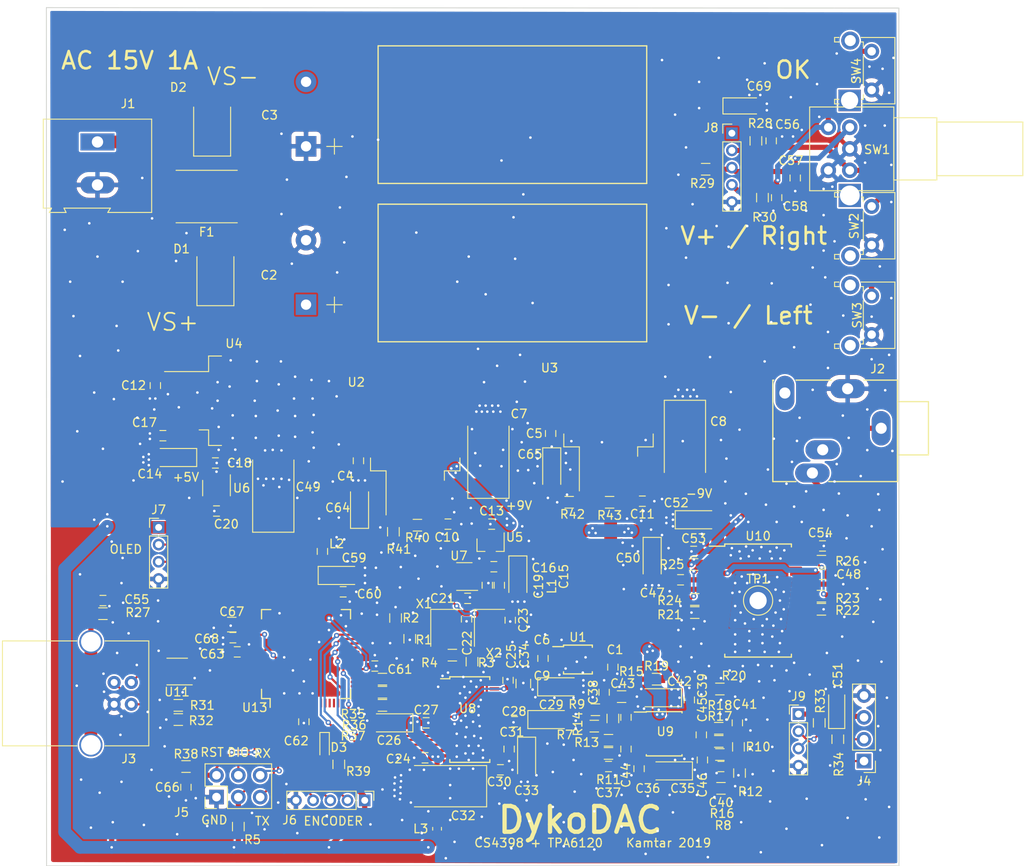
<source format=kicad_pcb>
(kicad_pcb (version 20171130) (host pcbnew "(5.1.5)-3")
  (layers (0 F.Cu signal) (31 B.Cu signal) (34 B.Paste user) (35 F.Paste user) (36 B.SilkS user) (37 F.SilkS user) (38 B.Mask user) (39 F.Mask user) (44 Edge.Cuts user))
  (net 0 "")
  (net 1 GND)
  (net 2 +9V)
  (net 3 VS_POS)
  (net 4 VS_NEG)
  (net 5 +5VA)
  (net 6 "Net-(C6-Pad2)")
  (net 7 -9V)
  (net 8 "Net-(C14-Pad1)")
  (net 9 "Net-(C15-Pad1)")
  (net 10 "Net-(C19-Pad1)")
  (net 11 +3V3)
  (net 12 3V3_OSC)
  (net 13 "Net-(C30-Pad1)")
  (net 14 "Net-(C34-Pad1)")
  (net 15 "Net-(C37-Pad1)")
  (net 16 "Net-(C38-Pad1)")
  (net 17 "Net-(C40-Pad1)")
  (net 18 "Net-(C41-Pad1)")
  (net 19 "Net-(C43-Pad1)")
  (net 20 "Net-(C43-Pad2)")
  (net 21 "Net-(C44-Pad2)")
  (net 22 "Net-(C45-Pad1)")
  (net 23 "Net-(C45-Pad2)")
  (net 24 "Net-(C46-Pad2)")
  (net 25 "Net-(C55-Pad1)")
  (net 26 "Net-(D1-Pad2)")
  (net 27 "Net-(F1-Pad2)")
  (net 28 "Net-(J3-Pad1)")
  (net 29 /DykoDAC_MCU/OLED_SCL)
  (net 30 /DykoDAC_MCU/OLED_SDA)
  (net 31 /DykoDAC_MCU/DBG_RX)
  (net 32 /DykoDAC_MCU/DBG_TX)
  (net 33 /DykoDAC_MCU/SWDIO)
  (net 34 /DykoDAC_MCU/SWCLK)
  (net 35 /DykoDAC_MCU/RST)
  (net 36 OSC_EN_1)
  (net 37 OSC_EN_2)
  (net 38 "Net-(R3-Pad2)")
  (net 39 /DykoDAC_CS4398/S_MCLK)
  (net 40 MCU_MCLK)
  (net 41 DAC_CS)
  (net 42 DAC_RST)
  (net 43 AOUTA-)
  (net 44 AOUTB-)
  (net 45 AOUTA+)
  (net 46 AOUTB+)
  (net 47 "Net-(R19-Pad1)")
  (net 48 "Net-(R20-Pad1)")
  (net 49 "Net-(R21-Pad1)")
  (net 50 "Net-(R22-Pad1)")
  (net 51 "Net-(R23-Pad1)")
  (net 52 "Net-(R24-Pad1)")
  (net 53 /DykoDAC_MCU/VBUS_3V3)
  (net 54 S_DOUT)
  (net 55 S_SCLK)
  (net 56 S_LRCK)
  (net 57 MCU_MISO)
  (net 58 MCU_SCK)
  (net 59 MCU_MOSI)
  (net 60 /DykoDAC_MCU/USB_D-)
  (net 61 /DykoDAC_MCU/USB_D+)
  (net 62 /DykoDAC_MCU/LED_TEST)
  (net 63 "Net-(D3-Pad2)")
  (net 64 "Net-(C64-Pad1)")
  (net 65 "Net-(C65-Pad2)")
  (net 66 "Net-(J2-Pad2)")
  (net 67 "Net-(J2-Pad3)")
  (net 68 /DykoDAC_MCU/BTT)
  (net 69 "Net-(J4-Pad2)")
  (net 70 "Net-(J4-Pad1)")
  (net 71 /DykoDAC_MCU/VDD_F)
  (net 72 "Net-(C62-Pad2)")
  (net 73 /DykoDAC_MCU/3V3_Oled)
  (net 74 /DykoDAC_MCU/3V3_Conn)
  (net 75 "Net-(R35-Pad1)")
  (net 76 "Net-(R36-Pad1)")
  (net 77 "Net-(R37-Pad1)")
  (net 78 "Net-(C67-Pad2)")
  (net 79 /DykoDAC_MCU/ENC_A)
  (net 80 /DykoDAC_MCU/ENC_B)
  (net 81 /DykoDAC_MCU/ENC_BUTTON)
  (net 82 "Net-(J2-Pad4)")
  (net 83 "Net-(J2-Pad5)")
  (net 84 "Net-(U1-Pad6)")
  (net 85 "Net-(U1-Pad7)")
  (net 86 "Net-(U6-Pad4)")
  (net 87 "Net-(U7-Pad4)")
  (net 88 "Net-(U8-Pad25)")
  (net 89 "Net-(U8-Pad18)")
  (net 90 "Net-(U13-Pad6)")
  (net 91 "Net-(U13-Pad9)")
  (net 92 "Net-(U13-Pad11)")
  (net 93 "Net-(U13-Pad12)")
  (net 94 "Net-(U13-Pad13)")
  (net 95 "Net-(U13-Pad14)")
  (net 96 "Net-(U13-Pad15)")
  (net 97 "Net-(U13-Pad16)")
  (net 98 "Net-(U13-Pad23)")
  (net 99 "Net-(U13-Pad24)")
  (net 100 "Net-(U13-Pad32)")
  (net 101 "Net-(U13-Pad37)")
  (net 102 "Net-(U13-Pad38)")
  (net 103 "Net-(U13-Pad39)")
  (net 104 "Net-(U13-Pad40)")
  (net 105 "Net-(U13-Pad41)")
  (net 106 "Net-(U13-Pad42)")
  (net 107 "Net-(U13-Pad43)")
  (net 108 "Net-(U13-Pad44)")
  (net 109 "Net-(U13-Pad49)")
  (net 110 "Net-(U13-Pad50)")
  (net 111 "Net-(U13-Pad51)")
  (net 112 "Net-(U13-Pad55)")
  (net 113 "Net-(U13-Pad60)")
  (net 114 "Net-(U13-Pad61)")
  (net 115 "Net-(U13-Pad62)")
  (net 116 "Net-(U13-Pad63)")
  (net 117 "Net-(U13-Pad64)")
  (net 118 /DykoDAC_MCU/BA)
  (net 119 /DykoDAC_MCU/BB)
  (net 120 /DykoDAC_CS4398/3V3_CS)
  (module TestPoint:TestPoint_Plated_Hole_D2.0mm (layer F.Cu) (at 130.81 108.839)
    (fp_text reference TP1 (at 0 -2.498) (layer F.SilkS))
    (fp_text value TestPoint)
    (pad 1 thru_hole circle (at 0 0) (size 3 3) (drill 2) (layers *.Cu *.Mask) (net 1 GND))
  )
  (module Capacitor_SMD:C_0603_1608Metric (layer F.Cu) (at 93.472 135.382 90)
    (fp_text reference L3 (at 0 -1.905 180) (layer F.SilkS))
    (fp_text value "Ferrite Bead")
    (pad 2 smd roundrect (at 0.7875 0 90) (size 0.875 0.95) (layers F.Cu F.Paste F.Mask) (net 120 /DykoDAC_CS4398/3V3_CS))
    (pad 1 smd roundrect (at -0.7875 0 90) (size 0.875 0.95) (layers F.Cu F.Paste F.Mask) (net 11 +3V3))
  )
  (module kamtar:Potentiometer_Alps_RK097_Dual_Horizontal (layer F.Cu) (at 141.478 58.801)
    (fp_text reference SW1 (at 3.175 -2.413) (layer F.SilkS))
    (fp_text value EC11B152420G)
    (pad 1 thru_hole rect (at 0 2.921) (size 2.6 2.7) (drill 2.3) (layers *.Cu *.Mask))
    (pad 1 thru_hole rect (at -0.0254 -8.128) (size 2.6 2.5) (drill 2) (layers *.Cu *.Mask))
    (pad S2 thru_hole circle (at -2.5 0) (size 1.8 1.8) (drill 1) (layers *.Cu *.Mask) (net 1 GND))
    (pad S1 thru_hole circle (at -2.5 -5) (size 1.8 1.8) (drill 1) (layers *.Cu *.Mask) (net 68 /DykoDAC_MCU/BTT))
    (pad A thru_hole circle (at 0 0) (size 1.8 1.8) (drill 1) (layers *.Cu *.Mask) (net 118 /DykoDAC_MCU/BA))
    (pad C thru_hole circle (at 0 -2.5) (size 1.8 1.8) (drill 1) (layers *.Cu *.Mask) (net 1 GND))
    (pad B thru_hole circle (at 0 -5) (size 1.8 1.8) (drill 1) (layers *.Cu *.Mask) (net 119 /DykoDAC_MCU/BB))
  )
  (module Button_Switch_THT:SW_Tactile_SPST_Angled_PTS645Vx58-2LFS (layer F.Cu) (at 144.018 44.958 270)
    (fp_text reference SW4 (at 2.286 1.778 90) (layer F.SilkS))
    (fp_text value "The Button")
    (pad "" thru_hole circle (at -1.25 2.49 270) (size 2.1 2.1) (drill 1.3) (layers *.Cu *.Mask))
    (pad 1 thru_hole circle (at 0 0 270) (size 1.75 1.75) (drill 0.99) (layers *.Cu *.Mask) (net 68 /DykoDAC_MCU/BTT))
    (pad 2 thru_hole circle (at 4.5 0 270) (size 1.75 1.75) (drill 0.99) (layers *.Cu *.Mask) (net 1 GND))
    (pad "" thru_hole circle (at 5.76 2.49 270) (size 2.1 2.1) (drill 1.3) (layers *.Cu *.Mask))
  )
  (module Button_Switch_THT:SW_Tactile_SPST_Angled_PTS645Vx58-2LFS (layer F.Cu) (at 144.018 73.406 270)
    (fp_text reference SW3 (at 2.25 1.68 90) (layer F.SilkS))
    (fp_text value "Button B")
    (pad "" thru_hole circle (at -1.25 2.49 270) (size 2.1 2.1) (drill 1.3) (layers *.Cu *.Mask))
    (pad 1 thru_hole circle (at 0 0 270) (size 1.75 1.75) (drill 0.99) (layers *.Cu *.Mask) (net 119 /DykoDAC_MCU/BB))
    (pad 2 thru_hole circle (at 4.5 0 270) (size 1.75 1.75) (drill 0.99) (layers *.Cu *.Mask) (net 1 GND))
    (pad "" thru_hole circle (at 5.76 2.49 270) (size 2.1 2.1) (drill 1.3) (layers *.Cu *.Mask))
  )
  (module Button_Switch_THT:SW_Tactile_SPST_Angled_PTS645Vx58-2LFS (layer F.Cu) (at 144.018 62.992 270)
    (fp_text reference SW2 (at 2.286 2.032 90) (layer F.SilkS))
    (fp_text value "Button A")
    (pad "" thru_hole circle (at -1.25 2.49 270) (size 2.1 2.1) (drill 1.3) (layers *.Cu *.Mask))
    (pad 1 thru_hole circle (at 0 0 270) (size 1.75 1.75) (drill 0.99) (layers *.Cu *.Mask) (net 118 /DykoDAC_MCU/BA))
    (pad 2 thru_hole circle (at 4.5 0 270) (size 1.75 1.75) (drill 0.99) (layers *.Cu *.Mask) (net 1 GND))
    (pad "" thru_hole circle (at 5.76 2.49 270) (size 2.1 2.1) (drill 1.3) (layers *.Cu *.Mask))
  )
  (module TO_SOT_Packages_SMD:TO-263-2 (layer F.Cu) (at 69.85 85.598)
    (fp_text reference U4 (at 0 -6.65) (layer F.SilkS))
    (fp_text value L7805)
    (pad 1 smd rect (at -5.775 -2.54) (size 4.6 1.1) (layers F.Cu F.Paste F.Mask) (net 3 VS_POS))
    (pad 3 smd rect (at -5.775 2.54) (size 4.6 1.1) (layers F.Cu F.Paste F.Mask) (net 8 "Net-(C14-Pad1)"))
    (pad 2 smd rect (at 3.375 0) (size 9.4 10.8) (layers F.Cu F.Mask) (net 1 GND))
    (pad 2 smd rect (at 5.8 2.775) (size 4.55 5.25) (layers F.Cu F.Paste) (net 1 GND))
    (pad 2 smd rect (at 0.95 -2.775) (size 4.55 5.25) (layers F.Cu F.Paste) (net 1 GND))
    (pad 2 smd rect (at 5.8 -2.775) (size 4.55 5.25) (layers F.Cu F.Paste) (net 1 GND))
    (pad 2 smd rect (at 0.95 2.775) (size 4.55 5.25) (layers F.Cu F.Paste) (net 1 GND))
  )
  (module TO_SOT_Packages_SMD:TO-263-2 (layer F.Cu) (at 113.411 88.011 90)
    (fp_text reference U3 (at 6.223 -6.858 180) (layer F.SilkS))
    (fp_text value LM337)
    (pad 1 smd rect (at -5.775 -2.54 90) (size 4.6 1.1) (layers F.Cu F.Paste F.Mask) (net 65 "Net-(C65-Pad2)"))
    (pad 3 smd rect (at -5.775 2.54 90) (size 4.6 1.1) (layers F.Cu F.Paste F.Mask) (net 7 -9V))
    (pad 2 smd rect (at 3.375 0 90) (size 9.4 10.8) (layers F.Cu F.Mask) (net 4 VS_NEG))
    (pad 2 smd rect (at 5.8 2.775 90) (size 4.55 5.25) (layers F.Cu F.Paste) (net 4 VS_NEG))
    (pad 2 smd rect (at 0.95 -2.775 90) (size 4.55 5.25) (layers F.Cu F.Paste) (net 4 VS_NEG))
    (pad 2 smd rect (at 5.8 -2.775 90) (size 4.55 5.25) (layers F.Cu F.Paste) (net 4 VS_NEG))
    (pad 2 smd rect (at 0.95 2.775 90) (size 4.55 5.25) (layers F.Cu F.Paste) (net 4 VS_NEG))
  )
  (module TO_SOT_Packages_SMD:TO-263-2 (layer F.Cu) (at 90.932 90.805 90)
    (fp_text reference U2 (at 7.366 -6.858 180) (layer F.SilkS))
    (fp_text value LM317)
    (pad 1 smd rect (at -5.775 -2.54 90) (size 4.6 1.1) (layers F.Cu F.Paste F.Mask) (net 64 "Net-(C64-Pad1)"))
    (pad 3 smd rect (at -5.775 2.54 90) (size 4.6 1.1) (layers F.Cu F.Paste F.Mask) (net 2 +9V))
    (pad 2 smd rect (at 3.375 0 90) (size 9.4 10.8) (layers F.Cu F.Mask) (net 3 VS_POS))
    (pad 2 smd rect (at 5.8 2.775 90) (size 4.55 5.25) (layers F.Cu F.Paste) (net 3 VS_POS))
    (pad 2 smd rect (at 0.95 -2.775 90) (size 4.55 5.25) (layers F.Cu F.Paste) (net 3 VS_POS))
    (pad 2 smd rect (at 5.8 -2.775 90) (size 4.55 5.25) (layers F.Cu F.Paste) (net 3 VS_POS))
    (pad 2 smd rect (at 0.95 2.775 90) (size 4.55 5.25) (layers F.Cu F.Paste) (net 3 VS_POS))
  )
  (module Oscillators:Oscillator_SMD_SeikoEpson_SG210-4pin_2.5x2.0mm_HandSoldering (layer F.Cu) (at 99.568 112.014 270)
    (fp_text reference X2 (at 2.921 -0.508 180) (layer F.SilkS))
    (fp_text value 24.576Mhz)
    (pad 1 smd rect (at -1.125 0.875 270) (size 1.65 1.35) (layers F.Cu F.Paste F.Mask) (net 37 OSC_EN_2))
    (pad 2 smd rect (at 1.125 0.875 270) (size 1.65 1.35) (layers F.Cu F.Paste F.Mask) (net 1 GND))
    (pad 3 smd rect (at 1.125 -0.875 270) (size 1.65 1.35) (layers F.Cu F.Paste F.Mask) (net 38 "Net-(R3-Pad2)"))
    (pad 4 smd rect (at -1.125 -0.875 270) (size 1.65 1.35) (layers F.Cu F.Paste F.Mask) (net 12 3V3_OSC))
  )
  (module Oscillators:Oscillator_SMD_SeikoEpson_SG210-4pin_2.5x2.0mm_HandSoldering (layer F.Cu) (at 94.488 112.014 270)
    (fp_text reference X1 (at -2.794 2.54 180) (layer F.SilkS))
    (fp_text value 22.5792Mhz)
    (pad 1 smd rect (at -1.125 0.875 270) (size 1.65 1.35) (layers F.Cu F.Paste F.Mask) (net 36 OSC_EN_1))
    (pad 2 smd rect (at 1.125 0.875 270) (size 1.65 1.35) (layers F.Cu F.Paste F.Mask) (net 1 GND))
    (pad 3 smd rect (at 1.125 -0.875 270) (size 1.65 1.35) (layers F.Cu F.Paste F.Mask) (net 38 "Net-(R3-Pad2)"))
    (pad 4 smd rect (at -1.125 -0.875 270) (size 1.65 1.35) (layers F.Cu F.Paste F.Mask) (net 12 3V3_OSC))
  )
  (module Pin_Headers:Pin_Header_Straight_1x04_Pitch2.54mm (layer F.Cu) (at 143.129 127.508 180)
    (fp_text reference J4 (at 0 -2.33) (layer F.SilkS))
    (fp_text value OLED)
    (pad 1 thru_hole rect (at 0 0 180) (size 1.7 1.7) (drill 1) (layers *.Cu *.Mask) (net 70 "Net-(J4-Pad1)"))
    (pad 2 thru_hole oval (at 0 2.54 180) (size 1.7 1.7) (drill 1) (layers *.Cu *.Mask) (net 69 "Net-(J4-Pad2)"))
    (pad 3 thru_hole oval (at 0 5.08 180) (size 1.7 1.7) (drill 1) (layers *.Cu *.Mask) (net 73 /DykoDAC_MCU/3V3_Oled))
    (pad 4 thru_hole oval (at 0 7.62 180) (size 1.7 1.7) (drill 1) (layers *.Cu *.Mask) (net 1 GND))
  )
  (module Pin_Headers:Pin_Header_Straight_1x04_Pitch2.00mm (layer F.Cu) (at 135.509 122.047)
    (fp_text reference J9 (at 0 -2.06) (layer F.SilkS))
    (fp_text value Conn_01x04)
    (pad 1 thru_hole rect (at 0 0) (size 1.35 1.35) (drill 0.8) (layers *.Cu *.Mask) (net 73 /DykoDAC_MCU/3V3_Oled))
    (pad 2 thru_hole oval (at 0 2) (size 1.35 1.35) (drill 0.8) (layers *.Cu *.Mask) (net 70 "Net-(J4-Pad1)"))
    (pad 3 thru_hole oval (at 0 4) (size 1.35 1.35) (drill 0.8) (layers *.Cu *.Mask) (net 69 "Net-(J4-Pad2)"))
    (pad 4 thru_hole oval (at 0 6) (size 1.35 1.35) (drill 0.8) (layers *.Cu *.Mask) (net 1 GND))
  )
  (module Pin_Headers:Pin_Header_Straight_1x05_Pitch2.00mm (layer F.Cu) (at 127.762 54.483)
    (fp_text reference J8 (at -2.413 -0.635) (layer F.SilkS))
    (fp_text value Conn_01x05)
    (pad 1 thru_hole rect (at 0 0) (size 1.35 1.35) (drill 0.8) (layers *.Cu *.Mask) (net 74 /DykoDAC_MCU/3V3_Conn))
    (pad 2 thru_hole oval (at 0 2) (size 1.35 1.35) (drill 0.8) (layers *.Cu *.Mask) (net 118 /DykoDAC_MCU/BA))
    (pad 3 thru_hole oval (at 0 4) (size 1.35 1.35) (drill 0.8) (layers *.Cu *.Mask) (net 119 /DykoDAC_MCU/BB))
    (pad 4 thru_hole oval (at 0 6) (size 1.35 1.35) (drill 0.8) (layers *.Cu *.Mask) (net 68 /DykoDAC_MCU/BTT))
    (pad 5 thru_hole oval (at 0 8) (size 1.35 1.35) (drill 0.8) (layers *.Cu *.Mask) (net 1 GND))
  )
  (module Pin_Headers:Pin_Header_Straight_1x04_Pitch2.00mm (layer F.Cu) (at 61.087 100.33)
    (fp_text reference J7 (at 0 -2.06) (layer F.SilkS))
    (fp_text value Conn_01x04)
    (pad 1 thru_hole rect (at 0 0) (size 1.35 1.35) (drill 0.8) (layers *.Cu *.Mask) (net 11 +3V3))
    (pad 2 thru_hole oval (at 0 2) (size 1.35 1.35) (drill 0.8) (layers *.Cu *.Mask) (net 30 /DykoDAC_MCU/OLED_SDA))
    (pad 3 thru_hole oval (at 0 4) (size 1.35 1.35) (drill 0.8) (layers *.Cu *.Mask) (net 29 /DykoDAC_MCU/OLED_SCL))
    (pad 4 thru_hole oval (at 0 6) (size 1.35 1.35) (drill 0.8) (layers *.Cu *.Mask) (net 1 GND))
  )
  (module Pin_Headers:Pin_Header_Straight_1x05_Pitch2.00mm (layer F.Cu) (at 85.058 132.08 270)
    (fp_text reference J6 (at 2.286 8.731 180) (layer F.SilkS))
    (fp_text value Conn_01x05)
    (pad 1 thru_hole rect (at 0 0 270) (size 1.35 1.35) (drill 0.8) (layers *.Cu *.Mask) (net 11 +3V3))
    (pad 2 thru_hole oval (at 0 2 270) (size 1.35 1.35) (drill 0.8) (layers *.Cu *.Mask) (net 79 /DykoDAC_MCU/ENC_A))
    (pad 3 thru_hole oval (at 0 4 270) (size 1.35 1.35) (drill 0.8) (layers *.Cu *.Mask) (net 80 /DykoDAC_MCU/ENC_B))
    (pad 4 thru_hole oval (at 0 6 270) (size 1.35 1.35) (drill 0.8) (layers *.Cu *.Mask) (net 81 /DykoDAC_MCU/ENC_BUTTON))
    (pad 5 thru_hole oval (at 0 8 270) (size 1.35 1.35) (drill 0.8) (layers *.Cu *.Mask) (net 1 GND))
  )
  (module Terminal_Blocks:TerminalBlock_Altech_AK300-2_P5.00mm (layer F.Cu) (at 53.975 55.499 270)
    (fp_text reference J1 (at -4.445 -3.556 180) (layer F.SilkS))
    (fp_text value "AC Input")
    (pad 1 thru_hole rect (at 0 0 270) (size 1.98 3.96) (drill 1.32) (layers *.Cu *.Mask) (net 27 "Net-(F1-Pad2)"))
    (pad 2 thru_hole oval (at 5 0 270) (size 1.98 3.96) (drill 1.32) (layers *.Cu *.Mask) (net 1 GND))
  )
  (module Resistors_SMD:R_0603 (layer F.Cu) (at 70.358 135.128 90)
    (fp_text reference R5 (at -1.524 1.651 180) (layer F.SilkS))
    (fp_text value 1k)
    (pad 1 smd rect (at -0.75 0 90) (size 0.5 0.9) (layers F.Cu F.Paste F.Mask) (net 11 +3V3))
    (pad 2 smd rect (at 0.75 0 90) (size 0.5 0.9) (layers F.Cu F.Paste F.Mask) (net 34 /DykoDAC_MCU/SWCLK))
  )
  (module Capacitors_Tantalum_SMD:CP_Tantalum_Case-D_EIA-7343-31_Reflow (layer F.Cu) (at 74.422 96.139 90)
    (fp_text reference C49 (at 0.508 4.064 180) (layer F.SilkS))
    (fp_text value 100u)
    (pad 1 smd rect (at -3.175 0 90) (size 2.55 2.7) (layers F.Cu F.Paste F.Mask) (net 11 +3V3))
    (pad 2 smd rect (at 3.175 0 90) (size 2.55 2.7) (layers F.Cu F.Paste F.Mask) (net 1 GND))
  )
  (module LEDs:LED_0603_HandSoldering (layer F.Cu) (at 80.391 125.984 270)
    (fp_text reference D3 (at -0.0635 -1.651 180) (layer F.SilkS))
    (fp_text value LED)
    (pad 1 smd rect (at -1.1 0 270) (size 1.2 0.9) (layers F.Cu F.Paste F.Mask) (net 62 /DykoDAC_MCU/LED_TEST))
    (pad 2 smd rect (at 1.1 0 270) (size 1.2 0.9) (layers F.Cu F.Paste F.Mask) (net 63 "Net-(D3-Pad2)"))
  )
  (module Connect:USB_B (layer F.Cu) (at 57.912 120.904 180)
    (fp_text reference J3 (at 0.2921 -6.35 180) (layer F.SilkS))
    (fp_text value USB_B)
    (pad 5 thru_hole circle (at 4.7 -4.73 90) (size 2.7 2.7) (drill 2.3) (layers *.Cu *.Mask) (net 25 "Net-(C55-Pad1)"))
    (pad 5 thru_hole circle (at 4.7 7.27 90) (size 2.7 2.7) (drill 2.3) (layers *.Cu *.Mask) (net 25 "Net-(C55-Pad1)"))
    (pad 3 thru_hole circle (at 2 2.54 90) (size 1.52 1.52) (drill 0.81) (layers *.Cu *.Mask) (net 61 /DykoDAC_MCU/USB_D+))
    (pad 4 thru_hole circle (at 2 0 90) (size 1.52 1.52) (drill 0.81) (layers *.Cu *.Mask) (net 1 GND))
    (pad 1 thru_hole circle (at 0 0 90) (size 1.52 1.52) (drill 0.81) (layers *.Cu *.Mask) (net 28 "Net-(J3-Pad1)"))
    (pad 2 thru_hole circle (at 0 2.54 90) (size 1.52 1.52) (drill 0.81) (layers *.Cu *.Mask) (net 60 /DykoDAC_MCU/USB_D-))
  )
  (module Capacitors_SMD:C_0805 (layer F.Cu) (at 69.596 111.633)
    (fp_text reference C67 (at 0 -1.5) (layer F.SilkS))
    (fp_text value 3.3u)
    (pad 1 smd rect (at -1 0) (size 1 1.25) (layers F.Cu F.Paste F.Mask) (net 1 GND))
    (pad 2 smd rect (at 1 0) (size 1 1.25) (layers F.Cu F.Paste F.Mask) (net 78 "Net-(C67-Pad2)"))
  )
  (module Capacitors_SMD:C_0805 (layer F.Cu) (at 103.505 118.491 90)
    (fp_text reference C34 (at 3.302 0.127 270) (layer F.SilkS))
    (fp_text value 3.3u)
    (pad 1 smd rect (at -1 0 90) (size 1 1.25) (layers F.Cu F.Paste F.Mask) (net 14 "Net-(C34-Pad1)"))
    (pad 2 smd rect (at 1 0 90) (size 1 1.25) (layers F.Cu F.Paste F.Mask) (net 1 GND))
  )
  (module Resistors_SMD:R_0603 (layer F.Cu) (at 87.122 121.031)
    (fp_text reference R37 (at -3.429 3.556) (layer F.SilkS))
    (fp_text value 22)
    (pad 1 smd rect (at -0.75 0) (size 0.5 0.9) (layers F.Cu F.Paste F.Mask) (net 77 "Net-(R37-Pad1)"))
    (pad 2 smd rect (at 0.75 0) (size 0.5 0.9) (layers F.Cu F.Paste F.Mask) (net 56 S_LRCK))
  )
  (module Resistors_SMD:R_0603 (layer F.Cu) (at 87.122 119.507)
    (fp_text reference R36 (at -3.302 3.81) (layer F.SilkS))
    (fp_text value 22)
    (pad 1 smd rect (at -0.75 0) (size 0.5 0.9) (layers F.Cu F.Paste F.Mask) (net 76 "Net-(R36-Pad1)"))
    (pad 2 smd rect (at 0.75 0) (size 0.5 0.9) (layers F.Cu F.Paste F.Mask) (net 55 S_SCLK))
  )
  (module Resistors_SMD:R_0603 (layer F.Cu) (at 87.122 117.983)
    (fp_text reference R35 (at -3.429 4.064) (layer F.SilkS))
    (fp_text value 22)
    (pad 1 smd rect (at -0.75 0) (size 0.5 0.9) (layers F.Cu F.Paste F.Mask) (net 75 "Net-(R35-Pad1)"))
    (pad 2 smd rect (at 0.75 0) (size 0.5 0.9) (layers F.Cu F.Paste F.Mask) (net 54 S_DOUT))
  )
  (module Capacitors_SMD:C_0603 (layer F.Cu) (at 80.137 103.124 270)
    (fp_text reference L2 (at -0.889 -1.651 180) (layer F.SilkS))
    (fp_text value "Ferrite Bead")
    (pad 2 smd rect (at 0.75 0 270) (size 0.8 0.75) (layers F.Cu F.Paste F.Mask) (net 71 /DykoDAC_MCU/VDD_F))
    (pad 1 smd rect (at -0.75 0 270) (size 0.8 0.75) (layers F.Cu F.Paste F.Mask) (net 11 +3V3))
  )
  (module Capacitors_SMD:C_0603 (layer F.Cu) (at 69.723 113.157 180)
    (fp_text reference C68 (at 3.048 -0.127) (layer F.SilkS))
    (fp_text value 0.1u)
    (pad 2 smd rect (at 0.75 0 180) (size 0.8 0.75) (layers F.Cu F.Paste F.Mask) (net 1 GND))
    (pad 1 smd rect (at -0.75 0 180) (size 0.8 0.75) (layers F.Cu F.Paste F.Mask) (net 78 "Net-(C67-Pad2)"))
  )
  (module Capacitors_SMD:C_0603 (layer F.Cu) (at 70.231 114.808)
    (fp_text reference C63 (at -2.921 0.254) (layer F.SilkS))
    (fp_text value 0.1u)
    (pad 2 smd rect (at 0.75 0) (size 0.8 0.75) (layers F.Cu F.Paste F.Mask) (net 71 /DykoDAC_MCU/VDD_F))
    (pad 1 smd rect (at -0.75 0) (size 0.8 0.75) (layers F.Cu F.Paste F.Mask) (net 1 GND))
  )
  (module Capacitors_SMD:C_0603 (layer F.Cu) (at 77.978 122.936 90)
    (fp_text reference C62 (at -2.2225 -0.889 180) (layer F.SilkS))
    (fp_text value 0.1u)
    (pad 2 smd rect (at 0.75 0 90) (size 0.8 0.75) (layers F.Cu F.Paste F.Mask) (net 72 "Net-(C62-Pad2)"))
    (pad 1 smd rect (at -0.75 0 90) (size 0.8 0.75) (layers F.Cu F.Paste F.Mask) (net 1 GND))
  )
  (module Housings_QFP:LQFP-64_10x10mm_Pitch0.5mm (layer F.Cu) (at 78.232 115.062 90)
    (fp_text reference U13 (at -6.223 -5.969 180) (layer F.SilkS))
    (fp_text value ATSAMD51J20A-A)
    (pad 1 smd rect (at -5.7 -3.75 90) (size 1 0.25) (layers F.Cu F.Paste F.Mask) (net 32 /DykoDAC_MCU/DBG_TX))
    (pad 2 smd rect (at -5.7 -3.25 90) (size 1 0.25) (layers F.Cu F.Paste F.Mask) (net 31 /DykoDAC_MCU/DBG_RX))
    (pad 3 smd rect (at -5.7 -2.75 90) (size 1 0.25) (layers F.Cu F.Paste F.Mask) (net 81 /DykoDAC_MCU/ENC_BUTTON))
    (pad 4 smd rect (at -5.7 -2.25 90) (size 1 0.25) (layers F.Cu F.Paste F.Mask) (net 80 /DykoDAC_MCU/ENC_B))
    (pad 5 smd rect (at -5.7 -1.75 90) (size 1 0.25) (layers F.Cu F.Paste F.Mask) (net 79 /DykoDAC_MCU/ENC_A))
    (pad 6 smd rect (at -5.7 -1.25 90) (size 1 0.25) (layers F.Cu F.Paste F.Mask) (net 90 "Net-(U13-Pad6)"))
    (pad 7 smd rect (at -5.7 -0.75 90) (size 1 0.25) (layers F.Cu F.Paste F.Mask) (net 1 GND))
    (pad 8 smd rect (at -5.7 -0.25 90) (size 1 0.25) (layers F.Cu F.Paste F.Mask) (net 72 "Net-(C62-Pad2)"))
    (pad 9 smd rect (at -5.7 0.25 90) (size 1 0.25) (layers F.Cu F.Paste F.Mask) (net 91 "Net-(U13-Pad9)"))
    (pad 10 smd rect (at -5.7 0.75 90) (size 1 0.25) (layers F.Cu F.Paste F.Mask) (net 62 /DykoDAC_MCU/LED_TEST))
    (pad 11 smd rect (at -5.7 1.25 90) (size 1 0.25) (layers F.Cu F.Paste F.Mask) (net 92 "Net-(U13-Pad11)"))
    (pad 12 smd rect (at -5.7 1.75 90) (size 1 0.25) (layers F.Cu F.Paste F.Mask) (net 93 "Net-(U13-Pad12)"))
    (pad 13 smd rect (at -5.7 2.25 90) (size 1 0.25) (layers F.Cu F.Paste F.Mask) (net 94 "Net-(U13-Pad13)"))
    (pad 14 smd rect (at -5.7 2.75 90) (size 1 0.25) (layers F.Cu F.Paste F.Mask) (net 95 "Net-(U13-Pad14)"))
    (pad 15 smd rect (at -5.7 3.25 90) (size 1 0.25) (layers F.Cu F.Paste F.Mask) (net 96 "Net-(U13-Pad15)"))
    (pad 16 smd rect (at -5.7 3.75 90) (size 1 0.25) (layers F.Cu F.Paste F.Mask) (net 97 "Net-(U13-Pad16)"))
    (pad 17 smd rect (at -3.75 5.7 180) (size 1 0.25) (layers F.Cu F.Paste F.Mask) (net 40 MCU_MCLK))
    (pad 18 smd rect (at -3.25 5.7 180) (size 1 0.25) (layers F.Cu F.Paste F.Mask) (net 77 "Net-(R37-Pad1)"))
    (pad 19 smd rect (at -2.75 5.7 180) (size 1 0.25) (layers F.Cu F.Paste F.Mask) (net 76 "Net-(R36-Pad1)"))
    (pad 20 smd rect (at -2.25 5.7 180) (size 1 0.25) (layers F.Cu F.Paste F.Mask) (net 75 "Net-(R35-Pad1)"))
    (pad 21 smd rect (at -1.75 5.7 180) (size 1 0.25) (layers F.Cu F.Paste F.Mask) (net 71 /DykoDAC_MCU/VDD_F))
    (pad 22 smd rect (at -1.25 5.7 180) (size 1 0.25) (layers F.Cu F.Paste F.Mask) (net 1 GND))
    (pad 23 smd rect (at -0.75 5.7 180) (size 1 0.25) (layers F.Cu F.Paste F.Mask) (net 98 "Net-(U13-Pad23)"))
    (pad 24 smd rect (at -0.25 5.7 180) (size 1 0.25) (layers F.Cu F.Paste F.Mask) (net 99 "Net-(U13-Pad24)"))
    (pad 25 smd rect (at 0.25 5.7 180) (size 1 0.25) (layers F.Cu F.Paste F.Mask) (net 59 MCU_MOSI))
    (pad 26 smd rect (at 0.75 5.7 180) (size 1 0.25) (layers F.Cu F.Paste F.Mask) (net 57 MCU_MISO))
    (pad 27 smd rect (at 1.25 5.7 180) (size 1 0.25) (layers F.Cu F.Paste F.Mask) (net 58 MCU_SCK))
    (pad 28 smd rect (at 1.75 5.7 180) (size 1 0.25) (layers F.Cu F.Paste F.Mask) (net 41 DAC_CS))
    (pad 29 smd rect (at 2.25 5.7 180) (size 1 0.25) (layers F.Cu F.Paste F.Mask) (net 42 DAC_RST))
    (pad 30 smd rect (at 2.75 5.7 180) (size 1 0.25) (layers F.Cu F.Paste F.Mask) (net 36 OSC_EN_1))
    (pad 31 smd rect (at 3.25 5.7 180) (size 1 0.25) (layers F.Cu F.Paste F.Mask) (net 37 OSC_EN_2))
    (pad 32 smd rect (at 3.75 5.7 180) (size 1 0.25) (layers F.Cu F.Paste F.Mask) (net 100 "Net-(U13-Pad32)"))
    (pad 33 smd rect (at 5.7 3.75 90) (size 1 0.25) (layers F.Cu F.Paste F.Mask) (net 1 GND))
    (pad 34 smd rect (at 5.7 3.25 90) (size 1 0.25) (layers F.Cu F.Paste F.Mask) (net 71 /DykoDAC_MCU/VDD_F))
    (pad 35 smd rect (at 5.7 2.75 90) (size 1 0.25) (layers F.Cu F.Paste F.Mask) (net 30 /DykoDAC_MCU/OLED_SDA))
    (pad 36 smd rect (at 5.7 2.25 90) (size 1 0.25) (layers F.Cu F.Paste F.Mask) (net 29 /DykoDAC_MCU/OLED_SCL))
    (pad 37 smd rect (at 5.7 1.75 90) (size 1 0.25) (layers F.Cu F.Paste F.Mask) (net 101 "Net-(U13-Pad37)"))
    (pad 38 smd rect (at 5.7 1.25 90) (size 1 0.25) (layers F.Cu F.Paste F.Mask) (net 102 "Net-(U13-Pad38)"))
    (pad 39 smd rect (at 5.7 0.75 90) (size 1 0.25) (layers F.Cu F.Paste F.Mask) (net 103 "Net-(U13-Pad39)"))
    (pad 40 smd rect (at 5.7 0.25 90) (size 1 0.25) (layers F.Cu F.Paste F.Mask) (net 104 "Net-(U13-Pad40)"))
    (pad 41 smd rect (at 5.7 -0.25 90) (size 1 0.25) (layers F.Cu F.Paste F.Mask) (net 105 "Net-(U13-Pad41)"))
    (pad 42 smd rect (at 5.7 -0.75 90) (size 1 0.25) (layers F.Cu F.Paste F.Mask) (net 106 "Net-(U13-Pad42)"))
    (pad 43 smd rect (at 5.7 -1.25 90) (size 1 0.25) (layers F.Cu F.Paste F.Mask) (net 107 "Net-(U13-Pad43)"))
    (pad 44 smd rect (at 5.7 -1.75 90) (size 1 0.25) (layers F.Cu F.Paste F.Mask) (net 108 "Net-(U13-Pad44)"))
    (pad 45 smd rect (at 5.7 -2.25 90) (size 1 0.25) (layers F.Cu F.Paste F.Mask) (net 60 /DykoDAC_MCU/USB_D-))
    (pad 46 smd rect (at 5.7 -2.75 90) (size 1 0.25) (layers F.Cu F.Paste F.Mask) (net 61 /DykoDAC_MCU/USB_D+))
    (pad 47 smd rect (at 5.7 -3.25 90) (size 1 0.25) (layers F.Cu F.Paste F.Mask) (net 1 GND))
    (pad 48 smd rect (at 5.7 -3.75 90) (size 1 0.25) (layers F.Cu F.Paste F.Mask) (net 71 /DykoDAC_MCU/VDD_F))
    (pad 49 smd rect (at 3.75 -5.7 180) (size 1 0.25) (layers F.Cu F.Paste F.Mask) (net 109 "Net-(U13-Pad49)"))
    (pad 50 smd rect (at 3.25 -5.7 180) (size 1 0.25) (layers F.Cu F.Paste F.Mask) (net 110 "Net-(U13-Pad50)"))
    (pad 51 smd rect (at 2.75 -5.7 180) (size 1 0.25) (layers F.Cu F.Paste F.Mask) (net 111 "Net-(U13-Pad51)"))
    (pad 52 smd rect (at 2.25 -5.7 180) (size 1 0.25) (layers F.Cu F.Paste F.Mask) (net 35 /DykoDAC_MCU/RST))
    (pad 53 smd rect (at 1.75 -5.7 180) (size 1 0.25) (layers F.Cu F.Paste F.Mask) (net 78 "Net-(C67-Pad2)"))
    (pad 54 smd rect (at 1.25 -5.7 180) (size 1 0.25) (layers F.Cu F.Paste F.Mask) (net 1 GND))
    (pad 55 smd rect (at 0.75 -5.7 180) (size 1 0.25) (layers F.Cu F.Paste F.Mask) (net 112 "Net-(U13-Pad55)"))
    (pad 56 smd rect (at 0.25 -5.7 180) (size 1 0.25) (layers F.Cu F.Paste F.Mask) (net 71 /DykoDAC_MCU/VDD_F))
    (pad 57 smd rect (at -0.25 -5.7 180) (size 1 0.25) (layers F.Cu F.Paste F.Mask) (net 34 /DykoDAC_MCU/SWCLK))
    (pad 58 smd rect (at -0.75 -5.7 180) (size 1 0.25) (layers F.Cu F.Paste F.Mask) (net 33 /DykoDAC_MCU/SWDIO))
    (pad 59 smd rect (at -1.25 -5.7 180) (size 1 0.25) (layers F.Cu F.Paste F.Mask) (net 53 /DykoDAC_MCU/VBUS_3V3))
    (pad 60 smd rect (at -1.75 -5.7 180) (size 1 0.25) (layers F.Cu F.Paste F.Mask) (net 113 "Net-(U13-Pad60)"))
    (pad 61 smd rect (at -2.25 -5.7 180) (size 1 0.25) (layers F.Cu F.Paste F.Mask) (net 114 "Net-(U13-Pad61)"))
    (pad 62 smd rect (at -2.75 -5.7 180) (size 1 0.25) (layers F.Cu F.Paste F.Mask) (net 115 "Net-(U13-Pad62)"))
    (pad 63 smd rect (at -3.25 -5.7 180) (size 1 0.25) (layers F.Cu F.Paste F.Mask) (net 116 "Net-(U13-Pad63)"))
    (pad 64 smd rect (at -3.75 -5.7 180) (size 1 0.25) (layers F.Cu F.Paste F.Mask) (net 117 "Net-(U13-Pad64)"))
  )
  (module Pin_Headers:Pin_Header_Straight_2x03_Pitch2.54mm (layer F.Cu) (at 67.818 131.699 90)
    (fp_text reference J5 (at -1.778 -4.064 180) (layer F.SilkS))
    (fp_text value Debug)
    (pad 1 thru_hole rect (at 0 0 90) (size 1.7 1.7) (drill 1) (layers *.Cu *.Mask) (net 1 GND))
    (pad 2 thru_hole oval (at 2.54 0 90) (size 1.7 1.7) (drill 1) (layers *.Cu *.Mask) (net 35 /DykoDAC_MCU/RST))
    (pad 3 thru_hole oval (at 0 2.54 90) (size 1.7 1.7) (drill 1) (layers *.Cu *.Mask) (net 34 /DykoDAC_MCU/SWCLK))
    (pad 4 thru_hole oval (at 2.54 2.54 90) (size 1.7 1.7) (drill 1) (layers *.Cu *.Mask) (net 33 /DykoDAC_MCU/SWDIO))
    (pad 5 thru_hole oval (at 0 5.08 90) (size 1.7 1.7) (drill 1) (layers *.Cu *.Mask) (net 32 /DykoDAC_MCU/DBG_TX))
    (pad 6 thru_hole oval (at 2.54 5.08 90) (size 1.7 1.7) (drill 1) (layers *.Cu *.Mask) (net 31 /DykoDAC_MCU/DBG_RX))
  )
  (module TO_SOT_Packages_SMD:SOT-143 (layer F.Cu) (at 63.246 117.094 180)
    (fp_text reference U11 (at 0.02 -2.38) (layer F.SilkS))
    (fp_text value PRTR5V0U2X.215)
    (pad 1 smd rect (at -1.1 -0.77 90) (size 1.2 1.4) (layers F.Cu F.Paste F.Mask) (net 1 GND))
    (pad 2 smd rect (at -1.1 0.95 90) (size 1 1.4) (layers F.Cu F.Paste F.Mask) (net 61 /DykoDAC_MCU/USB_D+))
    (pad 3 smd rect (at 1.1 0.95 90) (size 1 1.4) (layers F.Cu F.Paste F.Mask) (net 60 /DykoDAC_MCU/USB_D-))
    (pad 4 smd rect (at 1.1 -0.95 90) (size 1 1.4) (layers F.Cu F.Paste F.Mask) (net 28 "Net-(J3-Pad1)"))
  )
  (module Resistors_SMD:R_0603 (layer F.Cu) (at 64.274 128.143)
    (fp_text reference R38 (at 0 -1.45) (layer F.SilkS))
    (fp_text value 10k)
    (pad 1 smd rect (at -0.75 0) (size 0.5 0.9) (layers F.Cu F.Paste F.Mask) (net 11 +3V3))
    (pad 2 smd rect (at 0.75 0) (size 0.5 0.9) (layers F.Cu F.Paste F.Mask) (net 35 /DykoDAC_MCU/RST))
  )
  (module Resistors_SMD:R_0603 (layer F.Cu) (at 63.373 122.682 180)
    (fp_text reference R32 (at -2.667 -0.127) (layer F.SilkS))
    (fp_text value 47k)
    (pad 1 smd rect (at -0.75 0 180) (size 0.5 0.9) (layers F.Cu F.Paste F.Mask) (net 53 /DykoDAC_MCU/VBUS_3V3))
    (pad 2 smd rect (at 0.75 0 180) (size 0.5 0.9) (layers F.Cu F.Paste F.Mask) (net 1 GND))
  )
  (module Resistors_SMD:R_0603 (layer F.Cu) (at 63.373 121.031 180)
    (fp_text reference R31 (at -2.794 0) (layer F.SilkS))
    (fp_text value 30k)
    (pad 1 smd rect (at -0.75 0 180) (size 0.5 0.9) (layers F.Cu F.Paste F.Mask) (net 53 /DykoDAC_MCU/VBUS_3V3))
    (pad 2 smd rect (at 0.75 0 180) (size 0.5 0.9) (layers F.Cu F.Paste F.Mask) (net 28 "Net-(J3-Pad1)"))
  )
  (module Capacitors_SMD:C_0603 (layer F.Cu) (at 82.55 107.823 180)
    (fp_text reference C60 (at -3.048 -0.254) (layer F.SilkS))
    (fp_text value 0.1u)
    (pad 2 smd rect (at 0.75 0 180) (size 0.8 0.75) (layers F.Cu F.Paste F.Mask) (net 71 /DykoDAC_MCU/VDD_F))
    (pad 1 smd rect (at -0.75 0 180) (size 0.8 0.75) (layers F.Cu F.Paste F.Mask) (net 1 GND))
  )
  (module Connect:Stereo_Jack_3.5mm_Switch_Ledino_KB3SPRS (layer F.Cu) (at 141.224 84.201 180)
    (fp_text reference J2 (at -3.5 2.3) (layer F.SilkS))
    (fp_text value AudioJack)
    (pad 1 thru_hole oval (at 0 0 180) (size 4 2.2) (drill 1.3) (layers *.Cu *.Mask) (net 1 GND))
    (pad 4 thru_hole oval (at 7.3 -0.5 270) (size 4 2.2) (drill 1.3) (layers *.Cu *.Mask) (net 82 "Net-(J2-Pad4)"))
    (pad 5 thru_hole oval (at 2.9 -7.1 180) (size 4 2.2) (drill 1.3) (layers *.Cu *.Mask) (net 83 "Net-(J2-Pad5)"))
    (pad 2 thru_hole oval (at 4.1 -9.8 180) (size 4 2.2) (drill 1.3) (layers *.Cu *.Mask) (net 66 "Net-(J2-Pad2)"))
    (pad 3 thru_hole oval (at -3.9 -4.6 180) (size 2.2 4) (drill 1.3) (layers *.Cu *.Mask) (net 67 "Net-(J2-Pad3)"))
  )
  (module kamtar:CP_Radial_D16.0mm_P7.50mm_Hor (layer F.Cu) (at 78.232 56.007 90)
    (fp_text reference C3 (at 3.6195 -4.2545 180) (layer F.SilkS))
    (fp_text value 4700u)
    (pad 1 thru_hole rect (at 0 0 90) (size 2.4 2.4) (drill 1.2) (layers *.Cu *.Mask) (net 1 GND))
    (pad 2 thru_hole circle (at 7.5 0 90) (size 2.4 2.4) (drill 1.2) (layers *.Cu *.Mask) (net 4 VS_NEG))
  )
  (module Capacitors_Tantalum_SMD:CP_Tantalum_Case-A_EIA-3216-18_Reflow (layer F.Cu) (at 84.455 97.79 90)
    (fp_text reference C64 (at -0.254 -2.54 180) (layer F.SilkS))
    (fp_text value 10u)
    (pad 1 smd rect (at -1.375 0 90) (size 1.95 1.5) (layers F.Cu F.Paste F.Mask) (net 64 "Net-(C64-Pad1)"))
    (pad 2 smd rect (at 1.375 0 90) (size 1.95 1.5) (layers F.Cu F.Paste F.Mask) (net 1 GND))
  )
  (module Capacitors_SMD:C_0603 (layer F.Cu) (at 64.262 130.556 270)
    (fp_text reference C66 (at 0 2.159 180) (layer F.SilkS))
    (fp_text value 0.1u)
    (pad 2 smd rect (at 0.75 0 270) (size 0.8 0.75) (layers F.Cu F.Paste F.Mask) (net 1 GND))
    (pad 1 smd rect (at -0.75 0 270) (size 0.8 0.75) (layers F.Cu F.Paste F.Mask) (net 35 /DykoDAC_MCU/RST))
  )
  (module Capacitors_Tantalum_SMD:CP_Tantalum_Case-A_EIA-3216-18_Reflow (layer F.Cu) (at 106.807 93.726 270)
    (fp_text reference C65 (at -1.905 2.54 180) (layer F.SilkS))
    (fp_text value 10u)
    (pad 2 smd rect (at 1.375 0 270) (size 1.95 1.5) (layers F.Cu F.Paste F.Mask) (net 65 "Net-(C65-Pad2)"))
    (pad 1 smd rect (at -1.375 0 270) (size 1.95 1.5) (layers F.Cu F.Paste F.Mask) (net 1 GND))
  )
  (module Resistors_SMD:R_0603 (layer F.Cu) (at 108.839 97.409)
    (fp_text reference R42 (at 0.381 1.397) (layer F.SilkS))
    (fp_text value 1k5)
    (pad 2 smd rect (at 0.75 0) (size 0.5 0.9) (layers F.Cu F.Paste F.Mask) (net 65 "Net-(C65-Pad2)"))
    (pad 1 smd rect (at -0.75 0) (size 0.5 0.9) (layers F.Cu F.Paste F.Mask) (net 1 GND))
  )
  (module Resistors_SMD:R_0603 (layer F.Cu) (at 113.538 97.409)
    (fp_text reference R43 (at 0 1.524) (layer F.SilkS))
    (fp_text value 240)
    (pad 1 smd rect (at -0.75 0) (size 0.5 0.9) (layers F.Cu F.Paste F.Mask) (net 65 "Net-(C65-Pad2)"))
    (pad 2 smd rect (at 0.75 0) (size 0.5 0.9) (layers F.Cu F.Paste F.Mask) (net 7 -9V))
  )
  (module Resistors_SMD:R_0603 (layer F.Cu) (at 88.392 100.838 270)
    (fp_text reference R41 (at 2.032 -0.635 180) (layer F.SilkS))
    (fp_text value 1k5)
    (pad 2 smd rect (at 0.75 0 270) (size 0.5 0.9) (layers F.Cu F.Paste F.Mask) (net 1 GND))
    (pad 1 smd rect (at -0.75 0 270) (size 0.5 0.9) (layers F.Cu F.Paste F.Mask) (net 64 "Net-(C64-Pad1)"))
  )
  (module Resistors_SMD:R_0603 (layer F.Cu) (at 91.186 100.076 180)
    (fp_text reference R40 (at 0 -1.45) (layer F.SilkS))
    (fp_text value 240)
    (pad 2 smd rect (at 0.75 0 180) (size 0.5 0.9) (layers F.Cu F.Paste F.Mask) (net 64 "Net-(C64-Pad1)"))
    (pad 1 smd rect (at -0.75 0 180) (size 0.5 0.9) (layers F.Cu F.Paste F.Mask) (net 2 +9V))
  )
  (module Housings_SSOP:MSOP-8_3x3mm_Pitch0.65mm (layer F.Cu) (at 109.855 115.697)
    (fp_text reference U1 (at 0 -2.6) (layer F.SilkS))
    (fp_text value LT1762-5)
    (pad 1 smd rect (at -2.2 -0.975) (size 1.45 0.45) (layers F.Cu F.Paste F.Mask) (net 5 +5VA))
    (pad 2 smd rect (at -2.2 -0.325) (size 1.45 0.45) (layers F.Cu F.Paste F.Mask) (net 5 +5VA))
    (pad 3 smd rect (at -2.2 0.325) (size 1.45 0.45) (layers F.Cu F.Paste F.Mask) (net 6 "Net-(C6-Pad2)"))
    (pad 4 smd rect (at -2.2 0.975) (size 1.45 0.45) (layers F.Cu F.Paste F.Mask) (net 1 GND))
    (pad 5 smd rect (at 2.2 0.975) (size 1.45 0.45) (layers F.Cu F.Paste F.Mask) (net 2 +9V))
    (pad 6 smd rect (at 2.2 0.325) (size 1.45 0.45) (layers F.Cu F.Paste F.Mask) (net 84 "Net-(U1-Pad6)"))
    (pad 7 smd rect (at 2.2 -0.325) (size 1.45 0.45) (layers F.Cu F.Paste F.Mask) (net 85 "Net-(U1-Pad7)"))
    (pad 8 smd rect (at 2.2 -0.975) (size 1.45 0.45) (layers F.Cu F.Paste F.Mask) (net 2 +9V))
  )
  (module Fuse_Holders_and_Fuses:Fuse_SMD2920 (layer F.Cu) (at 66.675 61.849 180)
    (fp_text reference F1 (at 0 -4.13) (layer F.SilkS))
    (fp_text value Polyfuse)
    (pad 2 smd rect (at 3.7 0 270) (size 5.6 2.3) (layers F.Cu F.Paste F.Mask) (net 27 "Net-(F1-Pad2)"))
    (pad 1 smd rect (at -3.7 0 270) (size 5.6 2.3) (layers F.Cu F.Paste F.Mask) (net 26 "Net-(D1-Pad2)"))
  )
  (module Housings_SSOP:TSSOP-28_4.4x9.7mm_Pitch0.65mm (layer F.Cu) (at 97.282 122.682)
    (fp_text reference U8 (at -0.254 -1.27) (layer F.SilkS))
    (fp_text value CS4398)
    (pad 28 smd rect (at 2.85 -4.225) (size 1.1 0.4) (layers F.Cu F.Paste F.Mask) (net 1 GND))
    (pad 27 smd rect (at 2.85 -3.575) (size 1.1 0.4) (layers F.Cu F.Paste F.Mask) (net 120 /DykoDAC_CS4398/3V3_CS))
    (pad 26 smd rect (at 2.85 -2.925) (size 1.1 0.4) (layers F.Cu F.Paste F.Mask) (net 14 "Net-(C34-Pad1)"))
    (pad 25 smd rect (at 2.85 -2.275) (size 1.1 0.4) (layers F.Cu F.Paste F.Mask) (net 88 "Net-(U8-Pad25)"))
    (pad 24 smd rect (at 2.85 -1.625) (size 1.1 0.4) (layers F.Cu F.Paste F.Mask) (net 43 AOUTA-))
    (pad 23 smd rect (at 2.85 -0.975) (size 1.1 0.4) (layers F.Cu F.Paste F.Mask) (net 45 AOUTA+))
    (pad 22 smd rect (at 2.85 -0.325) (size 1.1 0.4) (layers F.Cu F.Paste F.Mask) (net 5 +5VA))
    (pad 21 smd rect (at 2.85 0.325) (size 1.1 0.4) (layers F.Cu F.Paste F.Mask) (net 1 GND))
    (pad 20 smd rect (at 2.85 0.975) (size 1.1 0.4) (layers F.Cu F.Paste F.Mask) (net 46 AOUTB+))
    (pad 19 smd rect (at 2.85 1.625) (size 1.1 0.4) (layers F.Cu F.Paste F.Mask) (net 44 AOUTB-))
    (pad 18 smd rect (at 2.85 2.275) (size 1.1 0.4) (layers F.Cu F.Paste F.Mask) (net 89 "Net-(U8-Pad18)"))
    (pad 17 smd rect (at 2.85 2.925) (size 1.1 0.4) (layers F.Cu F.Paste F.Mask) (net 5 +5VA))
    (pad 16 smd rect (at 2.85 3.575) (size 1.1 0.4) (layers F.Cu F.Paste F.Mask) (net 1 GND))
    (pad 15 smd rect (at 2.85 4.225) (size 1.1 0.4) (layers F.Cu F.Paste F.Mask) (net 13 "Net-(C30-Pad1)"))
    (pad 14 smd rect (at -2.85 4.225) (size 1.1 0.4) (layers F.Cu F.Paste F.Mask) (net 120 /DykoDAC_CS4398/3V3_CS))
    (pad 13 smd rect (at -2.85 3.575) (size 1.1 0.4) (layers F.Cu F.Paste F.Mask) (net 42 DAC_RST))
    (pad 12 smd rect (at -2.85 2.925) (size 1.1 0.4) (layers F.Cu F.Paste F.Mask) (net 41 DAC_CS))
    (pad 11 smd rect (at -2.85 2.275) (size 1.1 0.4) (layers F.Cu F.Paste F.Mask) (net 57 MCU_MISO))
    (pad 10 smd rect (at -2.85 1.625) (size 1.1 0.4) (layers F.Cu F.Paste F.Mask) (net 58 MCU_SCK))
    (pad 9 smd rect (at -2.85 0.975) (size 1.1 0.4) (layers F.Cu F.Paste F.Mask) (net 59 MCU_MOSI))
    (pad 8 smd rect (at -2.85 0.325) (size 1.1 0.4) (layers F.Cu F.Paste F.Mask) (net 1 GND))
    (pad 7 smd rect (at -2.85 -0.325) (size 1.1 0.4) (layers F.Cu F.Paste F.Mask) (net 120 /DykoDAC_CS4398/3V3_CS))
    (pad 6 smd rect (at -2.85 -0.975) (size 1.1 0.4) (layers F.Cu F.Paste F.Mask) (net 39 /DykoDAC_CS4398/S_MCLK))
    (pad 5 smd rect (at -2.85 -1.625) (size 1.1 0.4) (layers F.Cu F.Paste F.Mask) (net 56 S_LRCK))
    (pad 4 smd rect (at -2.85 -2.275) (size 1.1 0.4) (layers F.Cu F.Paste F.Mask) (net 55 S_SCLK))
    (pad 3 smd rect (at -2.85 -2.925) (size 1.1 0.4) (layers F.Cu F.Paste F.Mask) (net 54 S_DOUT))
    (pad 2 smd rect (at -2.85 -3.575) (size 1.1 0.4) (layers F.Cu F.Paste F.Mask) (net 1 GND))
    (pad 1 smd rect (at -2.85 -4.225) (size 1.1 0.4) (layers F.Cu F.Paste F.Mask) (net 1 GND))
  )
  (module Housings_SOIC:SOIC-8_3.9x4.9mm_Pitch1.27mm (layer F.Cu) (at 119.888 124.333)
    (fp_text reference U9 (at 0.127 -0.254) (layer F.SilkS))
    (fp_text value AD8620)
    (pad 8 smd rect (at 2.7 -1.905) (size 1.55 0.6) (layers F.Cu F.Paste F.Mask) (net 2 +9V))
    (pad 7 smd rect (at 2.7 -0.635) (size 1.55 0.6) (layers F.Cu F.Paste F.Mask) (net 23 "Net-(C45-Pad2)"))
    (pad 6 smd rect (at 2.7 0.635) (size 1.55 0.6) (layers F.Cu F.Paste F.Mask) (net 22 "Net-(C45-Pad1)"))
    (pad 5 smd rect (at 2.7 1.905) (size 1.55 0.6) (layers F.Cu F.Paste F.Mask) (net 24 "Net-(C46-Pad2)"))
    (pad 4 smd rect (at -2.7 1.905) (size 1.55 0.6) (layers F.Cu F.Paste F.Mask) (net 7 -9V))
    (pad 3 smd rect (at -2.7 0.635) (size 1.55 0.6) (layers F.Cu F.Paste F.Mask) (net 21 "Net-(C44-Pad2)"))
    (pad 2 smd rect (at -2.7 -0.635) (size 1.55 0.6) (layers F.Cu F.Paste F.Mask) (net 19 "Net-(C43-Pad1)"))
    (pad 1 smd rect (at -2.7 -1.905) (size 1.55 0.6) (layers F.Cu F.Paste F.Mask) (net 20 "Net-(C43-Pad2)"))
  )
  (module TO_SOT_Packages_SMD:SOT-23-5 (layer F.Cu) (at 67.818 95.758 270)
    (fp_text reference U6 (at 0 -2.921 180) (layer F.SilkS))
    (fp_text value LP5907-3.3)
    (pad 5 smd rect (at 1.1 -0.95 270) (size 1.06 0.65) (layers F.Cu F.Paste F.Mask) (net 11 +3V3))
    (pad 4 smd rect (at 1.1 0.95 270) (size 1.06 0.65) (layers F.Cu F.Paste F.Mask) (net 86 "Net-(U6-Pad4)"))
    (pad 3 smd rect (at -1.1 0.95 270) (size 1.06 0.65) (layers F.Cu F.Paste F.Mask) (net 8 "Net-(C14-Pad1)"))
    (pad 2 smd rect (at -1.1 0 270) (size 1.06 0.65) (layers F.Cu F.Paste F.Mask) (net 1 GND))
    (pad 1 smd rect (at -1.1 -0.95 270) (size 1.06 0.65) (layers F.Cu F.Paste F.Mask) (net 8 "Net-(C14-Pad1)"))
  )
  (module TO_SOT_Packages_SMD:SOT-23-5 (layer F.Cu) (at 96.647 106.045 180)
    (fp_text reference U7 (at 0.635 2.413) (layer F.SilkS))
    (fp_text value LP5907-3.3)
    (pad 1 smd rect (at -1.1 -0.95 180) (size 1.06 0.65) (layers F.Cu F.Paste F.Mask) (net 10 "Net-(C19-Pad1)"))
    (pad 2 smd rect (at -1.1 0 180) (size 1.06 0.65) (layers F.Cu F.Paste F.Mask) (net 1 GND))
    (pad 3 smd rect (at -1.1 0.95 180) (size 1.06 0.65) (layers F.Cu F.Paste F.Mask) (net 10 "Net-(C19-Pad1)"))
    (pad 4 smd rect (at 1.1 0.95 180) (size 1.06 0.65) (layers F.Cu F.Paste F.Mask) (net 87 "Net-(U7-Pad4)"))
    (pad 5 smd rect (at 1.1 -0.95 180) (size 1.06 0.65) (layers F.Cu F.Paste F.Mask) (net 12 3V3_OSC))
  )
  (module kamtar:CP_Radial_D16.0mm_P7.50mm_Hor (layer F.Cu) (at 78.232 74.422 90)
    (fp_text reference C2 (at 3.429 -4.318 180) (layer F.SilkS))
    (fp_text value 4700u)
    (pad 2 thru_hole circle (at 7.5 0 90) (size 2.4 2.4) (drill 1.2) (layers *.Cu *.Mask) (net 1 GND))
    (pad 1 thru_hole rect (at 0 0 90) (size 2.4 2.4) (drill 1.2) (layers *.Cu *.Mask) (net 3 VS_POS))
  )
  (module Capacitors_SMD:C_0603 (layer F.Cu) (at 113.919 116.586 270)
    (fp_text reference C1 (at -2.032 -0.254 180) (layer F.SilkS))
    (fp_text value 1u)
    (pad 2 smd rect (at 0.75 0 270) (size 0.8 0.75) (layers F.Cu F.Paste F.Mask) (net 1 GND))
    (pad 1 smd rect (at -0.75 0 270) (size 0.8 0.75) (layers F.Cu F.Paste F.Mask) (net 2 +9V))
  )
  (module Capacitors_SMD:C_0603 (layer F.Cu) (at 84.328 92.583 270)
    (fp_text reference C4 (at 1.778 1.524 180) (layer F.SilkS))
    (fp_text value 100n)
    (pad 2 smd rect (at 0.75 0 270) (size 0.8 0.75) (layers F.Cu F.Paste F.Mask) (net 1 GND))
    (pad 1 smd rect (at -0.75 0 270) (size 0.8 0.75) (layers F.Cu F.Paste F.Mask) (net 3 VS_POS))
  )
  (module Capacitors_SMD:C_0603 (layer F.Cu) (at 106.68 89.408 90)
    (fp_text reference C5 (at 0 -1.905 180) (layer F.SilkS))
    (fp_text value 100n)
    (pad 1 smd rect (at -0.75 0 90) (size 0.8 0.75) (layers F.Cu F.Paste F.Mask) (net 1 GND))
    (pad 2 smd rect (at 0.75 0 90) (size 0.8 0.75) (layers F.Cu F.Paste F.Mask) (net 4 VS_NEG))
  )
  (module Capacitors_SMD:C_0603 (layer F.Cu) (at 105.791 115.57 270)
    (fp_text reference C6 (at -2.159 0.127 180) (layer F.SilkS))
    (fp_text value 10n)
    (pad 1 smd rect (at -0.75 0 270) (size 0.8 0.75) (layers F.Cu F.Paste F.Mask) (net 5 +5VA))
    (pad 2 smd rect (at 0.75 0 270) (size 0.8 0.75) (layers F.Cu F.Paste F.Mask) (net 6 "Net-(C6-Pad2)"))
  )
  (module Capacitors_Tantalum_SMD:CP_Tantalum_Case-D_EIA-7343-31_Reflow (layer F.Cu) (at 99.441 92.202 90)
    (fp_text reference C7 (at 5.08 3.556 180) (layer F.SilkS))
    (fp_text value 100u)
    (pad 1 smd rect (at -3.175 0 90) (size 2.55 2.7) (layers F.Cu F.Paste F.Mask) (net 2 +9V))
    (pad 2 smd rect (at 3.175 0 90) (size 2.55 2.7) (layers F.Cu F.Paste F.Mask) (net 1 GND))
  )
  (module Capacitors_Tantalum_SMD:CP_Tantalum_Case-D_EIA-7343-31_Reflow (layer F.Cu) (at 122.301 90.297 270)
    (fp_text reference C8 (at -2.286 -3.9 180) (layer F.SilkS))
    (fp_text value 100u)
    (pad 2 smd rect (at 3.175 0 270) (size 2.55 2.7) (layers F.Cu F.Paste F.Mask) (net 7 -9V))
    (pad 1 smd rect (at -3.175 0 270) (size 2.55 2.7) (layers F.Cu F.Paste F.Mask) (net 1 GND))
  )
  (module Capacitors_Tantalum_SMD:CP_Tantalum_Case-A_EIA-3216-18_Reflow (layer F.Cu) (at 107.823 118.872)
    (fp_text reference C9 (at -2.159 -1.27) (layer F.SilkS))
    (fp_text value 10u)
    (pad 2 smd rect (at 1.375 0) (size 1.95 1.5) (layers F.Cu F.Paste F.Mask) (net 1 GND))
    (pad 1 smd rect (at -1.375 0) (size 1.95 1.5) (layers F.Cu F.Paste F.Mask) (net 5 +5VA))
  )
  (module Capacitors_SMD:C_0603 (layer F.Cu) (at 94.742 99.949)
    (fp_text reference C10 (at -0.127 1.524) (layer F.SilkS))
    (fp_text value 100n)
    (pad 2 smd rect (at 0.75 0) (size 0.8 0.75) (layers F.Cu F.Paste F.Mask) (net 1 GND))
    (pad 1 smd rect (at -0.75 0) (size 0.8 0.75) (layers F.Cu F.Paste F.Mask) (net 2 +9V))
  )
  (module Capacitors_SMD:C_0603 (layer F.Cu) (at 117.348 97.282 180)
    (fp_text reference C11 (at 0 -1.5) (layer F.SilkS))
    (fp_text value 100n)
    (pad 1 smd rect (at -0.75 0 180) (size 0.8 0.75) (layers F.Cu F.Paste F.Mask) (net 1 GND))
    (pad 2 smd rect (at 0.75 0 180) (size 0.8 0.75) (layers F.Cu F.Paste F.Mask) (net 7 -9V))
  )
  (module Capacitors_SMD:C_0603 (layer F.Cu) (at 60.706 83.832 270)
    (fp_text reference C12 (at -0.012 2.54 180) (layer F.SilkS))
    (fp_text value 100n)
    (pad 2 smd rect (at 0.75 0 270) (size 0.8 0.75) (layers F.Cu F.Paste F.Mask) (net 1 GND))
    (pad 1 smd rect (at -0.75 0 270) (size 0.8 0.75) (layers F.Cu F.Paste F.Mask) (net 3 VS_POS))
  )
  (module Capacitors_SMD:C_0603 (layer F.Cu) (at 99.822 99.949 180)
    (fp_text reference C13 (at 0 1.524) (layer F.SilkS))
    (fp_text value 100n)
    (pad 1 smd rect (at -0.75 0 180) (size 0.8 0.75) (layers F.Cu F.Paste F.Mask) (net 3 VS_POS))
    (pad 2 smd rect (at 0.75 0 180) (size 0.8 0.75) (layers F.Cu F.Paste F.Mask) (net 1 GND))
  )
  (module Capacitors_Tantalum_SMD:CP_Tantalum_Case-A_EIA-3216-18_Reflow (layer F.Cu) (at 62.865 92.202 180)
    (fp_text reference C14 (at 2.794 -1.905) (layer F.SilkS))
    (fp_text value 10u)
    (pad 1 smd rect (at -1.375 0 180) (size 1.95 1.5) (layers F.Cu F.Paste F.Mask) (net 8 "Net-(C14-Pad1)"))
    (pad 2 smd rect (at 1.375 0 180) (size 1.95 1.5) (layers F.Cu F.Paste F.Mask) (net 1 GND))
  )
  (module Capacitors_Tantalum_SMD:CP_Tantalum_Case-A_EIA-3216-18_Reflow (layer F.Cu) (at 102.87 106.299 270)
    (fp_text reference C15 (at -0.254 -5.334 90) (layer F.SilkS))
    (fp_text value 10u)
    (pad 2 smd rect (at 1.375 0 270) (size 1.95 1.5) (layers F.Cu F.Paste F.Mask) (net 1 GND))
    (pad 1 smd rect (at -1.375 0 270) (size 1.95 1.5) (layers F.Cu F.Paste F.Mask) (net 9 "Net-(C15-Pad1)"))
  )
  (module Capacitors_SMD:C_0603 (layer F.Cu) (at 100.076 104.902 180)
    (fp_text reference C16 (at -5.842 -0.127) (layer F.SilkS))
    (fp_text value 100n)
    (pad 1 smd rect (at -0.75 0 180) (size 0.8 0.75) (layers F.Cu F.Paste F.Mask) (net 9 "Net-(C15-Pad1)"))
    (pad 2 smd rect (at 0.75 0 180) (size 0.8 0.75) (layers F.Cu F.Paste F.Mask) (net 1 GND))
  )
  (module Capacitors_SMD:C_0603 (layer F.Cu) (at 61.583 89.662 180)
    (fp_text reference C17 (at 2.147 1.524) (layer F.SilkS))
    (fp_text value 100n)
    (pad 2 smd rect (at 0.75 0 180) (size 0.8 0.75) (layers F.Cu F.Paste F.Mask) (net 1 GND))
    (pad 1 smd rect (at -0.75 0 180) (size 0.8 0.75) (layers F.Cu F.Paste F.Mask) (net 8 "Net-(C14-Pad1)"))
  )
  (module Capacitors_SMD:C_0603 (layer F.Cu) (at 67.691 92.837)
    (fp_text reference C18 (at 2.794 0) (layer F.SilkS))
    (fp_text value 1u)
    (pad 1 smd rect (at -0.75 0) (size 0.8 0.75) (layers F.Cu F.Paste F.Mask) (net 8 "Net-(C14-Pad1)"))
    (pad 2 smd rect (at 0.75 0) (size 0.8 0.75) (layers F.Cu F.Paste F.Mask) (net 1 GND))
  )
  (module Capacitors_SMD:C_0603 (layer F.Cu) (at 99.314 107.061 90)
    (fp_text reference C19 (at -0.127 5.969 270) (layer F.SilkS))
    (fp_text value 1u)
    (pad 2 smd rect (at 0.75 0 90) (size 0.8 0.75) (layers F.Cu F.Paste F.Mask) (net 1 GND))
    (pad 1 smd rect (at -0.75 0 90) (size 0.8 0.75) (layers F.Cu F.Paste F.Mask) (net 10 "Net-(C19-Pad1)"))
  )
  (module Capacitors_SMD:C_0603 (layer F.Cu) (at 67.818 98.425 180)
    (fp_text reference C20 (at -1.143 -1.524) (layer F.SilkS))
    (fp_text value 1u)
    (pad 1 smd rect (at -0.75 0 180) (size 0.8 0.75) (layers F.Cu F.Paste F.Mask) (net 11 +3V3))
    (pad 2 smd rect (at 0.75 0 180) (size 0.8 0.75) (layers F.Cu F.Paste F.Mask) (net 1 GND))
  )
  (module Capacitors_SMD:C_0603 (layer F.Cu) (at 97.028 108.585)
    (fp_text reference C21 (at -2.921 0) (layer F.SilkS))
    (fp_text value 1u)
    (pad 1 smd rect (at -0.75 0) (size 0.8 0.75) (layers F.Cu F.Paste F.Mask) (net 12 3V3_OSC))
    (pad 2 smd rect (at 0.75 0) (size 0.8 0.75) (layers F.Cu F.Paste F.Mask) (net 1 GND))
  )
  (module Capacitors_SMD:C_0603 (layer F.Cu) (at 96.901 110.998 270)
    (fp_text reference C22 (at 2.794 -0.0762 270) (layer F.SilkS))
    (fp_text value 0.1u)
    (pad 1 smd rect (at -0.75 0 270) (size 0.8 0.75) (layers F.Cu F.Paste F.Mask) (net 12 3V3_OSC))
    (pad 2 smd rect (at 0.75 0 270) (size 0.8 0.75) (layers F.Cu F.Paste F.Mask) (net 1 GND))
  )
  (module Capacitors_SMD:C_0603 (layer F.Cu) (at 101.981 111.125 270)
    (fp_text reference C23 (at 0 -1.524 90) (layer F.SilkS))
    (fp_text value 0.1u)
    (pad 2 smd rect (at 0.75 0 270) (size 0.8 0.75) (layers F.Cu F.Paste F.Mask) (net 1 GND))
    (pad 1 smd rect (at -0.75 0 270) (size 0.8 0.75) (layers F.Cu F.Paste F.Mask) (net 12 3V3_OSC))
  )
  (module Capacitors_SMD:C_0603 (layer F.Cu) (at 92.075 127.127 180)
    (fp_text reference C24 (at 3.1115 -0.127) (layer F.SilkS))
    (fp_text value 0.1u)
    (pad 1 smd rect (at -0.75 0 180) (size 0.8 0.75) (layers F.Cu F.Paste F.Mask) (net 120 /DykoDAC_CS4398/3V3_CS))
    (pad 2 smd rect (at 0.75 0 180) (size 0.8 0.75) (layers F.Cu F.Paste F.Mask) (net 1 GND))
  )
  (module Capacitors_SMD:C_0603 (layer F.Cu) (at 101.727 118.11 90)
    (fp_text reference C25 (at 2.794 0.381 90) (layer F.SilkS))
    (fp_text value 0.1u)
    (pad 2 smd rect (at 0.75 0 90) (size 0.8 0.75) (layers F.Cu F.Paste F.Mask) (net 1 GND))
    (pad 1 smd rect (at -0.75 0 90) (size 0.8 0.75) (layers F.Cu F.Paste F.Mask) (net 120 /DykoDAC_CS4398/3V3_CS))
  )
  (module Capacitors_Tantalum_SMD:CP_Tantalum_Case-A_EIA-3216-18_Reflow (layer F.Cu) (at 88.011 123.063 180)
    (fp_text reference C26 (at 0.127 -2.032) (layer F.SilkS))
    (fp_text value 10u)
    (pad 1 smd rect (at -1.375 0 180) (size 1.95 1.5) (layers F.Cu F.Paste F.Mask) (net 120 /DykoDAC_CS4398/3V3_CS))
    (pad 2 smd rect (at 1.375 0 180) (size 1.95 1.5) (layers F.Cu F.Paste F.Mask) (net 1 GND))
  )
  (module Capacitors_SMD:C_0603 (layer F.Cu) (at 92.202 123.063)
    (fp_text reference C27 (at 0 -1.5) (layer F.SilkS))
    (fp_text value 0.1u)
    (pad 1 smd rect (at -0.75 0) (size 0.8 0.75) (layers F.Cu F.Paste F.Mask) (net 120 /DykoDAC_CS4398/3V3_CS))
    (pad 2 smd rect (at 0.75 0) (size 0.8 0.75) (layers F.Cu F.Paste F.Mask) (net 1 GND))
  )
  (module Capacitors_SMD:C_0603 (layer F.Cu) (at 102.489 122.936)
    (fp_text reference C28 (at -0.0635 -1.2065) (layer F.SilkS))
    (fp_text value 0.1u)
    (pad 2 smd rect (at 0.75 0) (size 0.8 0.75) (layers F.Cu F.Paste F.Mask) (net 5 +5VA))
    (pad 1 smd rect (at -0.75 0) (size 0.8 0.75) (layers F.Cu F.Paste F.Mask) (net 1 GND))
  )
  (module Capacitors_Tantalum_SMD:CP_Tantalum_Case-A_EIA-3216-18_Reflow (layer F.Cu) (at 106.68 122.682)
    (fp_text reference C29 (at 0.0635 -1.7145) (layer F.SilkS))
    (fp_text value 10u)
    (pad 2 smd rect (at 1.375 0) (size 1.95 1.5) (layers F.Cu F.Paste F.Mask) (net 1 GND))
    (pad 1 smd rect (at -1.375 0) (size 1.95 1.5) (layers F.Cu F.Paste F.Mask) (net 5 +5VA))
  )
  (module Capacitors_SMD:C_0603 (layer F.Cu) (at 100.838 128.524)
    (fp_text reference C30 (at -0.127 1.397) (layer F.SilkS))
    (fp_text value 0.1u)
    (pad 2 smd rect (at 0.75 0) (size 0.8 0.75) (layers F.Cu F.Paste F.Mask) (net 1 GND))
    (pad 1 smd rect (at -0.75 0) (size 0.8 0.75) (layers F.Cu F.Paste F.Mask) (net 13 "Net-(C30-Pad1)"))
  )
  (module Capacitors_SMD:C_0603 (layer F.Cu) (at 101.854 126.111 90)
    (fp_text reference C31 (at 1.9685 0.3175 180) (layer F.SilkS))
    (fp_text value 0.1u)
    (pad 2 smd rect (at 0.75 0 90) (size 0.8 0.75) (layers F.Cu F.Paste F.Mask) (net 5 +5VA))
    (pad 1 smd rect (at -0.75 0 90) (size 0.8 0.75) (layers F.Cu F.Paste F.Mask) (net 1 GND))
  )
  (module Capacitors_Tantalum_SMD:CP_Tantalum_Case-D_EIA-7343-31_Reflow (layer F.Cu) (at 94.488 130.429 180)
    (fp_text reference C32 (at -2.032 -3.429) (layer F.SilkS))
    (fp_text value 100u)
    (pad 2 smd rect (at 3.175 0 180) (size 2.55 2.7) (layers F.Cu F.Paste F.Mask) (net 1 GND))
    (pad 1 smd rect (at -3.175 0 180) (size 2.55 2.7) (layers F.Cu F.Paste F.Mask) (net 13 "Net-(C30-Pad1)"))
  )
  (module Capacitors_Tantalum_SMD:CP_Tantalum_Case-A_EIA-3216-18_Reflow (layer F.Cu) (at 103.886 127.381 270)
    (fp_text reference C33 (at 3.556 0 180) (layer F.SilkS))
    (fp_text value 33u)
    (pad 1 smd rect (at -1.375 0 270) (size 1.95 1.5) (layers F.Cu F.Paste F.Mask) (net 5 +5VA))
    (pad 2 smd rect (at 1.375 0 270) (size 1.95 1.5) (layers F.Cu F.Paste F.Mask) (net 1 GND))
  )
  (module Capacitors_Tantalum_SMD:CP_Tantalum_Case-A_EIA-3216-18_Reflow (layer F.Cu) (at 120.523 128.651 180)
    (fp_text reference C35 (at -1.524 -2.032) (layer F.SilkS))
    (fp_text value 10u)
    (pad 2 smd rect (at 1.375 0 180) (size 1.95 1.5) (layers F.Cu F.Paste F.Mask) (net 7 -9V))
    (pad 1 smd rect (at -1.375 0 180) (size 1.95 1.5) (layers F.Cu F.Paste F.Mask) (net 1 GND))
  )
  (module Capacitors_SMD:C_0603 (layer F.Cu) (at 116.967 128.397 90)
    (fp_text reference C36 (at -2.286 1.016 180) (layer F.SilkS))
    (fp_text value 0.1u)
    (pad 1 smd rect (at -0.75 0 90) (size 0.8 0.75) (layers F.Cu F.Paste F.Mask) (net 1 GND))
    (pad 2 smd rect (at 0.75 0 90) (size 0.8 0.75) (layers F.Cu F.Paste F.Mask) (net 7 -9V))
  )
  (module Capacitors_SMD:C_0603 (layer F.Cu) (at 113.411 128.143)
    (fp_text reference C37 (at 0 3.048) (layer F.SilkS))
    (fp_text value 3n3)
    (pad 1 smd rect (at -0.75 0) (size 0.8 0.75) (layers F.Cu F.Paste F.Mask) (net 15 "Net-(C37-Pad1)"))
    (pad 2 smd rect (at 0.75 0) (size 0.8 0.75) (layers F.Cu F.Paste F.Mask) (net 1 GND))
  )
  (module Capacitors_SMD:C_0603 (layer F.Cu) (at 112.903 119.507 90)
    (fp_text reference C38 (at 0 -1.27 270) (layer F.SilkS))
    (fp_text value 3n3)
    (pad 1 smd rect (at -0.75 0 90) (size 0.8 0.75) (layers F.Cu F.Paste F.Mask) (net 16 "Net-(C38-Pad1)"))
    (pad 2 smd rect (at 0.75 0 90) (size 0.8 0.75) (layers F.Cu F.Paste F.Mask) (net 1 GND))
  )
  (module Capacitors_SMD:C_0603 (layer F.Cu) (at 122.809 120.396 270)
    (fp_text reference C39 (at -1.651 -1.524 270) (layer F.SilkS))
    (fp_text value 0.1u)
    (pad 1 smd rect (at -0.75 0 270) (size 0.8 0.75) (layers F.Cu F.Paste F.Mask) (net 1 GND))
    (pad 2 smd rect (at 0.75 0 270) (size 0.8 0.75) (layers F.Cu F.Paste F.Mask) (net 2 +9V))
  )
  (module Capacitors_SMD:C_0603 (layer F.Cu) (at 126.492 128.143 180)
    (fp_text reference C40 (at 0 -4.191) (layer F.SilkS))
    (fp_text value 3n3)
    (pad 1 smd rect (at -0.75 0 180) (size 0.8 0.75) (layers F.Cu F.Paste F.Mask) (net 17 "Net-(C40-Pad1)"))
    (pad 2 smd rect (at 0.75 0 180) (size 0.8 0.75) (layers F.Cu F.Paste F.Mask) (net 1 GND))
  )
  (module Capacitors_SMD:C_0603 (layer F.Cu) (at 128.397 123.063 90)
    (fp_text reference C41 (at 2.159 0.889 180) (layer F.SilkS))
    (fp_text value 3n3)
    (pad 1 smd rect (at -0.75 0 90) (size 0.8 0.75) (layers F.Cu F.Paste F.Mask) (net 18 "Net-(C41-Pad1)"))
    (pad 2 smd rect (at 0.75 0 90) (size 0.8 0.75) (layers F.Cu F.Paste F.Mask) (net 1 GND))
  )
  (module Capacitors_Tantalum_SMD:CP_Tantalum_Case-A_EIA-3216-18_Reflow (layer F.Cu) (at 119.253 120.142 180)
    (fp_text reference C42 (at -2.413 1.905) (layer F.SilkS))
    (fp_text value 10u)
    (pad 2 smd rect (at 1.375 0 180) (size 1.95 1.5) (layers F.Cu F.Paste F.Mask) (net 1 GND))
    (pad 1 smd rect (at -1.375 0 180) (size 1.95 1.5) (layers F.Cu F.Paste F.Mask) (net 2 +9V))
  )
  (module Capacitors_SMD:C_0603 (layer F.Cu) (at 115.443 122.428 90)
    (fp_text reference C43 (at 3.937 -0.381 180) (layer F.SilkS))
    (fp_text value 1n)
    (pad 2 smd rect (at 0.75 0 90) (size 0.8 0.75) (layers F.Cu F.Paste F.Mask) (net 20 "Net-(C43-Pad2)"))
    (pad 1 smd rect (at -0.75 0 90) (size 0.8 0.75) (layers F.Cu F.Paste F.Mask) (net 19 "Net-(C43-Pad1)"))
  )
  (module Capacitors_SMD:C_0603 (layer F.Cu) (at 115.443 126.111 90)
    (fp_text reference C44 (at -3.048 0 270) (layer F.SilkS))
    (fp_text value 1n)
    (pad 2 smd rect (at 0.75 0 90) (size 0.8 0.75) (layers F.Cu F.Paste F.Mask) (net 21 "Net-(C44-Pad2)"))
    (pad 1 smd rect (at -0.75 0 90) (size 0.8 0.75) (layers F.Cu F.Paste F.Mask) (net 1 GND))
  )
  (module Capacitors_SMD:C_0603 (layer F.Cu) (at 124.206 124.46 90)
    (fp_text reference C45 (at 2.921 0.127 90) (layer F.SilkS))
    (fp_text value 1n)
    (pad 2 smd rect (at 0.75 0 90) (size 0.8 0.75) (layers F.Cu F.Paste F.Mask) (net 23 "Net-(C45-Pad2)"))
    (pad 1 smd rect (at -0.75 0 90) (size 0.8 0.75) (layers F.Cu F.Paste F.Mask) (net 22 "Net-(C45-Pad1)"))
  )
  (module Capacitors_SMD:C_0603 (layer F.Cu) (at 124.333 127.381 90)
    (fp_text reference C46 (at -2.921 0 270) (layer F.SilkS))
    (fp_text value 1n)
    (pad 2 smd rect (at 0.75 0 90) (size 0.8 0.75) (layers F.Cu F.Paste F.Mask) (net 24 "Net-(C46-Pad2)"))
    (pad 1 smd rect (at -0.75 0 90) (size 0.8 0.75) (layers F.Cu F.Paste F.Mask) (net 1 GND))
  )
  (module Capacitors_SMD:C_0603 (layer F.Cu) (at 121.793 106.426 180)
    (fp_text reference C47 (at 3.302 -1.524) (layer F.SilkS))
    (fp_text value 0.1u)
    (pad 1 smd rect (at -0.75 0 180) (size 0.8 0.75) (layers F.Cu F.Paste F.Mask) (net 2 +9V))
    (pad 2 smd rect (at 0.75 0 180) (size 0.8 0.75) (layers F.Cu F.Paste F.Mask) (net 1 GND))
  )
  (module Capacitors_SMD:C_0603 (layer F.Cu) (at 138.303 105.791)
    (fp_text reference C48 (at 3.048 0) (layer F.SilkS))
    (fp_text value 0.1u)
    (pad 2 smd rect (at 0.75 0) (size 0.8 0.75) (layers F.Cu F.Paste F.Mask) (net 1 GND))
    (pad 1 smd rect (at -0.75 0) (size 0.8 0.75) (layers F.Cu F.Paste F.Mask) (net 2 +9V))
  )
  (module Capacitors_Tantalum_SMD:CP_Tantalum_Case-A_EIA-3216-18_Reflow (layer F.Cu) (at 118.491 104.14 270)
    (fp_text reference C50 (at -0.254 2.794 180) (layer F.SilkS))
    (fp_text value 10u)
    (pad 2 smd rect (at 1.375 0 270) (size 1.95 1.5) (layers F.Cu F.Paste F.Mask) (net 1 GND))
    (pad 1 smd rect (at -1.375 0 270) (size 1.95 1.5) (layers F.Cu F.Paste F.Mask) (net 2 +9V))
  )
  (module Capacitors_Tantalum_SMD:CP_Tantalum_Case-A_EIA-3216-18_Reflow (layer F.Cu) (at 123.825 99.441)
    (fp_text reference C52 (at -2.54 -1.9685) (layer F.SilkS))
    (fp_text value 10u)
    (pad 1 smd rect (at -1.375 0) (size 1.95 1.5) (layers F.Cu F.Paste F.Mask) (net 1 GND))
    (pad 2 smd rect (at 1.375 0) (size 1.95 1.5) (layers F.Cu F.Paste F.Mask) (net 7 -9V))
  )
  (module Capacitors_SMD:C_0603 (layer F.Cu) (at 123.317 103.124)
    (fp_text reference C53 (at 0 -1.5) (layer F.SilkS))
    (fp_text value 0.1u)
    (pad 1 smd rect (at -0.75 0) (size 0.8 0.75) (layers F.Cu F.Paste F.Mask) (net 1 GND))
    (pad 2 smd rect (at 0.75 0) (size 0.8 0.75) (layers F.Cu F.Paste F.Mask) (net 7 -9V))
  )
  (module Capacitors_SMD:C_0603 (layer F.Cu) (at 138.303 102.489 180)
    (fp_text reference C54 (at 0.254 1.524) (layer F.SilkS))
    (fp_text value 0.1u)
    (pad 2 smd rect (at 0.75 0 180) (size 0.8 0.75) (layers F.Cu F.Paste F.Mask) (net 7 -9V))
    (pad 1 smd rect (at -0.75 0 180) (size 0.8 0.75) (layers F.Cu F.Paste F.Mask) (net 1 GND))
  )
  (module Capacitors_SMD:C_0603 (layer F.Cu) (at 54.61 108.839)
    (fp_text reference C55 (at 3.937 -0.127) (layer F.SilkS))
    (fp_text value 1n)
    (pad 2 smd rect (at 0.75 0) (size 0.8 0.75) (layers F.Cu F.Paste F.Mask) (net 1 GND))
    (pad 1 smd rect (at -0.75 0) (size 0.8 0.75) (layers F.Cu F.Paste F.Mask) (net 25 "Net-(C55-Pad1)"))
  )
  (module Capacitors_SMD:C_0603 (layer F.Cu) (at 132.334 55.372 270)
    (fp_text reference C56 (at -1.905 -1.905 180) (layer F.SilkS))
    (fp_text value 0.1u)
    (pad 2 smd rect (at 0.75 0 270) (size 0.8 0.75) (layers F.Cu F.Paste F.Mask) (net 118 /DykoDAC_MCU/BA))
    (pad 1 smd rect (at -0.75 0 270) (size 0.8 0.75) (layers F.Cu F.Paste F.Mask) (net 1 GND))
  )
  (module Capacitors_SMD:C_0603 (layer F.Cu) (at 135.128 59.69 270)
    (fp_text reference C57 (at -2.032 0.508 180) (layer F.SilkS))
    (fp_text value 0.1u)
    (pad 1 smd rect (at -0.75 0 270) (size 0.8 0.75) (layers F.Cu F.Paste F.Mask) (net 119 /DykoDAC_MCU/BB))
    (pad 2 smd rect (at 0.75 0 270) (size 0.8 0.75) (layers F.Cu F.Paste F.Mask) (net 1 GND))
  )
  (module Capacitors_SMD:C_0603 (layer F.Cu) (at 132.969 61.976 90)
    (fp_text reference C58 (at -1.016 2.159 180) (layer F.SilkS))
    (fp_text value 0.1u)
    (pad 2 smd rect (at 0.75 0 90) (size 0.8 0.75) (layers F.Cu F.Paste F.Mask) (net 68 /DykoDAC_MCU/BTT))
    (pad 1 smd rect (at -0.75 0 90) (size 0.8 0.75) (layers F.Cu F.Paste F.Mask) (net 1 GND))
  )
  (module Capacitors_Tantalum_SMD:CP_Tantalum_Case-A_EIA-3216-18_Reflow (layer F.Cu) (at 82.296 105.918)
    (fp_text reference C59 (at 1.524 -2.032) (layer F.SilkS))
    (fp_text value 10u)
    (pad 1 smd rect (at -1.375 0) (size 1.95 1.5) (layers F.Cu F.Paste F.Mask) (net 71 /DykoDAC_MCU/VDD_F))
    (pad 2 smd rect (at 1.375 0) (size 1.95 1.5) (layers F.Cu F.Paste F.Mask) (net 1 GND))
  )
  (module Capacitors_SMD:C_0603 (layer F.Cu) (at 86.233 116.459 180)
    (fp_text reference C61 (at -2.921 -0.381) (layer F.SilkS))
    (fp_text value 0.1u)
    (pad 1 smd rect (at -0.75 0 180) (size 0.8 0.75) (layers F.Cu F.Paste F.Mask) (net 1 GND))
    (pad 2 smd rect (at 0.75 0 180) (size 0.8 0.75) (layers F.Cu F.Paste F.Mask) (net 71 /DykoDAC_MCU/VDD_F))
  )
  (module Diodes_SMD:D_SMB (layer F.Cu) (at 67.691 70.993 90)
    (fp_text reference D1 (at 3.048 -3.937 180) (layer F.SilkS))
    (fp_text value D)
    (pad 2 smd rect (at 2.15 0 90) (size 2.5 2.3) (layers F.Cu F.Paste F.Mask) (net 26 "Net-(D1-Pad2)"))
    (pad 1 smd rect (at -2.15 0 90) (size 2.5 2.3) (layers F.Cu F.Paste F.Mask) (net 3 VS_POS))
  )
  (module Diodes_SMD:D_SMB (layer F.Cu) (at 67.31 53.594 90)
    (fp_text reference D2 (at 4.445 -3.937 180) (layer F.SilkS))
    (fp_text value D)
    (pad 1 smd rect (at -2.15 0 90) (size 2.5 2.3) (layers F.Cu F.Paste F.Mask) (net 26 "Net-(D1-Pad2)"))
    (pad 2 smd rect (at 2.15 0 90) (size 2.5 2.3) (layers F.Cu F.Paste F.Mask) (net 4 VS_NEG))
  )
  (module Capacitors_SMD:C_0603 (layer F.Cu) (at 100.711 107.061 270)
    (fp_text reference L1 (at 0.127 -6.096 270) (layer F.SilkS))
    (fp_text value "Ferrite Bead")
    (pad 2 smd rect (at 0.75 0 270) (size 0.8 0.75) (layers F.Cu F.Paste F.Mask) (net 10 "Net-(C19-Pad1)"))
    (pad 1 smd rect (at -0.75 0 270) (size 0.8 0.75) (layers F.Cu F.Paste F.Mask) (net 9 "Net-(C15-Pad1)"))
  )
  (module Resistors_SMD:R_0603 (layer F.Cu) (at 90.297 113.284 90)
    (fp_text reference R1 (at -0.127 1.651 180) (layer F.SilkS))
    (fp_text value 10k)
    (pad 1 smd rect (at -0.75 0 90) (size 0.5 0.9) (layers F.Cu F.Paste F.Mask) (net 1 GND))
    (pad 2 smd rect (at 0.75 0 90) (size 0.5 0.9) (layers F.Cu F.Paste F.Mask) (net 36 OSC_EN_1))
  )
  (module Resistors_SMD:R_0603 (layer F.Cu) (at 88.646 110.871 270)
    (fp_text reference R2 (at 0 -1.778 180) (layer F.SilkS))
    (fp_text value 10k)
    (pad 2 smd rect (at 0.75 0 270) (size 0.5 0.9) (layers F.Cu F.Paste F.Mask) (net 37 OSC_EN_2))
    (pad 1 smd rect (at -0.75 0 270) (size 0.5 0.9) (layers F.Cu F.Paste F.Mask) (net 1 GND))
  )
  (module Resistors_SMD:R_0603 (layer F.Cu) (at 97.536 115.951 90)
    (fp_text reference R3 (at -0.127 1.651 180) (layer F.SilkS))
    (fp_text value 22)
    (pad 1 smd rect (at -0.75 0 90) (size 0.5 0.9) (layers F.Cu F.Paste F.Mask) (net 39 /DykoDAC_CS4398/S_MCLK))
    (pad 2 smd rect (at 0.75 0 90) (size 0.5 0.9) (layers F.Cu F.Paste F.Mask) (net 38 "Net-(R3-Pad2)"))
  )
  (module Resistors_SMD:R_0603 (layer F.Cu) (at 95.25 115.189)
    (fp_text reference R4 (at -2.667 0.889) (layer F.SilkS))
    (fp_text value 22)
    (pad 1 smd rect (at -0.75 0) (size 0.5 0.9) (layers F.Cu F.Paste F.Mask) (net 40 MCU_MCLK))
    (pad 2 smd rect (at 0.75 0) (size 0.5 0.9) (layers F.Cu F.Paste F.Mask) (net 38 "Net-(R3-Pad2)"))
  )
  (module Resistors_SMD:R_0603 (layer F.Cu) (at 111.76 123.444 180)
    (fp_text reference R7 (at 3.429 -1.016 180) (layer F.SilkS))
    (fp_text value 820)
    (pad 1 smd rect (at -0.75 0 180) (size 0.5 0.9) (layers F.Cu F.Paste F.Mask) (net 15 "Net-(C37-Pad1)"))
    (pad 2 smd rect (at 0.75 0 180) (size 0.5 0.9) (layers F.Cu F.Paste F.Mask) (net 43 AOUTA-))
  )
  (module Resistors_SMD:R_0603 (layer F.Cu) (at 126.492 130.683 180)
    (fp_text reference R8 (at -0.254 -4.318) (layer F.SilkS))
    (fp_text value 820)
    (pad 1 smd rect (at -0.75 0 180) (size 0.5 0.9) (layers F.Cu F.Paste F.Mask) (net 17 "Net-(C40-Pad1)"))
    (pad 2 smd rect (at 0.75 0 180) (size 0.5 0.9) (layers F.Cu F.Paste F.Mask) (net 44 AOUTB-))
  )
  (module Resistors_SMD:R_0603 (layer F.Cu) (at 111.887 121.539 180)
    (fp_text reference R9 (at 2.159 0.635) (layer F.SilkS))
    (fp_text value 820)
    (pad 2 smd rect (at 0.75 0 180) (size 0.5 0.9) (layers F.Cu F.Paste F.Mask) (net 45 AOUTA+))
    (pad 1 smd rect (at -0.75 0 180) (size 0.5 0.9) (layers F.Cu F.Paste F.Mask) (net 16 "Net-(C38-Pad1)"))
  )
  (module Resistors_SMD:R_0603 (layer F.Cu) (at 128.524 125.857 270)
    (fp_text reference R10 (at 0 -2.286 180) (layer F.SilkS))
    (fp_text value 820)
    (pad 1 smd rect (at -0.75 0 270) (size 0.5 0.9) (layers F.Cu F.Paste F.Mask) (net 18 "Net-(C41-Pad1)"))
    (pad 2 smd rect (at 0.75 0 270) (size 0.5 0.9) (layers F.Cu F.Paste F.Mask) (net 46 AOUTB+))
  )
  (module Resistors_SMD:R_0603 (layer F.Cu) (at 113.411 126.619)
    (fp_text reference R11 (at 0 3.048) (layer F.SilkS))
    (fp_text value 820)
    (pad 2 smd rect (at 0.75 0) (size 0.5 0.9) (layers F.Cu F.Paste F.Mask) (net 1 GND))
    (pad 1 smd rect (at -0.75 0) (size 0.5 0.9) (layers F.Cu F.Paste F.Mask) (net 15 "Net-(C37-Pad1)"))
  )
  (module Resistors_SMD:R_0603 (layer F.Cu) (at 128.651 128.905 270)
    (fp_text reference R12 (at 2.159 -1.27 180) (layer F.SilkS))
    (fp_text value 820)
    (pad 2 smd rect (at 0.75 0 270) (size 0.5 0.9) (layers F.Cu F.Paste F.Mask) (net 1 GND))
    (pad 1 smd rect (at -0.75 0 270) (size 0.5 0.9) (layers F.Cu F.Paste F.Mask) (net 17 "Net-(C40-Pad1)"))
  )
  (module Resistors_SMD:R_0603 (layer F.Cu) (at 113.411 125.095 180)
    (fp_text reference R13 (at 2.54 -0.254) (layer F.SilkS))
    (fp_text value 1k5)
    (pad 1 smd rect (at -0.75 0 180) (size 0.5 0.9) (layers F.Cu F.Paste F.Mask) (net 21 "Net-(C44-Pad2)"))
    (pad 2 smd rect (at 0.75 0 180) (size 0.5 0.9) (layers F.Cu F.Paste F.Mask) (net 15 "Net-(C37-Pad1)"))
  )
  (module Resistors_SMD:R_0603 (layer F.Cu) (at 113.919 122.555 90)
    (fp_text reference R14 (at -0.635 -4.064 270) (layer F.SilkS))
    (fp_text value 1k5)
    (pad 2 smd rect (at 0.75 0 90) (size 0.5 0.9) (layers F.Cu F.Paste F.Mask) (net 16 "Net-(C38-Pad1)"))
    (pad 1 smd rect (at -0.75 0 90) (size 0.5 0.9) (layers F.Cu F.Paste F.Mask) (net 19 "Net-(C43-Pad1)"))
  )
  (module Resistors_SMD:R_0603 (layer F.Cu) (at 114.935 120.015 180)
    (fp_text reference R15 (at -1.143 2.921) (layer F.SilkS))
    (fp_text value 820)
    (pad 1 smd rect (at -0.75 0 180) (size 0.5 0.9) (layers F.Cu F.Paste F.Mask) (net 20 "Net-(C43-Pad2)"))
    (pad 2 smd rect (at 0.75 0 180) (size 0.5 0.9) (layers F.Cu F.Paste F.Mask) (net 16 "Net-(C38-Pad1)"))
  )
  (module Resistors_SMD:R_0603 (layer F.Cu) (at 126.365 126.746)
    (fp_text reference R16 (at 0.254 6.858) (layer F.SilkS))
    (fp_text value 1k5)
    (pad 1 smd rect (at -0.75 0) (size 0.5 0.9) (layers F.Cu F.Paste F.Mask) (net 24 "Net-(C46-Pad2)"))
    (pad 2 smd rect (at 0.75 0) (size 0.5 0.9) (layers F.Cu F.Paste F.Mask) (net 17 "Net-(C40-Pad1)"))
  )
  (module Resistors_SMD:R_0603 (layer F.Cu) (at 126.238 125.222)
    (fp_text reference R17 (at 0.127 -2.921) (layer F.SilkS))
    (fp_text value 1k5)
    (pad 2 smd rect (at 0.75 0) (size 0.5 0.9) (layers F.Cu F.Paste F.Mask) (net 18 "Net-(C41-Pad1)"))
    (pad 1 smd rect (at -0.75 0) (size 0.5 0.9) (layers F.Cu F.Paste F.Mask) (net 22 "Net-(C45-Pad1)"))
  )
  (module Resistors_SMD:R_0603 (layer F.Cu) (at 126.238 123.698)
    (fp_text reference R18 (at 0.127 -2.667) (layer F.SilkS))
    (fp_text value 820)
    (pad 2 smd rect (at 0.75 0) (size 0.5 0.9) (layers F.Cu F.Paste F.Mask) (net 18 "Net-(C41-Pad1)"))
    (pad 1 smd rect (at -0.75 0) (size 0.5 0.9) (layers F.Cu F.Paste F.Mask) (net 23 "Net-(C45-Pad2)"))
  )
  (module Resistors_SMD:R_0603 (layer F.Cu) (at 118.999 117.983 180)
    (fp_text reference R19 (at 0 1.524) (layer F.SilkS))
    (fp_text value 50)
    (pad 2 smd rect (at 0.75 0 180) (size 0.5 0.9) (layers F.Cu F.Paste F.Mask) (net 20 "Net-(C43-Pad2)"))
    (pad 1 smd rect (at -0.75 0 180) (size 0.5 0.9) (layers F.Cu F.Paste F.Mask) (net 47 "Net-(R19-Pad1)"))
  )
  (module Resistors_SMD:R_0603 (layer F.Cu) (at 126.365 119.126 180)
    (fp_text reference R20 (at -1.651 1.524) (layer F.SilkS))
    (fp_text value 50)
    (pad 1 smd rect (at -0.75 0 180) (size 0.5 0.9) (layers F.Cu F.Paste F.Mask) (net 48 "Net-(R20-Pad1)"))
    (pad 2 smd rect (at 0.75 0 180) (size 0.5 0.9) (layers F.Cu F.Paste F.Mask) (net 23 "Net-(C45-Pad2)"))
  )
  (module Resistors_SMD:R_0603 (layer F.Cu) (at 123.444 110.236 180)
    (fp_text reference R21 (at 2.921 -0.254) (layer F.SilkS))
    (fp_text value 1k)
    (pad 2 smd rect (at 0.75 0 180) (size 0.5 0.9) (layers F.Cu F.Paste F.Mask) (net 1 GND))
    (pad 1 smd rect (at -0.75 0 180) (size 0.5 0.9) (layers F.Cu F.Paste F.Mask) (net 49 "Net-(R21-Pad1)"))
  )
  (module Resistors_SMD:R_0603 (layer F.Cu) (at 138.176 109.855)
    (fp_text reference R22 (at 3.048 0.127) (layer F.SilkS))
    (fp_text value 1k)
    (pad 2 smd rect (at 0.75 0) (size 0.5 0.9) (layers F.Cu F.Paste F.Mask) (net 1 GND))
    (pad 1 smd rect (at -0.75 0) (size 0.5 0.9) (layers F.Cu F.Paste F.Mask) (net 50 "Net-(R22-Pad1)"))
  )
  (module Resistors_SMD:R_0603 (layer F.Cu) (at 138.176 108.331 180)
    (fp_text reference R23 (at -3.048 -0.254) (layer F.SilkS))
    (fp_text value 1k)
    (pad 2 smd rect (at 0.75 0 180) (size 0.5 0.9) (layers F.Cu F.Paste F.Mask) (net 50 "Net-(R22-Pad1)"))
    (pad 1 smd rect (at -0.75 0 180) (size 0.5 0.9) (layers F.Cu F.Paste F.Mask) (net 51 "Net-(R23-Pad1)"))
  )
  (module Resistors_SMD:R_0603 (layer F.Cu) (at 123.444 108.712)
    (fp_text reference R24 (at -2.921 0.127) (layer F.SilkS))
    (fp_text value 1k)
    (pad 1 smd rect (at -0.75 0) (size 0.5 0.9) (layers F.Cu F.Paste F.Mask) (net 52 "Net-(R24-Pad1)"))
    (pad 2 smd rect (at 0.75 0) (size 0.5 0.9) (layers F.Cu F.Paste F.Mask) (net 49 "Net-(R21-Pad1)"))
  )
  (module Resistors_SMD:R_0603 (layer F.Cu) (at 123.317 104.648)
    (fp_text reference R25 (at -2.54 0) (layer F.SilkS))
    (fp_text value 15)
    (pad 1 smd rect (at -0.75 0) (size 0.5 0.9) (layers F.Cu F.Paste F.Mask) (net 67 "Net-(J2-Pad3)"))
    (pad 2 smd rect (at 0.75 0) (size 0.5 0.9) (layers F.Cu F.Paste F.Mask) (net 52 "Net-(R24-Pad1)"))
  )
  (module Resistors_SMD:R_0603 (layer F.Cu) (at 138.176 104.267 180)
    (fp_text reference R26 (at -3.048 0) (layer F.SilkS))
    (fp_text value 15)
    (pad 1 smd rect (at -0.75 0 180) (size 0.5 0.9) (layers F.Cu F.Paste F.Mask) (net 66 "Net-(J2-Pad2)"))
    (pad 2 smd rect (at 0.75 0 180) (size 0.5 0.9) (layers F.Cu F.Paste F.Mask) (net 51 "Net-(R23-Pad1)"))
  )
  (module Resistors_SMD:R_0603 (layer F.Cu) (at 54.61 110.363)
    (fp_text reference R27 (at 4.064 -0.127) (layer F.SilkS))
    (fp_text value 1M)
    (pad 2 smd rect (at 0.75 0) (size 0.5 0.9) (layers F.Cu F.Paste F.Mask) (net 1 GND))
    (pad 1 smd rect (at -0.75 0) (size 0.5 0.9) (layers F.Cu F.Paste F.Mask) (net 25 "Net-(C55-Pad1)"))
  )
  (module Resistors_SMD:R_0603 (layer F.Cu) (at 130.556 55.372 270)
    (fp_text reference R28 (at -2.032 -0.508 180) (layer F.SilkS))
    (fp_text value 10k)
    (pad 1 smd rect (at -0.75 0 270) (size 0.5 0.9) (layers F.Cu F.Paste F.Mask) (net 74 /DykoDAC_MCU/3V3_Conn))
    (pad 2 smd rect (at 0.75 0 270) (size 0.5 0.9) (layers F.Cu F.Paste F.Mask) (net 118 /DykoDAC_MCU/BA))
  )
  (module Resistors_SMD:R_0603 (layer F.Cu) (at 124.714 58.674 180)
    (fp_text reference R29 (at 0.381 -1.651) (layer F.SilkS))
    (fp_text value 10k)
    (pad 2 smd rect (at 0.75 0 180) (size 0.5 0.9) (layers F.Cu F.Paste F.Mask) (net 74 /DykoDAC_MCU/3V3_Conn))
    (pad 1 smd rect (at -0.75 0 180) (size 0.5 0.9) (layers F.Cu F.Paste F.Mask) (net 119 /DykoDAC_MCU/BB))
  )
  (module Resistors_SMD:R_0603 (layer F.Cu) (at 131.318 61.976 90)
    (fp_text reference R30 (at -2.286 0.254 180) (layer F.SilkS))
    (fp_text value 10k)
    (pad 1 smd rect (at -0.75 0 90) (size 0.5 0.9) (layers F.Cu F.Paste F.Mask) (net 74 /DykoDAC_MCU/3V3_Conn))
    (pad 2 smd rect (at 0.75 0 90) (size 0.5 0.9) (layers F.Cu F.Paste F.Mask) (net 68 /DykoDAC_MCU/BTT))
  )
  (module Resistors_SMD:R_0603 (layer F.Cu) (at 137.922 123.063 270)
    (fp_text reference R33 (at -2.54 -0.127 270) (layer F.SilkS))
    (fp_text value 2k7)
    (pad 1 smd rect (at -0.75 0 270) (size 0.5 0.9) (layers F.Cu F.Paste F.Mask) (net 73 /DykoDAC_MCU/3V3_Oled))
    (pad 2 smd rect (at 0.75 0 270) (size 0.5 0.9) (layers F.Cu F.Paste F.Mask) (net 69 "Net-(J4-Pad2)"))
  )
  (module Resistors_SMD:R_0603 (layer F.Cu) (at 140.081 124.968 270)
    (fp_text reference R34 (at 2.921 -0.127 270) (layer F.SilkS))
    (fp_text value 2k7)
    (pad 2 smd rect (at 0.75 0 270) (size 0.5 0.9) (layers F.Cu F.Paste F.Mask) (net 70 "Net-(J4-Pad1)"))
    (pad 1 smd rect (at -0.75 0 270) (size 0.5 0.9) (layers F.Cu F.Paste F.Mask) (net 73 /DykoDAC_MCU/3V3_Oled))
  )
  (module Resistors_SMD:R_0603 (layer F.Cu) (at 82.042 127.889 90)
    (fp_text reference R39 (at -0.8255 2.286 180) (layer F.SilkS))
    (fp_text value 1k)
    (pad 2 smd rect (at 0.75 0 90) (size 0.5 0.9) (layers F.Cu F.Paste F.Mask) (net 63 "Net-(D3-Pad2)"))
    (pad 1 smd rect (at -0.75 0 90) (size 0.5 0.9) (layers F.Cu F.Paste F.Mask) (net 11 +3V3))
  )
  (module TO_SOT_Packages_SMD:SOT-23 (layer F.Cu) (at 99.695 102.362 270)
    (fp_text reference U5 (at -0.889 -2.794 180) (layer F.SilkS))
    (fp_text value 78L05)
    (pad 3 smd rect (at 1 0 270) (size 0.9 0.8) (layers F.Cu F.Paste F.Mask) (net 9 "Net-(C15-Pad1)"))
    (pad 2 smd rect (at -1 0.95 270) (size 0.9 0.8) (layers F.Cu F.Paste F.Mask) (net 1 GND))
    (pad 1 smd rect (at -1 -0.95 270) (size 0.9 0.8) (layers F.Cu F.Paste F.Mask) (net 3 VS_POS))
  )
  (module test:SOIC-20W_ThermalPad (layer F.Cu) (at 130.81 108.839)
    (fp_text reference U10 (at 0 -7.5) (layer F.SilkS))
    (fp_text value TPA6120A2)
    (pad 20 smd rect (at 4.7 -5.715) (size 1.95 0.6) (layers F.Cu F.Paste F.Mask) (net 7 -9V))
    (pad 19 smd rect (at 4.7 -4.445) (size 1.95 0.6) (layers F.Cu F.Paste F.Mask) (net 51 "Net-(R23-Pad1)"))
    (pad 18 smd rect (at 4.7 -3.175) (size 1.95 0.6) (layers F.Cu F.Paste F.Mask) (net 2 +9V))
    (pad 17 smd rect (at 4.7 -1.905) (size 1.95 0.6) (layers F.Cu F.Paste F.Mask) (net 48 "Net-(R20-Pad1)"))
    (pad 16 smd rect (at 4.7 -0.635) (size 1.95 0.6) (layers F.Cu F.Paste F.Mask) (net 50 "Net-(R22-Pad1)"))
    (pad 15 smd rect (at 4.7 0.635) (size 1.95 0.6) (layers F.Cu F.Paste F.Mask))
    (pad 14 smd rect (at 4.7 1.905) (size 1.95 0.6) (layers F.Cu F.Paste F.Mask))
    (pad 13 smd rect (at 4.7 3.175) (size 1.95 0.6) (layers F.Cu F.Paste F.Mask))
    (pad 12 smd rect (at 4.7 4.445) (size 1.95 0.6) (layers F.Cu F.Paste F.Mask))
    (pad 11 smd rect (at 4.7 5.715) (size 1.95 0.6) (layers F.Cu F.Paste F.Mask))
    (pad 10 smd rect (at -4.7 5.715) (size 1.95 0.6) (layers F.Cu F.Paste F.Mask))
    (pad 9 smd rect (at -4.7 4.445) (size 1.95 0.6) (layers F.Cu F.Paste F.Mask))
    (pad 8 smd rect (at -4.7 3.175) (size 1.95 0.6) (layers F.Cu F.Paste F.Mask))
    (pad 7 smd rect (at -4.7 1.905) (size 1.95 0.6) (layers F.Cu F.Paste F.Mask))
    (pad 6 smd rect (at -4.7 0.635) (size 1.95 0.6) (layers F.Cu F.Paste F.Mask))
    (pad 5 smd rect (at -4.7 -0.635) (size 1.95 0.6) (layers F.Cu F.Paste F.Mask) (net 49 "Net-(R21-Pad1)"))
    (pad 4 smd rect (at -4.7 -1.905) (size 1.95 0.6) (layers F.Cu F.Paste F.Mask) (net 47 "Net-(R19-Pad1)"))
    (pad 3 smd rect (at -4.7 -3.175) (size 1.95 0.6) (layers F.Cu F.Paste F.Mask) (net 2 +9V))
    (pad 2 smd rect (at -4.7 -4.445) (size 1.95 0.6) (layers F.Cu F.Paste F.Mask) (net 52 "Net-(R24-Pad1)"))
    (pad 1 smd rect (at -4.7 -5.715) (size 1.95 0.6) (layers F.Cu F.Paste F.Mask) (net 7 -9V))
    (pad 21 smd rect (at 0 0) (size 3 4) (layers F.Cu F.Paste F.Mask) (net 1 GND))
  )
  (module Capacitor_Tantalum_SMD:CP_EIA-3216-18_Kemet-A (layer F.Cu) (at 139.954 121.412 90)
    (fp_text reference C51 (at 3.937 0.127 270) (layer F.SilkS))
    (fp_text value 10u)
    (pad 1 smd roundrect (at -1.35 0 90) (size 1.4 1.35) (layers F.Cu F.Paste F.Mask) (roundrect_rratio 0.185185) (net 73 /DykoDAC_MCU/3V3_Oled))
    (pad 2 smd roundrect (at 1.35 0 90) (size 1.4 1.35) (layers F.Cu F.Paste F.Mask) (roundrect_rratio 0.185185) (net 1 GND))
  )
  (module Capacitor_Tantalum_SMD:CP_EIA-3216-18_Kemet-A (layer F.Cu) (at 129.032 51.308)
    (fp_text reference C69 (at 1.905 -2.286) (layer F.SilkS))
    (fp_text value 10u)
    (pad 2 smd roundrect (at 1.35 0) (size 1.4 1.35) (layers F.Cu F.Paste F.Mask) (roundrect_rratio 0.185185) (net 1 GND))
    (pad 1 smd roundrect (at -1.35 0) (size 1.4 1.35) (layers F.Cu F.Paste F.Mask) (roundrect_rratio 0.185185) (net 74 /DykoDAC_MCU/3V3_Conn))
  )
  (gr_text OK (at 134.874 47.117) (layer F.SilkS) (effects (font (size 2 2) (thickness 0.3))))
  (gr_text "V- / Left" (at 129.667 75.692) (layer F.SilkS) (effects (font (size 2 2) (thickness 0.3))))
  (gr_text "V+ / Right" (at 130.302 66.421) (layer F.SilkS) (effects (font (size 2 2) (thickness 0.3))))
  (gr_text "AC 15V 1A" (at 57.7215 46.0248) (layer F.SilkS) (effects (font (size 2 2) (thickness 0.3))))
  (gr_text "CS4398 + TPA6120" (at 105.283 137.033) (layer F.SilkS) (effects (font (size 1 1))))
  (gr_text "Kamtar 2019" (at 120.396 137.033) (layer F.SilkS) (effects (font (size 1 1))))
  (gr_text DykoDAC (at 110.109 134.366) (layer F.SilkS) (effects (font (size 3 3) (thickness 0.5))))
  (gr_text +5V (at 64.262 94.488) (layer F.SilkS) (effects (font (size 1 1))))
  (gr_text -9V (at 123.952 96.393) (layer F.SilkS) (effects (font (size 1 1))))
  (gr_text +9V (at 102.997 97.79) (layer F.SilkS) (effects (font (size 1 1))))
  (gr_text VS- (at 69.723 47.879) (layer F.SilkS) (effects (font (size 2 2) (thickness 0.2))))
  (gr_text VS+ (at 62.738 76.454) (layer F.SilkS) (effects (font (size 2 2) (thickness 0.2))))
  (gr_text OLED (at 57.277 102.87) (layer F.SilkS) (effects (font (size 1 1))))
  (gr_text ENCODER (at 81.407 134.493) (layer F.SilkS) (effects (font (size 1 1))))
  (gr_text RST (at 67.31 126.492) (layer F.SilkS) (effects (font (size 1 1))))
  (gr_text GND (at 67.564 134.366) (layer F.SilkS) (effects (font (size 1 1))))
  (gr_text TX (at 73.152 134.493) (layer F.SilkS) (effects (font (size 1 1))))
  (gr_text RX (at 73.152 126.619) (layer F.SilkS) (effects (font (size 1 1))))
  (gr_text DIO (at 70.358 126.492) (layer F.SilkS) (effects (font (size 1 1))))
  (gr_line (start 147.193 139.7) (end 48.0568 139.7) (layer Edge.Cuts) (width 0.1))
  (gr_line (start 147.1803 39.9288) (end 147.193 139.7) (layer Edge.Cuts) (width 0.1))
  (gr_line (start 48.0314 39.878) (end 147.1803 39.9288) (layer Edge.Cuts) (width 0.1))
  (gr_line (start 48.0568 139.7) (end 48.0314 39.878) (layer Edge.Cuts) (width 0.1))
  (via (at 76.962 82.804) (size 0.6) (drill 0.3) (layers F.Cu B.Cu) (net 1))
  (via (at 76.835 85.344) (size 0.6) (drill 0.3) (layers F.Cu B.Cu) (net 1))
  (via (at 76.962 87.376) (size 0.6) (drill 0.3) (layers F.Cu B.Cu) (net 1))
  (via (at 76.962 89.789) (size 0.6) (drill 0.3) (layers F.Cu B.Cu) (net 1))
  (via (at 75.057 89.662) (size 0.6) (drill 0.3) (layers F.Cu B.Cu) (net 1))
  (via (at 74.93 86.741) (size 0.6) (drill 0.3) (layers F.Cu B.Cu) (net 1))
  (via (at 75.057 83.693) (size 0.6) (drill 0.3) (layers F.Cu B.Cu) (net 1))
  (via (at 75.311 81.026) (size 0.6) (drill 0.3) (layers F.Cu B.Cu) (net 1))
  (via (at 72.517 81.026) (size 0.6) (drill 0.3) (layers F.Cu B.Cu) (net 1))
  (via (at 72.517 83.312) (size 0.6) (drill 0.3) (layers F.Cu B.Cu) (net 1))
  (via (at 72.39 87.376) (size 0.6) (drill 0.3) (layers F.Cu B.Cu) (net 1))
  (via (at 72.39 89.916) (size 0.6) (drill 0.3) (layers F.Cu B.Cu) (net 1))
  (via (at 69.342 83.947) (size 0.6) (drill 0.3) (layers F.Cu B.Cu) (net 1))
  (via (at 69.469 80.899) (size 0.6) (drill 0.3) (layers F.Cu B.Cu) (net 1))
  (segment (start 105.2195 120.0785) (end 104.902 120.0785) (width 0.6) (layer F.Cu) (net 1))
  (segment (start 104.841511 120.138989) (end 104.902 120.0785) (width 0.6) (layer F.Cu) (net 1))
  (segment (start 104.902 120.0785) (end 104.902 120.0785) (width 0.6) (layer F.Cu) (net 1))
  (via (at 104.902 120.0785) (size 0.6) (drill 0.3) (layers F.Cu B.Cu) (net 1))
  (via (at 70.0024 91.2876) (size 0.6) (drill 0.3) (layers F.Cu B.Cu) (net 1))
  (segment (start 101.25 126.257) (end 100.132 126.257) (width 0.25) (layer F.Cu) (net 1))
  (segment (start 101.854 126.861) (end 101.25 126.257) (width 0.25) (layer F.Cu) (net 1))
  (segment (start 101.854 126.861) (end 101.854 127.508) (width 0.25) (layer F.Cu) (net 1))
  (segment (start 94.376 123.063) (end 94.432 123.007) (width 0.25) (layer F.Cu) (net 1))
  (segment (start 92.952 123.063) (end 94.376 123.063) (width 0.25) (layer F.Cu) (net 1))
  (segment (start 91.325 130.417) (end 91.313 130.429) (width 0.25) (layer F.Cu) (net 1))
  (segment (start 91.325 127.127) (end 91.325 130.417) (width 0.25) (layer F.Cu) (net 1))
  (segment (start 69.481 113.284) (end 69.608 113.157) (width 0.25) (layer F.Cu) (net 1))
  (segment (start 69.481 114.554) (end 69.481 113.284) (width 0.25) (layer F.Cu) (net 1))
  (segment (start 69.608 112.645) (end 68.596 111.633) (width 0.25) (layer F.Cu) (net 1))
  (segment (start 69.608 113.157) (end 69.608 112.645) (width 0.25) (layer F.Cu) (net 1))
  (segment (start 77.353 123.686) (end 77.978 123.686) (width 0.25) (layer F.Cu) (net 1))
  (segment (start 77.277999 123.610999) (end 77.353 123.686) (width 0.25) (layer F.Cu) (net 1))
  (segment (start 77.277999 121.587001) (end 77.277999 123.610999) (width 0.25) (layer F.Cu) (net 1))
  (segment (start 77.482 121.383) (end 77.277999 121.587001) (width 0.25) (layer F.Cu) (net 1))
  (segment (start 77.482 120.762) (end 77.482 121.383) (width 0.25) (layer F.Cu) (net 1))
  (segment (start 83.932 116.312) (end 84.523998 116.312) (width 0.25) (layer F.Cu) (net 1))
  (segment (start 86.983 115.834) (end 86.983 116.459) (width 0.25) (layer F.Cu) (net 1))
  (segment (start 86.907999 115.758999) (end 86.983 115.834) (width 0.25) (layer F.Cu) (net 1))
  (segment (start 84.822999 115.758999) (end 86.907999 115.758999) (width 0.25) (layer F.Cu) (net 1))
  (segment (start 84.757999 115.823999) (end 84.822999 115.758999) (width 0.25) (layer F.Cu) (net 1))
  (segment (start 84.757999 116.156001) (end 84.757999 115.823999) (width 0.25) (layer F.Cu) (net 1))
  (segment (start 84.602 116.312) (end 84.757999 116.156001) (width 0.25) (layer F.Cu) (net 1))
  (segment (start 83.932 116.312) (end 84.602 116.312) (width 0.25) (layer F.Cu) (net 1))
  (segment (start 81.982 109.141) (end 83.3 107.823) (width 0.25) (layer F.Cu) (net 1))
  (segment (start 81.982 109.362) (end 81.982 109.141) (width 0.25) (layer F.Cu) (net 1))
  (via (at 65.278 117.856) (size 0.6) (drill 0.3) (layers F.Cu B.Cu) (net 1))
  (segment (start 64.346 117.864) (end 65.27 117.864) (width 0.25) (layer F.Cu) (net 1))
  (segment (start 65.27 117.864) (end 65.278 117.856) (width 0.25) (layer F.Cu) (net 1))
  (via (at 68.58 114.808) (size 0.6) (drill 0.3) (layers F.Cu B.Cu) (net 1))
  (via (at 68.58 113.919) (size 0.6) (drill 0.3) (layers F.Cu B.Cu) (net 1))
  (via (at 68.58 113.157) (size 0.6) (drill 0.3) (layers F.Cu B.Cu) (net 1))
  (via (at 69.469 111.76) (size 0.6) (drill 0.3) (layers F.Cu B.Cu) (net 1))
  (via (at 61.976 122.682) (size 0.6) (drill 0.3) (layers F.Cu B.Cu) (net 1))
  (segment (start 62.623 122.682) (end 61.976 122.682) (width 0.25) (layer F.Cu) (net 1))
  (via (at 92.456 123.063) (size 0.6) (drill 0.3) (layers F.Cu B.Cu) (net 1))
  (segment (start 92.952 123.063) (end 92.456 123.063) (width 0.25) (layer F.Cu) (net 1))
  (via (at 86.383002 116.459) (size 0.6) (drill 0.3) (layers F.Cu B.Cu) (net 1))
  (segment (start 86.983 116.459) (end 86.383002 116.459) (width 0.25) (layer F.Cu) (net 1))
  (via (at 77.978 123.086002) (size 0.6) (drill 0.3) (layers F.Cu B.Cu) (net 1))
  (via (at 75.147086 110.315803) (size 0.6) (drill 0.3) (layers F.Cu B.Cu) (net 1))
  (segment (start 74.982 109.362) (end 74.982 110.150717) (width 0.25) (layer F.Cu) (net 1))
  (segment (start 74.982 110.150717) (end 75.147086 110.315803) (width 0.25) (layer F.Cu) (net 1))
  (via (at 84.074 107.823) (size 0.6) (drill 0.3) (layers F.Cu B.Cu) (net 1))
  (via (at 85.09 106.807) (size 0.6) (drill 0.3) (layers F.Cu B.Cu) (net 1))
  (via (at 85.09 105.918) (size 0.6) (drill 0.3) (layers F.Cu B.Cu) (net 1))
  (via (at 85.09 105.029) (size 0.6) (drill 0.3) (layers F.Cu B.Cu) (net 1))
  (segment (start 93.663 112.164) (end 93.663 113.064) (width 0.25) (layer F.Cu) (net 1))
  (segment (start 95.935001 112.088999) (end 93.738001 112.088999) (width 0.25) (layer F.Cu) (net 1))
  (segment (start 93.738001 112.088999) (end 93.663 112.164) (width 0.25) (layer F.Cu) (net 1))
  (segment (start 96.276 111.748) (end 95.935001 112.088999) (width 0.25) (layer F.Cu) (net 1))
  (segment (start 96.901 111.748) (end 96.276 111.748) (width 0.25) (layer F.Cu) (net 1))
  (via (at 101.981 111.275002) (size 0.6) (drill 0.3) (layers F.Cu B.Cu) (net 1))
  (segment (start 101.981 111.875) (end 101.981 111.275002) (width 0.25) (layer F.Cu) (net 1))
  (via (at 96.901 111.252) (size 0.6) (drill 0.3) (layers F.Cu B.Cu) (net 1))
  (segment (start 96.901 111.748) (end 96.901 111.252) (width 0.25) (layer F.Cu) (net 1))
  (segment (start 98.013 106.311) (end 97.747 106.045) (width 0.25) (layer F.Cu) (net 1))
  (segment (start 99.314 106.311) (end 98.013 106.311) (width 0.25) (layer F.Cu) (net 1))
  (via (at 99.441 106.807) (size 0.6) (drill 0.3) (layers F.Cu B.Cu) (net 1))
  (segment (start 99.314 106.311) (end 99.314 106.68) (width 0.25) (layer F.Cu) (net 1))
  (segment (start 99.314 106.68) (end 99.441 106.807) (width 0.25) (layer F.Cu) (net 1))
  (segment (start 98.745 101.362) (end 98.745 100.276) (width 0.25) (layer F.Cu) (net 1))
  (segment (start 99.072 99.949) (end 98.745 100.276) (width 0.25) (layer F.Cu) (net 1))
  (via (at 99.671998 99.949) (size 0.6) (drill 0.3) (layers F.Cu B.Cu) (net 1))
  (segment (start 99.072 99.949) (end 99.671998 99.949) (width 0.25) (layer F.Cu) (net 1))
  (segment (start 100.63 118.457) (end 101.727 117.36) (width 0.25) (layer F.Cu) (net 1))
  (segment (start 100.132 118.457) (end 100.63 118.457) (width 0.25) (layer F.Cu) (net 1))
  (segment (start 103.374 117.36) (end 103.505 117.491) (width 0.25) (layer F.Cu) (net 1))
  (segment (start 94.432 118.457) (end 94.432 118.457) (width 0.6) (layer F.Cu) (net 1))
  (segment (start 94.432 118.457) (end 94.014 118.457) (width 0.6) (layer F.Cu) (net 1))
  (via (at 93.599 118.872) (size 0.6) (drill 0.3) (layers F.Cu B.Cu) (net 1))
  (segment (start 94.014 118.457) (end 93.599 118.872) (width 0.6) (layer F.Cu) (net 1))
  (segment (start 94.247001 118.872) (end 94.432 119.056999) (width 0.6) (layer F.Cu) (net 1))
  (segment (start 93.599 118.872) (end 94.247001 118.872) (width 0.6) (layer F.Cu) (net 1))
  (segment (start 102.477 117.36) (end 102.477 116.852) (width 0.25) (layer F.Cu) (net 1))
  (via (at 101.6635 117.983) (size 0.6) (drill 0.3) (layers F.Cu B.Cu) (net 1))
  (segment (start 102.477 117.36) (end 103.374 117.36) (width 0.25) (layer F.Cu) (net 1))
  (segment (start 102.477 116.852) (end 102.489 116.84) (width 0.25) (layer F.Cu) (net 1))
  (segment (start 101.727 117.36) (end 102.477 117.36) (width 0.25) (layer F.Cu) (net 1))
  (segment (start 66.7 85.598) (end 65.1 85.598) (width 0.6) (layer F.Cu) (net 1))
  (segment (start 65.1 85.598) (end 64.973 85.471) (width 0.6) (layer F.Cu) (net 1))
  (segment (start 64.643 84.697) (end 64.77 85.471) (width 0.6) (layer F.Cu) (net 1))
  (segment (start 64.973 85.471) (end 64.77 85.471) (width 0.6) (layer F.Cu) (net 1))
  (segment (start 64.77 85.471) (end 64.77 85.471) (width 0.6) (layer F.Cu) (net 1))
  (segment (start 71.4 85.598) (end 70.739 85.598) (width 0.6) (layer F.Cu) (net 1))
  (segment (start 71.4 85.598) (end 72.263 85.598) (width 0.6) (layer F.Cu) (net 1))
  (segment (start 69.701 87.297) (end 69.70425 87.29375) (width 0.6) (layer F.Cu) (net 1))
  (segment (start 69.701 90.678) (end 69.701 89.938) (width 0.6) (layer F.Cu) (net 1))
  (segment (start 67.818 93.46) (end 68.441 92.837) (width 0.6) (layer F.Cu) (net 1))
  (segment (start 67.818 94.658) (end 67.818 93.853) (width 0.6) (layer F.Cu) (net 1))
  (via (at 67.564 98.425) (size 0.6) (drill 0.3) (layers F.Cu B.Cu) (net 1))
  (segment (start 67.068 98.425) (end 67.564 98.425) (width 0.25) (layer F.Cu) (net 1))
  (via (at 67.841002 92.837) (size 0.6) (drill 0.3) (layers F.Cu B.Cu) (net 1))
  (segment (start 68.441 92.837) (end 67.841002 92.837) (width 0.25) (layer F.Cu) (net 1))
  (segment (start 68.199 85.598) (end 67.945 85.598) (width 0.6) (layer F.Cu) (net 1))
  (segment (start 70.739 85.598) (end 70.358 85.598) (width 0.6) (layer F.Cu) (net 1))
  (via (at 70.231 92.837) (size 0.6) (drill 0.3) (layers F.Cu B.Cu) (net 1))
  (via (at 71.755 92.71) (size 0.6) (drill 0.3) (layers F.Cu B.Cu) (net 1))
  (segment (start 64.77 85.471) (end 64.643 86.118) (width 0.6) (layer F.Cu) (net 1))
  (segment (start 67.818 93.853) (end 67.818 93.46) (width 0.6) (layer F.Cu) (net 1))
  (via (at 67.818 93.853) (size 0.6) (drill 0.3) (layers F.Cu B.Cu) (net 1))
  (segment (start 108.423001 116.747001) (end 108.423001 116.747001) (width 0.6) (layer F.Cu) (net 1))
  (segment (start 98.818001 112.088999) (end 98.743 112.164) (width 0.25) (layer F.Cu) (net 1))
  (segment (start 98.743 112.164) (end 98.743 113.064) (width 0.25) (layer F.Cu) (net 1))
  (segment (start 101.142001 112.088999) (end 98.818001 112.088999) (width 0.25) (layer F.Cu) (net 1))
  (segment (start 101.356 111.875) (end 101.142001 112.088999) (width 0.25) (layer F.Cu) (net 1))
  (segment (start 101.981 111.875) (end 101.356 111.875) (width 0.25) (layer F.Cu) (net 1))
  (via (at 88.646 109.601) (size 0.6) (drill 0.3) (layers F.Cu B.Cu) (net 1))
  (segment (start 88.646 110.121) (end 88.646 109.601) (width 0.25) (layer F.Cu) (net 1))
  (via (at 90.297 113.411) (size 0.6) (drill 0.3) (layers F.Cu B.Cu) (net 1))
  (segment (start 90.297 113.907) (end 90.297 114.427) (width 0.25) (layer F.Cu) (net 1))
  (via (at 102.235 128.524) (size 0.6) (drill 0.3) (layers F.Cu B.Cu) (net 1))
  (via (at 101.854 127.508) (size 0.6) (drill 0.3) (layers F.Cu B.Cu) (net 1))
  (via (at 103.251 129.921) (size 0.6) (drill 0.3) (layers F.Cu B.Cu) (net 1))
  (via (at 104.013 129.921) (size 0.6) (drill 0.3) (layers F.Cu B.Cu) (net 1))
  (via (at 105.029 129.159) (size 0.6) (drill 0.3) (layers F.Cu B.Cu) (net 1))
  (via (at 90.805 127.127) (size 0.6) (drill 0.3) (layers F.Cu B.Cu) (net 1))
  (via (at 91.948 128.524) (size 0.6) (drill 0.3) (layers F.Cu B.Cu) (net 1))
  (via (at 90.297 128.524) (size 0.6) (drill 0.3) (layers F.Cu B.Cu) (net 1))
  (via (at 90.424 132.334) (size 0.6) (drill 0.3) (layers F.Cu B.Cu) (net 1))
  (via (at 89.408 134.366) (size 0.6) (drill 0.3) (layers F.Cu B.Cu) (net 1))
  (via (at 123.063 103.124) (size 0.6) (drill 0.3) (layers F.Cu B.Cu) (net 1))
  (segment (start 122.567 103.124) (end 123.063 103.124) (width 0.25) (layer F.Cu) (net 1))
  (via (at 138.453002 102.489) (size 0.6) (drill 0.3) (layers F.Cu B.Cu) (net 1))
  (segment (start 139.053 102.489) (end 138.453002 102.489) (width 0.25) (layer F.Cu) (net 1))
  (via (at 139.827 105.918) (size 0.6) (drill 0.3) (layers F.Cu B.Cu) (net 1))
  (segment (start 139.053 106.045) (end 139.573 106.045) (width 0.25) (layer F.Cu) (net 1))
  (via (at 138.43 109.855) (size 0.6) (drill 0.3) (layers F.Cu B.Cu) (net 1))
  (segment (start 138.926 109.855) (end 138.43 109.855) (width 0.25) (layer F.Cu) (net 1))
  (via (at 123.063 110.236) (size 0.6) (drill 0.3) (layers F.Cu B.Cu) (net 1))
  (segment (start 122.694 110.236) (end 123.063 110.236) (width 0.25) (layer F.Cu) (net 1))
  (segment (start 119.402 106.426) (end 118.491 105.515) (width 0.6) (layer F.Cu) (net 1))
  (segment (start 121.043 106.426) (end 120.269 106.426) (width 0.6) (layer F.Cu) (net 1))
  (segment (start 122.45 103.007) (end 122.567 103.124) (width 0.6) (layer F.Cu) (net 1))
  (segment (start 122.45 99.441) (end 122.45 103.007) (width 0.6) (layer F.Cu) (net 1))
  (via (at 95.758 127) (size 0.6) (drill 0.3) (layers F.Cu B.Cu) (net 1))
  (via (at 97.663 126.619) (size 0.6) (drill 0.3) (layers F.Cu B.Cu) (net 1))
  (via (at 95.758 125.73) (size 0.6) (drill 0.3) (layers F.Cu B.Cu) (net 1))
  (via (at 97.79 124.587) (size 0.6) (drill 0.3) (layers F.Cu B.Cu) (net 1))
  (via (at 96.266 122.809) (size 0.6) (drill 0.3) (layers F.Cu B.Cu) (net 1))
  (via (at 95.504 123.19) (size 0.6) (drill 0.3) (layers F.Cu B.Cu) (net 1))
  (via (at 98.298 122.174) (size 0.6) (drill 0.3) (layers F.Cu B.Cu) (net 1))
  (via (at 98.806 127.127) (size 0.6) (drill 0.3) (layers F.Cu B.Cu) (net 1))
  (via (at 96.774 122.2375) (size 0.6) (drill 0.3) (layers F.Cu B.Cu) (net 1))
  (via (at 98.552 120.396) (size 0.6) (drill 0.3) (layers F.Cu B.Cu) (net 1))
  (via (at 96.139 120.777) (size 0.6) (drill 0.3) (layers F.Cu B.Cu) (net 1))
  (via (at 97.282 119.507) (size 0.6) (drill 0.3) (layers F.Cu B.Cu) (net 1))
  (via (at 98.044 118.872) (size 0.6) (drill 0.3) (layers F.Cu B.Cu) (net 1))
  (via (at 98.552 118.11) (size 0.6) (drill 0.3) (layers F.Cu B.Cu) (net 1))
  (via (at 96.52 117.729) (size 0.6) (drill 0.3) (layers F.Cu B.Cu) (net 1))
  (via (at 96.647 118.872) (size 0.6) (drill 0.3) (layers F.Cu B.Cu) (net 1))
  (via (at 107.696 117.475) (size 0.6) (drill 0.3) (layers F.Cu B.Cu) (net 1))
  (via (at 77.978 118.237) (size 0.6) (drill 0.3) (layers F.Cu B.Cu) (net 1))
  (via (at 61.0235 111.252) (size 0.6) (drill 0.3) (layers F.Cu B.Cu) (net 1))
  (via (at 56.896 103.886) (size 0.6) (drill 0.3) (layers F.Cu B.Cu) (net 1))
  (via (at 49.911 94.996) (size 0.6) (drill 0.3) (layers F.Cu B.Cu) (net 1))
  (via (at 64.643 96.901) (size 0.6) (drill 0.3) (layers F.Cu B.Cu) (net 1))
  (via (at 55.88 85.4075) (size 0.6) (drill 0.3) (layers F.Cu B.Cu) (net 1))
  (via (at 58.166 94.869) (size 0.6) (drill 0.3) (layers F.Cu B.Cu) (net 1))
  (via (at 60.579 86.614) (size 0.6) (drill 0.3) (layers F.Cu B.Cu) (net 1))
  (via (at 56.896 71.755) (size 0.6) (drill 0.3) (layers F.Cu B.Cu) (net 1))
  (via (at 53.975 68.834) (size 0.6) (drill 0.3) (layers F.Cu B.Cu) (net 1))
  (via (at 51.943 80.391) (size 0.6) (drill 0.3) (layers F.Cu B.Cu) (net 1))
  (via (at 60.325 64.389) (size 0.6) (drill 0.3) (layers F.Cu B.Cu) (net 1))
  (via (at 59.182 59.69) (size 0.6) (drill 0.3) (layers F.Cu B.Cu) (net 1))
  (segment (start 101.736002 126.861) (end 101.132002 126.257) (width 0.6) (layer F.Cu) (net 1))
  (segment (start 101.854 126.861) (end 101.736002 126.861) (width 0.6) (layer F.Cu) (net 1))
  (segment (start 101.165897 123.007) (end 100.909 123.007) (width 0.6) (layer F.Cu) (net 1))
  (segment (start 101.236897 122.936) (end 101.165897 123.007) (width 0.6) (layer F.Cu) (net 1))
  (segment (start 101.739 122.936) (end 101.739 122.936) (width 0.6) (layer F.Cu) (net 1))
  (segment (start 100.132 123.007) (end 100.909 123.007) (width 0.25) (layer F.Cu) (net 1))
  (segment (start 100.182001 118.406999) (end 100.132 118.406999) (width 0.6) (layer F.Cu) (net 1))
  (segment (start 101.727 117.36) (end 101.229 117.36) (width 0.6) (layer F.Cu) (net 1))
  (segment (start 101.229 117.36) (end 100.182001 118.406999) (width 0.6) (layer F.Cu) (net 1))
  (segment (start 101.858 117.491) (end 101.727 117.36) (width 0.6) (layer F.Cu) (net 1))
  (segment (start 103.505 117.491) (end 101.858 117.491) (width 0.6) (layer F.Cu) (net 1))
  (segment (start 122.418 128.131) (end 121.898 128.651) (width 0.6) (layer F.Cu) (net 1))
  (segment (start 124.333 128.131) (end 123.329 128.131) (width 0.6) (layer F.Cu) (net 1))
  (segment (start 124.345 128.143) (end 124.333 128.131) (width 0.6) (layer F.Cu) (net 1))
  (segment (start 125.742 128.143) (end 124.345 128.143) (width 0.6) (layer F.Cu) (net 1))
  (segment (start 114.161 128.143) (end 114.161 126.619) (width 0.6) (layer F.Cu) (net 1))
  (segment (start 114.403 126.861) (end 114.161 126.619) (width 0.6) (layer F.Cu) (net 1))
  (segment (start 115.443 126.861) (end 114.693 126.861) (width 0.6) (layer F.Cu) (net 1))
  (segment (start 101.588 127.127) (end 101.854 126.861) (width 0.6) (layer F.Cu) (net 1))
  (segment (start 101.588 128.524) (end 101.588 127.127) (width 0.6) (layer F.Cu) (net 1))
  (segment (start 101.991 126.861) (end 103.886 128.756) (width 0.6) (layer F.Cu) (net 1))
  (segment (start 101.854 126.861) (end 101.991 126.861) (width 0.6) (layer F.Cu) (net 1))
  (segment (start 103.102 128.756) (end 101.854 127.508) (width 0.6) (layer F.Cu) (net 1))
  (segment (start 103.886 128.756) (end 103.102 128.756) (width 0.6) (layer F.Cu) (net 1))
  (segment (start 55.36 108.839) (end 55.36 109.486) (width 0.6) (layer F.Cu) (net 1))
  (segment (start 55.36 109.486) (end 55.36 110.363) (width 0.6) (layer F.Cu) (net 1))
  (via (at 55.36 109.486) (size 0.6) (drill 0.3) (layers F.Cu B.Cu) (net 1))
  (segment (start 101.739 122.936) (end 101.236897 122.936) (width 0.6) (layer F.Cu) (net 1))
  (via (at 102.362 122.9995) (size 0.6) (drill 0.3) (layers F.Cu B.Cu) (net 1))
  (via (at 85.344 122.809) (size 0.6) (drill 0.3) (layers F.Cu B.Cu) (net 1))
  (segment (start 86.636 123.063) (end 85.598 123.063) (width 0.6) (layer F.Cu) (net 1))
  (segment (start 85.598 123.063) (end 85.344 122.809) (width 0.6) (layer F.Cu) (net 1))
  (via (at 76.708 116.967) (size 0.6) (drill 0.3) (layers F.Cu B.Cu) (net 1))
  (via (at 78.74 115.697) (size 0.6) (drill 0.3) (layers F.Cu B.Cu) (net 1))
  (via (at 79.756 113.665) (size 0.6) (drill 0.3) (layers F.Cu B.Cu) (net 1))
  (via (at 80.899 112.268) (size 0.6) (drill 0.3) (layers F.Cu B.Cu) (net 1))
  (via (at 82.8675 111.8235) (size 0.6) (drill 0.3) (layers F.Cu B.Cu) (net 1))
  (via (at 83.312 108.966) (size 0.6) (drill 0.3) (layers F.Cu B.Cu) (net 1))
  (via (at 86.487 110.49) (size 0.6) (drill 0.3) (layers F.Cu B.Cu) (net 1))
  (via (at 86.487 107.315) (size 0.6) (drill 0.3) (layers F.Cu B.Cu) (net 1))
  (via (at 90.678 110.236) (size 0.6) (drill 0.3) (layers F.Cu B.Cu) (net 1))
  (via (at 93.98 107.188) (size 0.6) (drill 0.3) (layers F.Cu B.Cu) (net 1))
  (via (at 89.154 107.315) (size 0.6) (drill 0.3) (layers F.Cu B.Cu) (net 1))
  (via (at 86.36 105.029) (size 0.6) (drill 0.3) (layers F.Cu B.Cu) (net 1))
  (via (at 83.058 104.267) (size 0.6) (drill 0.3) (layers F.Cu B.Cu) (net 1))
  (via (at 82.677 101.727) (size 0.6) (drill 0.3) (layers F.Cu B.Cu) (net 1))
  (via (at 86.995 103.251) (size 0.6) (drill 0.3) (layers F.Cu B.Cu) (net 1))
  (via (at 90.932 103.632) (size 0.6) (drill 0.3) (layers F.Cu B.Cu) (net 1))
  (via (at 95.885 101.727) (size 0.6) (drill 0.3) (layers F.Cu B.Cu) (net 1))
  (via (at 76.0095 59.8805) (size 0.6) (drill 0.3) (layers F.Cu B.Cu) (net 1))
  (via (at 82.931 59.563) (size 0.6) (drill 0.3) (layers F.Cu B.Cu) (net 1))
  (via (at 86.614 55.245) (size 0.6) (drill 0.3) (layers F.Cu B.Cu) (net 1))
  (via (at 144.018 75.819) (size 0.6) (drill 0.3) (layers F.Cu B.Cu) (net 1))
  (via (at 131.572 46.355) (size 0.6) (drill 0.3) (layers F.Cu B.Cu) (net 1))
  (via (at 127.381 76.581) (size 0.6) (drill 0.3) (layers F.Cu B.Cu) (net 1))
  (via (at 142.875 64.643) (size 0.6) (drill 0.3) (layers F.Cu B.Cu) (net 1))
  (via (at 143.51 107.442) (size 0.6) (drill 0.3) (layers F.Cu B.Cu) (net 1))
  (via (at 144.018 100.203) (size 0.6) (drill 0.3) (layers F.Cu B.Cu) (net 1))
  (via (at 142.748 94.361) (size 0.6) (drill 0.3) (layers F.Cu B.Cu) (net 1))
  (via (at 145.161 115.951) (size 0.6) (drill 0.3) (layers F.Cu B.Cu) (net 1))
  (via (at 136.8044 117.4496) (size 0.6) (drill 0.3) (layers F.Cu B.Cu) (net 1))
  (via (at 132.207 132.207) (size 0.6) (drill 0.3) (layers F.Cu B.Cu) (net 1))
  (via (at 144.907 136.398) (size 0.6) (drill 0.3) (layers F.Cu B.Cu) (net 1))
  (via (at 123.825 136.779) (size 0.6) (drill 0.3) (layers F.Cu B.Cu) (net 1))
  (via (at 108.204 134.62) (size 0.6) (drill 0.3) (layers F.Cu B.Cu) (net 1))
  (via (at 109.474 131.064) (size 0.6) (drill 0.3) (layers F.Cu B.Cu) (net 1))
  (via (at 102.108 137.668) (size 0.6) (drill 0.3) (layers F.Cu B.Cu) (net 1))
  (via (at 98.679 133.985) (size 0.6) (drill 0.3) (layers F.Cu B.Cu) (net 1))
  (via (at 85.725 134.874) (size 0.6) (drill 0.3) (layers F.Cu B.Cu) (net 1))
  (via (at 80.645 133.858) (size 0.6) (drill 0.3) (layers F.Cu B.Cu) (net 1))
  (via (at 87.122 130.81) (size 0.6) (drill 0.3) (layers F.Cu B.Cu) (net 1))
  (via (at 54.229 131.191) (size 0.6) (drill 0.3) (layers F.Cu B.Cu) (net 1))
  (via (at 56.769 129.921) (size 0.6) (drill 0.3) (layers F.Cu B.Cu) (net 1))
  (via (at 56.642 124.46) (size 0.6) (drill 0.3) (layers F.Cu B.Cu) (net 1))
  (via (at 54.61 91.186) (size 0.6) (drill 0.3) (layers F.Cu B.Cu) (net 1))
  (via (at 127.381 67.691) (size 0.6) (drill 0.3) (layers F.Cu B.Cu) (net 1))
  (via (at 135.001 79.375) (size 0.6) (drill 0.3) (layers F.Cu B.Cu) (net 1))
  (via (at 109.728 115.951) (size 0.6) (drill 0.3) (layers F.Cu B.Cu) (net 1))
  (via (at 106.045 112.776) (size 0.6) (drill 0.3) (layers F.Cu B.Cu) (net 1))
  (via (at 103.886 113.665) (size 0.6) (drill 0.3) (layers F.Cu B.Cu) (net 1))
  (via (at 104.394 110.49) (size 0.6) (drill 0.3) (layers F.Cu B.Cu) (net 1))
  (via (at 105.156 108.077) (size 0.6) (drill 0.3) (layers F.Cu B.Cu) (net 1))
  (via (at 104.648 104.013) (size 0.6) (drill 0.3) (layers F.Cu B.Cu) (net 1))
  (via (at 103.378 100.203) (size 0.6) (drill 0.3) (layers F.Cu B.Cu) (net 1))
  (via (at 102.235 108.966) (size 0.6) (drill 0.3) (layers F.Cu B.Cu) (net 1))
  (via (at 102.87 108.966) (size 0.6) (drill 0.3) (layers F.Cu B.Cu) (net 1))
  (via (at 103.632 108.966) (size 0.6) (drill 0.3) (layers F.Cu B.Cu) (net 1))
  (via (at 85.979 113.792) (size 0.6) (drill 0.3) (layers F.Cu B.Cu) (net 1))
  (via (at 86.233 115.189) (size 0.6) (drill 0.3) (layers F.Cu B.Cu) (net 1))
  (via (at 88.011 113.792) (size 0.6) (drill 0.3) (layers F.Cu B.Cu) (net 1))
  (via (at 88.773 115.57) (size 0.6) (drill 0.3) (layers F.Cu B.Cu) (net 1))
  (via (at 94.107 117.602) (size 0.6) (drill 0.3) (layers F.Cu B.Cu) (net 1))
  (segment (start 94.432 118.457) (end 94.432 119.056999) (width 0.6) (layer F.Cu) (net 1))
  (via (at 94.742 117.221) (size 0.6) (drill 0.3) (layers F.Cu B.Cu) (net 1))
  (via (at 94.996 128.397) (size 0.6) (drill 0.3) (layers F.Cu B.Cu) (net 1))
  (via (at 97.663 128.397) (size 0.6) (drill 0.3) (layers F.Cu B.Cu) (net 1))
  (via (at 100.838 115.062) (size 0.6) (drill 0.3) (layers F.Cu B.Cu) (net 1))
  (via (at 99.1235 116.332) (size 0.6) (drill 0.3) (layers F.Cu B.Cu) (net 1))
  (via (at 102.235 113.665) (size 0.6) (drill 0.3) (layers F.Cu B.Cu) (net 1))
  (via (at 104.14 111.887) (size 0.6) (drill 0.3) (layers F.Cu B.Cu) (net 1))
  (via (at 115.316 127.889) (size 0.6) (drill 0.3) (layers F.Cu B.Cu) (net 1))
  (via (at 115.189 129.032) (size 0.6) (drill 0.3) (layers F.Cu B.Cu) (net 1))
  (via (at 114.173 129.159) (size 0.6) (drill 0.3) (layers F.Cu B.Cu) (net 1))
  (via (at 116.078 129.159) (size 0.6) (drill 0.3) (layers F.Cu B.Cu) (net 1))
  (segment (start 114.693 126.861) (end 114.403 126.861) (width 0.6) (layer F.Cu) (net 1))
  (via (at 114.693 126.861) (size 0.6) (drill 0.3) (layers F.Cu B.Cu) (net 1))
  (via (at 121.158 127.381) (size 0.6) (drill 0.3) (layers F.Cu B.Cu) (net 1))
  (via (at 122.2375 127.254) (size 0.6) (drill 0.3) (layers F.Cu B.Cu) (net 1))
  (via (at 123.19 127.254) (size 0.6) (drill 0.3) (layers F.Cu B.Cu) (net 1))
  (segment (start 123.329 128.131) (end 122.418 128.131) (width 0.6) (layer F.Cu) (net 1))
  (via (at 123.444 128.524) (size 0.6) (drill 0.3) (layers F.Cu B.Cu) (net 1))
  (via (at 123.825 129.286) (size 0.6) (drill 0.3) (layers F.Cu B.Cu) (net 1))
  (via (at 124.714 129.032) (size 0.6) (drill 0.3) (layers F.Cu B.Cu) (net 1))
  (via (at 125.984 128.905) (size 0.6) (drill 0.3) (layers F.Cu B.Cu) (net 1))
  (via (at 128.651 103.124) (size 0.6) (drill 0.3) (layers F.Cu B.Cu) (net 1))
  (via (at 130.175 102.997) (size 0.6) (drill 0.3) (layers F.Cu B.Cu) (net 1))
  (via (at 132.207 103.124) (size 0.6) (drill 0.3) (layers F.Cu B.Cu) (net 1))
  (via (at 133.858 102.997) (size 0.6) (drill 0.3) (layers F.Cu B.Cu) (net 1))
  (via (at 128.143 106.807) (size 0.6) (drill 0.3) (layers F.Cu B.Cu) (net 1))
  (via (at 127.8255 107.95) (size 0.6) (drill 0.3) (layers F.Cu B.Cu) (net 1))
  (via (at 128.143 109.474) (size 0.6) (drill 0.3) (layers F.Cu B.Cu) (net 1))
  (via (at 128.143 111.125) (size 0.6) (drill 0.3) (layers F.Cu B.Cu) (net 1))
  (via (at 128.143 112.776) (size 0.6) (drill 0.3) (layers F.Cu B.Cu) (net 1))
  (via (at 128.143 113.919) (size 0.6) (drill 0.3) (layers F.Cu B.Cu) (net 1))
  (via (at 128.143 114.808) (size 0.6) (drill 0.3) (layers F.Cu B.Cu) (net 1))
  (via (at 129.794 114.681) (size 0.6) (drill 0.3) (layers F.Cu B.Cu) (net 1))
  (via (at 129.794 113.538) (size 0.6) (drill 0.3) (layers F.Cu B.Cu) (net 1))
  (via (at 129.794 112.395) (size 0.6) (drill 0.3) (layers F.Cu B.Cu) (net 1))
  (via (at 131.318 111.76) (size 0.6) (drill 0.3) (layers F.Cu B.Cu) (net 1))
  (via (at 131.318 112.776) (size 0.6) (drill 0.3) (layers F.Cu B.Cu) (net 1))
  (via (at 131.572 114.808) (size 0.6) (drill 0.3) (layers F.Cu B.Cu) (net 1))
  (via (at 133.223 114.808) (size 0.6) (drill 0.3) (layers F.Cu B.Cu) (net 1))
  (via (at 133.604 112.395) (size 0.6) (drill 0.3) (layers F.Cu B.Cu) (net 1))
  (via (at 133.477 110.998) (size 0.6) (drill 0.3) (layers F.Cu B.Cu) (net 1))
  (via (at 133.7945 109.855) (size 0.6) (drill 0.3) (layers F.Cu B.Cu) (net 1))
  (via (at 133.7945 107.823) (size 0.6) (drill 0.3) (layers F.Cu B.Cu) (net 1))
  (via (at 133.0325 106.1085) (size 0.6) (drill 0.3) (layers F.Cu B.Cu) (net 1))
  (via (at 128.905 106.045) (size 0.6) (drill 0.3) (layers F.Cu B.Cu) (net 1))
  (segment (start 72.532 113.812) (end 71.723986 113.812) (width 0.25) (layer F.Cu) (net 1))
  (via (at 71.598986 113.937) (size 0.6) (drill 0.3) (layers F.Cu B.Cu) (net 1))
  (segment (start 71.723986 113.812) (end 71.598986 113.937) (width 0.25) (layer F.Cu) (net 1))
  (segment (start 120.269 106.426) (end 119.402 106.426) (width 0.6) (layer F.Cu) (net 1))
  (via (at 120.015 105.156) (size 0.6) (drill 0.3) (layers F.Cu B.Cu) (net 1))
  (via (at 119.253 107.061) (size 0.6) (drill 0.3) (layers F.Cu B.Cu) (net 1))
  (via (at 117.729 107.061) (size 0.6) (drill 0.3) (layers F.Cu B.Cu) (net 1))
  (via (at 118.491 107.061) (size 0.6) (drill 0.3) (layers F.Cu B.Cu) (net 1))
  (via (at 121.793 109.474) (size 0.6) (drill 0.3) (layers F.Cu B.Cu) (net 1))
  (via (at 121.92 111.125) (size 0.6) (drill 0.3) (layers F.Cu B.Cu) (net 1))
  (via (at 123.444 117.094) (size 0.6) (drill 0.3) (layers F.Cu B.Cu) (net 1))
  (via (at 127.508 116.967) (size 0.6) (drill 0.3) (layers F.Cu B.Cu) (net 1))
  (via (at 131.572 81.026) (size 0.6) (drill 0.3) (layers F.Cu B.Cu) (net 1))
  (via (at 121.539 59.309) (size 0.6) (drill 0.3) (layers F.Cu B.Cu) (net 1))
  (via (at 122.428 68.961) (size 0.6) (drill 0.3) (layers F.Cu B.Cu) (net 1))
  (via (at 117.5385 121.412) (size 0.6) (drill 0.3) (layers F.Cu B.Cu) (net 1))
  (via (at 116.84 121.158) (size 0.6) (drill 0.3) (layers F.Cu B.Cu) (net 1))
  (via (at 116.713 120.015) (size 0.6) (drill 0.3) (layers F.Cu B.Cu) (net 1))
  (via (at 117.221 119.126) (size 0.6) (drill 0.3) (layers F.Cu B.Cu) (net 1))
  (via (at 122.809 118.999) (size 0.6) (drill 0.3) (layers F.Cu B.Cu) (net 1))
  (via (at 128.397 121.412) (size 0.6) (drill 0.3) (layers F.Cu B.Cu) (net 1))
  (via (at 128.524 129.159) (size 0.6) (drill 0.3) (layers F.Cu B.Cu) (net 1))
  (via (at 109.601 122.047) (size 0.6) (drill 0.3) (layers F.Cu B.Cu) (net 1))
  (via (at 109.601 122.809) (size 0.6) (drill 0.3) (layers F.Cu B.Cu) (net 1))
  (via (at 109.601 123.698) (size 0.6) (drill 0.3) (layers F.Cu B.Cu) (net 1))
  (via (at 110.49 119.507) (size 0.6) (drill 0.3) (layers F.Cu B.Cu) (net 1))
  (via (at 110.49 118.745) (size 0.6) (drill 0.3) (layers F.Cu B.Cu) (net 1))
  (via (at 110.49 118.11) (size 0.6) (drill 0.3) (layers F.Cu B.Cu) (net 1))
  (via (at 112.903 118.11) (size 0.6) (drill 0.3) (layers F.Cu B.Cu) (net 1))
  (via (at 114.427 117.348) (size 0.6) (drill 0.3) (layers F.Cu B.Cu) (net 1))
  (via (at 120.904 100.203) (size 0.6) (drill 0.3) (layers F.Cu B.Cu) (net 1))
  (via (at 120.904 99.441) (size 0.6) (drill 0.3) (layers F.Cu B.Cu) (net 1))
  (via (at 120.904 98.806) (size 0.6) (drill 0.3) (layers F.Cu B.Cu) (net 1))
  (via (at 127.635 98.933) (size 0.6) (drill 0.3) (layers F.Cu B.Cu) (net 1))
  (via (at 129.3876 96.4184) (size 0.6) (drill 0.3) (layers F.Cu B.Cu) (net 1))
  (via (at 131.953 93.599) (size 0.6) (drill 0.3) (layers F.Cu B.Cu) (net 1))
  (via (at 132.6388 90.0176) (size 0.6) (drill 0.3) (layers F.Cu B.Cu) (net 1))
  (via (at 135.636 87.5792) (size 0.6) (drill 0.3) (layers F.Cu B.Cu) (net 1))
  (via (at 140.6652 87.3252) (size 0.6) (drill 0.3) (layers F.Cu B.Cu) (net 1))
  (via (at 143.51 86.614) (size 0.6) (drill 0.3) (layers F.Cu B.Cu) (net 1))
  (via (at 145.5928 84.3788) (size 0.6) (drill 0.3) (layers F.Cu B.Cu) (net 1))
  (via (at 129.667 99.695) (size 0.6) (drill 0.3) (layers F.Cu B.Cu) (net 1))
  (via (at 131.7244 97.6884) (size 0.6) (drill 0.3) (layers F.Cu B.Cu) (net 1))
  (via (at 134.112 95.25) (size 0.6) (drill 0.3) (layers F.Cu B.Cu) (net 1))
  (via (at 134.747 92.71) (size 0.6) (drill 0.3) (layers F.Cu B.Cu) (net 1))
  (via (at 135.3312 90.2716) (size 0.6) (drill 0.3) (layers F.Cu B.Cu) (net 1))
  (via (at 136.398 96.139) (size 0.6) (drill 0.3) (layers F.Cu B.Cu) (net 1))
  (via (at 138.43 98.298) (size 0.6) (drill 0.3) (layers F.Cu B.Cu) (net 1))
  (via (at 138.811 101.346) (size 0.6) (drill 0.3) (layers F.Cu B.Cu) (net 1))
  (via (at 132.969 99.695) (size 0.6) (drill 0.3) (layers F.Cu B.Cu) (net 1))
  (via (at 135.89 99.695) (size 0.6) (drill 0.3) (layers F.Cu B.Cu) (net 1))
  (via (at 135.001 97.917) (size 0.6) (drill 0.3) (layers F.Cu B.Cu) (net 1))
  (via (at 140.843 104.521) (size 0.6) (drill 0.3) (layers F.Cu B.Cu) (net 1))
  (via (at 141.097 101.6) (size 0.6) (drill 0.3) (layers F.Cu B.Cu) (net 1))
  (via (at 141.224 98.933) (size 0.6) (drill 0.3) (layers F.Cu B.Cu) (net 1))
  (via (at 144.907 98.298) (size 0.6) (drill 0.3) (layers F.Cu B.Cu) (net 1))
  (via (at 140.208 96.393) (size 0.6) (drill 0.3) (layers F.Cu B.Cu) (net 1))
  (via (at 139.7 94.996) (size 0.6) (drill 0.3) (layers F.Cu B.Cu) (net 1))
  (via (at 139.954 92.964) (size 0.6) (drill 0.3) (layers F.Cu B.Cu) (net 1))
  (via (at 132.588 128.651) (size 0.6) (drill 0.3) (layers F.Cu B.Cu) (net 1))
  (via (at 132.461 125.857) (size 0.6) (drill 0.3) (layers F.Cu B.Cu) (net 1))
  (via (at 53.213 135.255) (size 0.6) (drill 0.3) (layers F.Cu B.Cu) (net 1))
  (via (at 63.246 136.017) (size 0.6) (drill 0.3) (layers F.Cu B.Cu) (net 1))
  (via (at 77.216 135.89) (size 0.6) (drill 0.3) (layers F.Cu B.Cu) (net 1))
  (via (at 91.694 135.89) (size 0.6) (drill 0.3) (layers F.Cu B.Cu) (net 1))
  (via (at 95.504 136.906) (size 0.6) (drill 0.3) (layers F.Cu B.Cu) (net 1))
  (via (at 77.216 96.901) (size 0.6) (drill 0.3) (layers F.Cu B.Cu) (net 1))
  (via (at 56.769 122.301) (size 0.6) (drill 0.3) (layers F.Cu B.Cu) (net 1))
  (via (at 59.817 121.793) (size 0.6) (drill 0.3) (layers F.Cu B.Cu) (net 1))
  (via (at 61.214 120.396) (size 0.6) (drill 0.3) (layers F.Cu B.Cu) (net 1))
  (via (at 58.547 116.332) (size 0.6) (drill 0.3) (layers F.Cu B.Cu) (net 1))
  (via (at 61.087 114.681) (size 0.6) (drill 0.3) (layers F.Cu B.Cu) (net 1))
  (via (at 56.769 106.807) (size 0.6) (drill 0.3) (layers F.Cu B.Cu) (net 1))
  (via (at 61.0235 108.839) (size 0.6) (drill 0.3) (layers F.Cu B.Cu) (net 1))
  (via (at 65.913 114.427) (size 0.6) (drill 0.3) (layers F.Cu B.Cu) (net 1))
  (via (at 67.183 113.03) (size 0.6) (drill 0.3) (layers F.Cu B.Cu) (net 1))
  (via (at 63.881 119.507) (size 0.6) (drill 0.3) (layers F.Cu B.Cu) (net 1))
  (via (at 67.056 116.967) (size 0.6) (drill 0.3) (layers F.Cu B.Cu) (net 1))
  (via (at 94.996 130.302) (size 0.6) (drill 0.3) (layers F.Cu B.Cu) (net 1))
  (via (at 94.996 131.826) (size 0.6) (drill 0.3) (layers F.Cu B.Cu) (net 1))
  (via (at 94.996 134.366) (size 0.6) (drill 0.3) (layers F.Cu B.Cu) (net 1))
  (via (at 101.346 130.683) (size 0.6) (drill 0.3) (layers F.Cu B.Cu) (net 1))
  (via (at 100.711 132.461) (size 0.6) (drill 0.3) (layers F.Cu B.Cu) (net 1))
  (via (at 106.299 125.476) (size 0.6) (drill 0.3) (layers F.Cu B.Cu) (net 1))
  (via (at 108.204 125.603) (size 0.6) (drill 0.3) (layers F.Cu B.Cu) (net 1))
  (via (at 109.347 127.381) (size 0.6) (drill 0.3) (layers F.Cu B.Cu) (net 1))
  (via (at 110.236 129.032) (size 0.6) (drill 0.3) (layers F.Cu B.Cu) (net 1))
  (via (at 112.014 130.683) (size 0.6) (drill 0.3) (layers F.Cu B.Cu) (net 1))
  (via (at 114.935 131.445) (size 0.6) (drill 0.3) (layers F.Cu B.Cu) (net 1))
  (via (at 117.983 131.572) (size 0.6) (drill 0.3) (layers F.Cu B.Cu) (net 1))
  (via (at 120.523 131.445) (size 0.6) (drill 0.3) (layers F.Cu B.Cu) (net 1))
  (via (at 123.698 131.445) (size 0.6) (drill 0.3) (layers F.Cu B.Cu) (net 1))
  (via (at 125.73 131.699) (size 0.6) (drill 0.3) (layers F.Cu B.Cu) (net 1))
  (via (at 127.762 132.207) (size 0.6) (drill 0.3) (layers F.Cu B.Cu) (net 1))
  (via (at 129.286 131.191) (size 0.6) (drill 0.3) (layers F.Cu B.Cu) (net 1))
  (via (at 130.175 129.032) (size 0.6) (drill 0.3) (layers F.Cu B.Cu) (net 1))
  (via (at 129.8575 126.111) (size 0.6) (drill 0.3) (layers F.Cu B.Cu) (net 1))
  (via (at 129.921 123.952) (size 0.6) (drill 0.3) (layers F.Cu B.Cu) (net 1))
  (via (at 129.413 122.682) (size 0.6) (drill 0.3) (layers F.Cu B.Cu) (net 1))
  (via (at 127.127 122.682) (size 0.6) (drill 0.3) (layers F.Cu B.Cu) (net 1))
  (via (at 126.4285 122.047) (size 0.6) (drill 0.3) (layers F.Cu B.Cu) (net 1))
  (via (at 126.492 120.396) (size 0.6) (drill 0.3) (layers F.Cu B.Cu) (net 1))
  (via (at 123.063 115.443) (size 0.6) (drill 0.3) (layers F.Cu B.Cu) (net 1))
  (via (at 124.206 119.761) (size 0.6) (drill 0.3) (layers F.Cu B.Cu) (net 1))
  (via (at 124.714 117.856) (size 0.6) (drill 0.3) (layers F.Cu B.Cu) (net 1))
  (via (at 126.492 117.856) (size 0.6) (drill 0.3) (layers F.Cu B.Cu) (net 1))
  (via (at 128.778 118.237) (size 0.6) (drill 0.3) (layers F.Cu B.Cu) (net 1))
  (via (at 130.937 118.237) (size 0.6) (drill 0.3) (layers F.Cu B.Cu) (net 1))
  (via (at 132.715 118.11) (size 0.6) (drill 0.3) (layers F.Cu B.Cu) (net 1))
  (via (at 134.112 116.967) (size 0.6) (drill 0.3) (layers F.Cu B.Cu) (net 1))
  (via (at 135.001 116.078) (size 0.6) (drill 0.3) (layers F.Cu B.Cu) (net 1))
  (via (at 128.143 120.015) (size 0.6) (drill 0.3) (layers F.Cu B.Cu) (net 1))
  (via (at 131.445 120.142) (size 0.6) (drill 0.3) (layers F.Cu B.Cu) (net 1))
  (via (at 134.4676 119.38) (size 0.6) (drill 0.3) (layers F.Cu B.Cu) (net 1))
  (via (at 138.811 114.935) (size 0.6) (drill 0.3) (layers F.Cu B.Cu) (net 1))
  (via (at 140.589 113.03) (size 0.6) (drill 0.3) (layers F.Cu B.Cu) (net 1))
  (via (at 140.843 110.744) (size 0.6) (drill 0.3) (layers F.Cu B.Cu) (net 1))
  (via (at 140.843 109.093) (size 0.6) (drill 0.3) (layers F.Cu B.Cu) (net 1))
  (via (at 140.716 106.934) (size 0.6) (drill 0.3) (layers F.Cu B.Cu) (net 1))
  (via (at 127 97.536) (size 0.6) (drill 0.3) (layers F.Cu B.Cu) (net 1))
  (via (at 124.46 102.235) (size 0.6) (drill 0.3) (layers F.Cu B.Cu) (net 1))
  (via (at 124.2695 101.092) (size 0.6) (drill 0.3) (layers F.Cu B.Cu) (net 1))
  (via (at 121.539 104.013) (size 0.6) (drill 0.3) (layers F.Cu B.Cu) (net 1))
  (via (at 120.396 102.743) (size 0.6) (drill 0.3) (layers F.Cu B.Cu) (net 1))
  (via (at 55.118 98.806) (size 0.6) (drill 0.3) (layers F.Cu B.Cu) (net 1))
  (via (at 53.594 99.441) (size 0.6) (drill 0.3) (layers F.Cu B.Cu) (net 1))
  (via (at 55.626 101.981) (size 0.6) (drill 0.3) (layers F.Cu B.Cu) (net 1))
  (via (at 145.288 46.99) (size 0.6) (drill 0.3) (layers F.Cu B.Cu) (net 1))
  (via (at 50.8 71.755) (size 0.6) (drill 0.3) (layers F.Cu B.Cu) (net 1))
  (via (at 58.674 68.199) (size 0.6) (drill 0.3) (layers F.Cu B.Cu) (net 1))
  (via (at 76.581 69.6595) (size 0.6) (drill 0.3) (layers F.Cu B.Cu) (net 1))
  (via (at 100.457 81.534) (size 0.6) (drill 0.3) (layers F.Cu B.Cu) (net 1))
  (via (at 91.059 66.04) (size 0.6) (drill 0.3) (layers F.Cu B.Cu) (net 1))
  (via (at 82.169 63.119) (size 0.6) (drill 0.3) (layers F.Cu B.Cu) (net 1))
  (via (at 82.677 67.183) (size 0.6) (drill 0.3) (layers F.Cu B.Cu) (net 1))
  (via (at 97.293687 108.469315) (size 0.6) (drill 0.3) (layers F.Cu B.Cu) (net 1))
  (segment (start 97.778 108.585) (end 97.409372 108.585) (width 0.25) (layer F.Cu) (net 1))
  (segment (start 97.409372 108.585) (end 97.293687 108.469315) (width 0.25) (layer F.Cu) (net 1))
  (via (at 114.681 118.872) (size 0.6) (drill 0.3) (layers F.Cu B.Cu) (net 1))
  (via (at 96.774 124.714) (size 0.6) (drill 0.3) (layers F.Cu B.Cu) (net 1))
  (via (at 96.774 126.619) (size 0.6) (drill 0.3) (layers F.Cu B.Cu) (net 1))
  (via (at 98.298 125.73) (size 0.6) (drill 0.3) (layers F.Cu B.Cu) (net 1))
  (via (at 97.155 127.381) (size 0.6) (drill 0.3) (layers F.Cu B.Cu) (net 1))
  (via (at 96.012 128.397) (size 0.6) (drill 0.3) (layers F.Cu B.Cu) (net 1))
  (via (at 98.425 123.444) (size 0.6) (drill 0.3) (layers F.Cu B.Cu) (net 1))
  (via (at 97.409 118.237) (size 0.6) (drill 0.3) (layers F.Cu B.Cu) (net 1))
  (via (at 98.8695 117.1575) (size 0.6) (drill 0.3) (layers F.Cu B.Cu) (net 1))
  (via (at 100.076 115.824) (size 0.6) (drill 0.3) (layers F.Cu B.Cu) (net 1))
  (via (at 103.124 114.681) (size 0.6) (drill 0.3) (layers F.Cu B.Cu) (net 1))
  (via (at 103.4415 116.5225) (size 0.6) (drill 0.3) (layers F.Cu B.Cu) (net 1))
  (via (at 104.0765 116.5225) (size 0.6) (drill 0.3) (layers F.Cu B.Cu) (net 1))
  (via (at 102.8065 116.5225) (size 0.6) (drill 0.3) (layers F.Cu B.Cu) (net 1))
  (via (at 103.505 118.4275) (size 0.6) (drill 0.3) (layers F.Cu B.Cu) (net 1))
  (via (at 130.2385 105.791) (size 0.6) (drill 0.3) (layers F.Cu B.Cu) (net 1))
  (via (at 131.6355 105.8545) (size 0.6) (drill 0.3) (layers F.Cu B.Cu) (net 1))
  (via (at 131.0005 103.9495) (size 0.6) (drill 0.3) (layers F.Cu B.Cu) (net 1))
  (via (at 128.778 103.9495) (size 0.6) (drill 0.3) (layers F.Cu B.Cu) (net 1))
  (via (at 133.4135 103.9495) (size 0.6) (drill 0.3) (layers F.Cu B.Cu) (net 1))
  (via (at 127.635 103.5685) (size 0.6) (drill 0.3) (layers F.Cu B.Cu) (net 1))
  (via (at 131.191 102.616) (size 0.6) (drill 0.3) (layers F.Cu B.Cu) (net 1))
  (via (at 129.032 116.459) (size 0.6) (drill 0.3) (layers F.Cu B.Cu) (net 1))
  (via (at 132.3975 116.459) (size 0.6) (drill 0.3) (layers F.Cu B.Cu) (net 1))
  (via (at 125.095 116.459) (size 0.6) (drill 0.3) (layers F.Cu B.Cu) (net 1))
  (via (at 124.206 113.8555) (size 0.6) (drill 0.3) (layers F.Cu B.Cu) (net 1))
  (via (at 123.317 112.141) (size 0.6) (drill 0.3) (layers F.Cu B.Cu) (net 1))
  (via (at 121.793 114.173) (size 0.6) (drill 0.3) (layers F.Cu B.Cu) (net 1))
  (via (at 129.7305 103.6955) (size 0.6) (drill 0.3) (layers F.Cu B.Cu) (net 1))
  (via (at 132.3975 103.9495) (size 0.6) (drill 0.3) (layers F.Cu B.Cu) (net 1))
  (via (at 129.413 102.5525) (size 0.6) (drill 0.3) (layers F.Cu B.Cu) (net 1))
  (via (at 132.969 102.6795) (size 0.6) (drill 0.3) (layers F.Cu B.Cu) (net 1))
  (via (at 107.95 113.411) (size 0.6) (drill 0.3) (layers F.Cu B.Cu) (net 1))
  (via (at 110.4265 117.221) (size 0.6) (drill 0.3) (layers F.Cu B.Cu) (net 1))
  (via (at 111.6965 118.5545) (size 0.6) (drill 0.3) (layers F.Cu B.Cu) (net 1))
  (via (at 60.2615 128.524) (size 0.6) (drill 0.3) (layers F.Cu B.Cu) (net 1))
  (via (at 61.7855 125.7935) (size 0.6) (drill 0.3) (layers F.Cu B.Cu) (net 1))
  (via (at 61.2775 123.6345) (size 0.6) (drill 0.3) (layers F.Cu B.Cu) (net 1))
  (via (at 55.753 134.62) (size 0.6) (drill 0.3) (layers F.Cu B.Cu) (net 1))
  (via (at 59.3725 134.9375) (size 0.6) (drill 0.3) (layers F.Cu B.Cu) (net 1))
  (via (at 62.2935 131.6355) (size 0.6) (drill 0.3) (layers F.Cu B.Cu) (net 1))
  (via (at 64.262 132.08) (size 0.6) (drill 0.3) (layers F.Cu B.Cu) (net 1))
  (via (at 65.405 131.826) (size 0.6) (drill 0.3) (layers F.Cu B.Cu) (net 1))
  (via (at 66.7385 135.0645) (size 0.6) (drill 0.3) (layers F.Cu B.Cu) (net 1))
  (via (at 73.406 135.4455) (size 0.6) (drill 0.3) (layers F.Cu B.Cu) (net 1))
  (via (at 75.946 130.175) (size 0.6) (drill 0.3) (layers F.Cu B.Cu) (net 1))
  (via (at 74.9935 132.334) (size 0.6) (drill 0.3) (layers F.Cu B.Cu) (net 1))
  (via (at 71.9455 133.5405) (size 0.6) (drill 0.3) (layers F.Cu B.Cu) (net 1))
  (via (at 92.456 133.35) (size 0.6) (drill 0.3) (layers F.Cu B.Cu) (net 1))
  (via (at 104.2035 134.493) (size 0.6) (drill 0.3) (layers F.Cu B.Cu) (net 1))
  (via (at 114.935 135.128) (size 0.6) (drill 0.3) (layers F.Cu B.Cu) (net 1))
  (via (at 111.76 137.795) (size 0.6) (drill 0.3) (layers F.Cu B.Cu) (net 1))
  (via (at 120.904 133.477) (size 0.6) (drill 0.3) (layers F.Cu B.Cu) (net 1))
  (via (at 117.729 138.303) (size 0.6) (drill 0.3) (layers F.Cu B.Cu) (net 1))
  (via (at 131.1275 138.1125) (size 0.6) (drill 0.3) (layers F.Cu B.Cu) (net 1))
  (via (at 128.8415 134.62) (size 0.6) (drill 0.3) (layers F.Cu B.Cu) (net 1))
  (via (at 136.4615 131.8895) (size 0.6) (drill 0.3) (layers F.Cu B.Cu) (net 1))
  (via (at 138.2395 137.287) (size 0.6) (drill 0.3) (layers F.Cu B.Cu) (net 1))
  (via (at 143.3195 131.953) (size 0.6) (drill 0.3) (layers F.Cu B.Cu) (net 1))
  (via (at 131.8895 122.682) (size 0.6) (drill 0.3) (layers F.Cu B.Cu) (net 1))
  (via (at 142.4305 115.824) (size 0.6) (drill 0.3) (layers F.Cu B.Cu) (net 1))
  (via (at 144.2085 111.3155) (size 0.6) (drill 0.3) (layers F.Cu B.Cu) (net 1))
  (via (at 115.189 107.5055) (size 0.6) (drill 0.3) (layers F.Cu B.Cu) (net 1))
  (via (at 115.1255 104.7115) (size 0.6) (drill 0.3) (layers F.Cu B.Cu) (net 1))
  (via (at 120.523 107.7595) (size 0.6) (drill 0.3) (layers F.Cu B.Cu) (net 1))
  (via (at 115.062 102.108) (size 0.6) (drill 0.3) (layers F.Cu B.Cu) (net 1))
  (via (at 141.351 89.916) (size 0.6) (drill 0.3) (layers F.Cu B.Cu) (net 1))
  (via (at 144.78 96.4692) (size 0.6) (drill 0.3) (layers F.Cu B.Cu) (net 1))
  (via (at 146.431 91.44) (size 0.6) (drill 0.3) (layers F.Cu B.Cu) (net 1))
  (via (at 143.51 91.3384) (size 0.6) (drill 0.3) (layers F.Cu B.Cu) (net 1))
  (via (at 51.943 105.791) (size 0.6) (drill 0.3) (layers F.Cu B.Cu) (net 1))
  (via (at 51.562 118.745) (size 0.6) (drill 0.3) (layers F.Cu B.Cu) (net 1))
  (via (at 52.07 129.667) (size 0.6) (drill 0.3) (layers F.Cu B.Cu) (net 1))
  (via (at 94.488 138.811) (size 0.6) (drill 0.3) (layers F.Cu B.Cu) (net 1))
  (via (at 97.536 121.666) (size 0.6) (drill 0.3) (layers F.Cu B.Cu) (net 1))
  (via (at 96.774 120.142) (size 0.6) (drill 0.3) (layers F.Cu B.Cu) (net 1))
  (via (at 96.139 119.634) (size 0.6) (drill 0.3) (layers F.Cu B.Cu) (net 1))
  (via (at 95.758 124.333) (size 0.6) (drill 0.3) (layers F.Cu B.Cu) (net 1))
  (via (at 96.901 123.571) (size 0.6) (drill 0.3) (layers F.Cu B.Cu) (net 1))
  (via (at 97.663 122.936) (size 0.6) (drill 0.3) (layers F.Cu B.Cu) (net 1))
  (via (at 98.298 121.158) (size 0.6) (drill 0.3) (layers F.Cu B.Cu) (net 1))
  (via (at 97.155 125.73) (size 0.6) (drill 0.3) (layers F.Cu B.Cu) (net 1))
  (via (at 98.552 124.841) (size 0.6) (drill 0.3) (layers F.Cu B.Cu) (net 1))
  (via (at 98.806 126.238) (size 0.6) (drill 0.3) (layers F.Cu B.Cu) (net 1))
  (via (at 128.143 130.429) (size 0.6) (drill 0.3) (layers F.Cu B.Cu) (net 1))
  (via (at 121.412 117.475) (size 0.6) (drill 0.3) (layers F.Cu B.Cu) (net 1))
  (via (at 122.047 118.364) (size 0.6) (drill 0.3) (layers F.Cu B.Cu) (net 1))
  (via (at 121.539 115.951) (size 0.6) (drill 0.3) (layers F.Cu B.Cu) (net 1))
  (via (at 121.539 112.268) (size 0.6) (drill 0.3) (layers F.Cu B.Cu) (net 1))
  (via (at 75.692 115.443) (size 0.6) (drill 0.3) (layers F.Cu B.Cu) (net 1))
  (via (at 75.692 119.634) (size 0.6) (drill 0.3) (layers F.Cu B.Cu) (net 1))
  (via (at 78.994 119.634) (size 0.6) (drill 0.3) (layers F.Cu B.Cu) (net 1))
  (via (at 77.47 119.634) (size 0.6) (drill 0.3) (layers F.Cu B.Cu) (net 1))
  (segment (start 77.482 120.762) (end 77.482 120.154) (width 0.25) (layer F.Cu) (net 1))
  (via (at 100.965 57.658) (size 0.6) (drill 0.3) (layers F.Cu B.Cu) (net 1))
  (via (at 103.505 61.595) (size 0.6) (drill 0.3) (layers F.Cu B.Cu) (net 1))
  (via (at 92.456 108.585) (size 0.6) (drill 0.3) (layers F.Cu B.Cu) (net 1))
  (via (at 94.996 108.458) (size 0.6) (drill 0.3) (layers F.Cu B.Cu) (net 1))
  (segment (start 106.807 92.351) (end 106.807 90.932) (width 1.48) (layer F.Cu) (net 1))
  (via (at 121.158 85.09) (size 0.6) (drill 0.3) (layers F.Cu B.Cu) (net 1))
  (via (at 122.047 85.09) (size 0.6) (drill 0.3) (layers F.Cu B.Cu) (net 1))
  (via (at 122.936 85.09) (size 0.6) (drill 0.3) (layers F.Cu B.Cu) (net 1))
  (via (at 123.698 85.09) (size 0.6) (drill 0.3) (layers F.Cu B.Cu) (net 1))
  (via (at 121.539 84.328) (size 0.6) (drill 0.3) (layers F.Cu B.Cu) (net 1))
  (via (at 122.555 84.328) (size 0.6) (drill 0.3) (layers F.Cu B.Cu) (net 1))
  (via (at 123.317 84.328) (size 0.6) (drill 0.3) (layers F.Cu B.Cu) (net 1))
  (via (at 106.807 90.932) (size 0.6) (drill 0.3) (layers F.Cu B.Cu) (net 1))
  (via (at 105.156 91.567) (size 0.6) (drill 0.3) (layers F.Cu B.Cu) (net 1))
  (via (at 105.156 92.329) (size 0.6) (drill 0.3) (layers F.Cu B.Cu) (net 1))
  (via (at 105.156 93.218) (size 0.6) (drill 0.3) (layers F.Cu B.Cu) (net 1))
  (via (at 108.458 91.694) (size 0.6) (drill 0.3) (layers F.Cu B.Cu) (net 1))
  (via (at 108.458 92.837) (size 0.6) (drill 0.3) (layers F.Cu B.Cu) (net 1))
  (via (at 120.142 99.187) (size 0.6) (drill 0.3) (layers F.Cu B.Cu) (net 1))
  (via (at 120.142 99.822) (size 0.6) (drill 0.3) (layers F.Cu B.Cu) (net 1))
  (via (at 118.745 97.282) (size 0.6) (drill 0.3) (layers F.Cu B.Cu) (net 1))
  (segment (start 118.098 97.282) (end 118.745 97.282) (width 0.25) (layer F.Cu) (net 1))
  (via (at 107.442 97.409) (size 0.6) (drill 0.3) (layers F.Cu B.Cu) (net 1))
  (segment (start 108.089 97.409) (end 107.442 97.409) (width 0.25) (layer F.Cu) (net 1))
  (via (at 116.205 102.489) (size 0.6) (drill 0.3) (layers F.Cu B.Cu) (net 1))
  (via (at 116.84 103.124) (size 0.6) (drill 0.3) (layers F.Cu B.Cu) (net 1))
  (via (at 115.57 99.314) (size 0.6) (drill 0.3) (layers F.Cu B.Cu) (net 1))
  (via (at 117.221 99.568) (size 0.6) (drill 0.3) (layers F.Cu B.Cu) (net 1))
  (via (at 118.364 100.584) (size 0.6) (drill 0.3) (layers F.Cu B.Cu) (net 1))
  (via (at 119.634 101.219) (size 0.6) (drill 0.3) (layers F.Cu B.Cu) (net 1))
  (via (at 117.475 98.425) (size 0.6) (drill 0.3) (layers F.Cu B.Cu) (net 1))
  (via (at 119.634 97.028) (size 0.6) (drill 0.3) (layers F.Cu B.Cu) (net 1))
  (via (at 127.127 92.329) (size 0.6) (drill 0.3) (layers F.Cu B.Cu) (net 1))
  (via (at 122.047 90.297) (size 0.6) (drill 0.3) (layers F.Cu B.Cu) (net 1))
  (via (at 83.693 94.869) (size 0.6) (drill 0.3) (layers F.Cu B.Cu) (net 1))
  (via (at 84.328 94.869) (size 0.6) (drill 0.3) (layers F.Cu B.Cu) (net 1))
  (via (at 85.09 94.869) (size 0.6) (drill 0.3) (layers F.Cu B.Cu) (net 1))
  (via (at 83.439 93.98) (size 0.6) (drill 0.3) (layers F.Cu B.Cu) (net 1))
  (via (at 82.042 90.678) (size 0.6) (drill 0.3) (layers F.Cu B.Cu) (net 1))
  (via (at 81.788 85.09) (size 0.6) (drill 0.3) (layers F.Cu B.Cu) (net 1))
  (via (at 80.899 83.312) (size 0.6) (drill 0.3) (layers F.Cu B.Cu) (net 1))
  (via (at 79.121 87.249) (size 0.6) (drill 0.3) (layers F.Cu B.Cu) (net 1))
  (via (at 79.375 95.123) (size 0.6) (drill 0.3) (layers F.Cu B.Cu) (net 1))
  (via (at 79.756 99.314) (size 0.6) (drill 0.3) (layers F.Cu B.Cu) (net 1))
  (via (at 81.788 101.473) (size 0.6) (drill 0.3) (layers F.Cu B.Cu) (net 1))
  (via (at 81.788 102.489) (size 0.6) (drill 0.3) (layers F.Cu B.Cu) (net 1))
  (via (at 117.729 90.17) (size 0.6) (drill 0.3) (layers F.Cu B.Cu) (net 1))
  (via (at 112.649 90.424) (size 0.6) (drill 0.3) (layers F.Cu B.Cu) (net 1))
  (via (at 109.093 90.297) (size 0.6) (drill 0.3) (layers F.Cu B.Cu) (net 1))
  (via (at 108.966 93.599) (size 0.6) (drill 0.3) (layers F.Cu B.Cu) (net 1))
  (via (at 120.015 82.804) (size 0.6) (drill 0.3) (layers F.Cu B.Cu) (net 1))
  (via (at 120.396 76.708) (size 0.6) (drill 0.3) (layers F.Cu B.Cu) (net 1))
  (via (at 120.142 65.532) (size 0.6) (drill 0.3) (layers F.Cu B.Cu) (net 1))
  (via (at 121.158 52.324) (size 0.6) (drill 0.3) (layers F.Cu B.Cu) (net 1))
  (via (at 126.492 90.17) (size 0.6) (drill 0.3) (layers F.Cu B.Cu) (net 1))
  (via (at 127 94.996) (size 0.6) (drill 0.3) (layers F.Cu B.Cu) (net 1))
  (via (at 60.706 85.344) (size 0.6) (drill 0.3) (layers F.Cu B.Cu) (net 1))
  (via (at 60.071 89.408) (size 0.6) (drill 0.3) (layers F.Cu B.Cu) (net 1))
  (via (at 60.071 90.043) (size 0.6) (drill 0.3) (layers F.Cu B.Cu) (net 1))
  (via (at 60.071 85.344) (size 0.6) (drill 0.3) (layers F.Cu B.Cu) (net 1))
  (via (at 62.1665 84.836) (size 0.6) (drill 0.3) (layers F.Cu B.Cu) (net 1))
  (via (at 63.4365 86.36) (size 0.6) (drill 0.3) (layers F.Cu B.Cu) (net 1))
  (via (at 65.5955 84.6455) (size 0.6) (drill 0.3) (layers F.Cu B.Cu) (net 1))
  (via (at 67.31 86.487) (size 0.6) (drill 0.3) (layers F.Cu B.Cu) (net 1))
  (segment (start 70.358 85.598) (end 68.199 85.598) (width 0.6) (layer F.Cu) (net 1))
  (segment (start 69.701 89.938) (end 69.701 89.938) (width 0.6) (layer F.Cu) (net 1))
  (segment (start 69.70425 87.29375) (end 71.4 85.598) (width 0.6) (layer F.Cu) (net 1))
  (via (at 73.5965 94.6785) (size 0.6) (drill 0.3) (layers F.Cu B.Cu) (net 1))
  (via (at 74.422 94.6785) (size 0.6) (drill 0.3) (layers F.Cu B.Cu) (net 1))
  (via (at 75.3745 94.6785) (size 0.6) (drill 0.3) (layers F.Cu B.Cu) (net 1))
  (via (at 73.279 95.4405) (size 0.6) (drill 0.3) (layers F.Cu B.Cu) (net 1))
  (via (at 75.1205 95.631) (size 0.6) (drill 0.3) (layers F.Cu B.Cu) (net 1))
  (via (at 76.2635 94.8055) (size 0.6) (drill 0.3) (layers F.Cu B.Cu) (net 1))
  (via (at 72.644 94.6785) (size 0.6) (drill 0.3) (layers F.Cu B.Cu) (net 1))
  (via (at 73.4695 91.3765) (size 0.6) (drill 0.3) (layers F.Cu B.Cu) (net 1))
  (via (at 75.3745 91.3765) (size 0.6) (drill 0.3) (layers F.Cu B.Cu) (net 1))
  (via (at 74.3585 91.313) (size 0.6) (drill 0.3) (layers F.Cu B.Cu) (net 1))
  (via (at 69.2785 92.71) (size 0.6) (drill 0.3) (layers F.Cu B.Cu) (net 1))
  (via (at 59.944 91.821) (size 0.6) (drill 0.3) (layers F.Cu B.Cu) (net 1))
  (via (at 59.944 92.456) (size 0.6) (drill 0.3) (layers F.Cu B.Cu) (net 1))
  (via (at 59.944 93.091) (size 0.6) (drill 0.3) (layers F.Cu B.Cu) (net 1))
  (via (at 59.309 92.1385) (size 0.6) (drill 0.3) (layers F.Cu B.Cu) (net 1))
  (via (at 59.309 92.7735) (size 0.6) (drill 0.3) (layers F.Cu B.Cu) (net 1))
  (via (at 58.928 90.6145) (size 0.6) (drill 0.3) (layers F.Cu B.Cu) (net 1))
  (via (at 58.6105 87.5665) (size 0.6) (drill 0.3) (layers F.Cu B.Cu) (net 1))
  (via (at 51.6255 89.154) (size 0.6) (drill 0.3) (layers F.Cu B.Cu) (net 1))
  (via (at 53.594 84.6455) (size 0.6) (drill 0.3) (layers F.Cu B.Cu) (net 1))
  (via (at 56.388 79.756) (size 0.6) (drill 0.3) (layers F.Cu B.Cu) (net 1))
  (via (at 56.1975 76.8985) (size 0.6) (drill 0.3) (layers F.Cu B.Cu) (net 1))
  (via (at 51.181 75.7555) (size 0.6) (drill 0.3) (layers F.Cu B.Cu) (net 1))
  (via (at 63.119 69.342) (size 0.6) (drill 0.3) (layers F.Cu B.Cu) (net 1))
  (via (at 53.0225 64.9605) (size 0.6) (drill 0.3) (layers F.Cu B.Cu) (net 1))
  (via (at 50.165 65.7225) (size 0.6) (drill 0.3) (layers F.Cu B.Cu) (net 1))
  (via (at 64.3255 66.1035) (size 0.6) (drill 0.3) (layers F.Cu B.Cu) (net 1))
  (via (at 78.5495 92.6465) (size 0.6) (drill 0.3) (layers F.Cu B.Cu) (net 1))
  (via (at 82.042 99.187) (size 0.6) (drill 0.3) (layers F.Cu B.Cu) (net 1))
  (via (at 81.3435 94.996) (size 0.6) (drill 0.3) (layers F.Cu B.Cu) (net 1))
  (via (at 91.313 106.299) (size 0.6) (drill 0.3) (layers F.Cu B.Cu) (net 1))
  (via (at 82.296 110.5535) (size 0.6) (drill 0.3) (layers F.Cu B.Cu) (net 1))
  (via (at 108.585 96.52) (size 0.6) (drill 0.3) (layers F.Cu B.Cu) (net 1))
  (via (at 106.3625 96.901) (size 0.6) (drill 0.3) (layers F.Cu B.Cu) (net 1))
  (via (at 104.775 95.1865) (size 0.6) (drill 0.3) (layers F.Cu B.Cu) (net 1))
  (via (at 104.0765 93.6625) (size 0.6) (drill 0.3) (layers F.Cu B.Cu) (net 1))
  (via (at 98.044 86.868) (size 0.6) (drill 0.3) (layers F.Cu B.Cu) (net 1))
  (via (at 99.314 86.868) (size 0.6) (drill 0.3) (layers F.Cu B.Cu) (net 1))
  (via (at 100.838 86.868) (size 0.6) (drill 0.3) (layers F.Cu B.Cu) (net 1))
  (via (at 100.0125 86.868) (size 0.6) (drill 0.3) (layers F.Cu B.Cu) (net 1))
  (via (at 98.679 86.868) (size 0.6) (drill 0.3) (layers F.Cu B.Cu) (net 1))
  (via (at 98.425 86.1695) (size 0.6) (drill 0.3) (layers F.Cu B.Cu) (net 1))
  (via (at 99.1235 86.1695) (size 0.6) (drill 0.3) (layers F.Cu B.Cu) (net 1))
  (via (at 99.8855 86.1695) (size 0.6) (drill 0.3) (layers F.Cu B.Cu) (net 1))
  (via (at 100.584 86.1695) (size 0.6) (drill 0.3) (layers F.Cu B.Cu) (net 1))
  (via (at 97.917 91.694) (size 0.6) (drill 0.3) (layers F.Cu B.Cu) (net 1))
  (via (at 98.4885 93.1545) (size 0.6) (drill 0.3) (layers F.Cu B.Cu) (net 1))
  (via (at 101.1555 91.313) (size 0.6) (drill 0.3) (layers F.Cu B.Cu) (net 1))
  (via (at 102.87 93.726) (size 0.6) (drill 0.3) (layers F.Cu B.Cu) (net 1))
  (via (at 104.013 88.2015) (size 0.6) (drill 0.3) (layers F.Cu B.Cu) (net 1))
  (via (at 103.6955 83.3755) (size 0.6) (drill 0.3) (layers F.Cu B.Cu) (net 1))
  (via (at 103.3145 90.424) (size 0.6) (drill 0.3) (layers F.Cu B.Cu) (net 1))
  (via (at 98.2345 79.5655) (size 0.6) (drill 0.3) (layers F.Cu B.Cu) (net 1))
  (via (at 104.5845 74.2315) (size 0.6) (drill 0.3) (layers F.Cu B.Cu) (net 1))
  (via (at 103.124 80.264) (size 0.6) (drill 0.3) (layers F.Cu B.Cu) (net 1))
  (via (at 99.1235 73.2155) (size 0.6) (drill 0.3) (layers F.Cu B.Cu) (net 1))
  (via (at 97.155 68.834) (size 0.6) (drill 0.3) (layers F.Cu B.Cu) (net 1))
  (via (at 102.5525 69.088) (size 0.6) (drill 0.3) (layers F.Cu B.Cu) (net 1))
  (via (at 102.362 64.262) (size 0.6) (drill 0.3) (layers F.Cu B.Cu) (net 1))
  (via (at 95.8215 71.755) (size 0.6) (drill 0.3) (layers F.Cu B.Cu) (net 1))
  (via (at 81.8515 70.6755) (size 0.6) (drill 0.3) (layers F.Cu B.Cu) (net 1))
  (via (at 75.3745 63.881) (size 0.6) (drill 0.3) (layers F.Cu B.Cu) (net 1))
  (via (at 75.3745 54.5465) (size 0.6) (drill 0.3) (layers F.Cu B.Cu) (net 1))
  (via (at 83.6295 54.864) (size 0.6) (drill 0.3) (layers F.Cu B.Cu) (net 1))
  (via (at 104.3305 54.991) (size 0.6) (drill 0.3) (layers F.Cu B.Cu) (net 1))
  (via (at 85.0265 122.047) (size 0.6) (drill 0.3) (layers F.Cu B.Cu) (net 1))
  (via (at 84.328 121.9835) (size 0.6) (drill 0.3) (layers F.Cu B.Cu) (net 1))
  (via (at 84.328 121.3485) (size 0.6) (drill 0.3) (layers F.Cu B.Cu) (net 1))
  (via (at 67.5005 112.014) (size 0.6) (drill 0.3) (layers F.Cu B.Cu) (net 1))
  (via (at 89.281 129.159) (size 0.6) (drill 0.3) (layers F.Cu B.Cu) (net 1))
  (via (at 89.281 129.8575) (size 0.6) (drill 0.3) (layers F.Cu B.Cu) (net 1))
  (via (at 89.2175 130.556) (size 0.6) (drill 0.3) (layers F.Cu B.Cu) (net 1))
  (via (at 89.2175 131.2545) (size 0.6) (drill 0.3) (layers F.Cu B.Cu) (net 1))
  (via (at 89.154 131.953) (size 0.6) (drill 0.3) (layers F.Cu B.Cu) (net 1))
  (via (at 88.519 131.572) (size 0.6) (drill 0.3) (layers F.Cu B.Cu) (net 1))
  (via (at 88.519 130.8735) (size 0.6) (drill 0.3) (layers F.Cu B.Cu) (net 1))
  (via (at 88.519 130.1115) (size 0.6) (drill 0.3) (layers F.Cu B.Cu) (net 1))
  (via (at 88.5825 129.413) (size 0.6) (drill 0.3) (layers F.Cu B.Cu) (net 1))
  (via (at 104.5845 119.1895) (size 0.6) (drill 0.3) (layers F.Cu B.Cu) (net 1))
  (via (at 107.1245 120.142) (size 0.6) (drill 0.3) (layers F.Cu B.Cu) (net 1))
  (via (at 109.347 120.142) (size 0.6) (drill 0.3) (layers F.Cu B.Cu) (net 1))
  (via (at 111.5695 120.0785) (size 0.6) (drill 0.3) (layers F.Cu B.Cu) (net 1))
  (via (at 110.744 115.443) (size 0.6) (drill 0.3) (layers F.Cu B.Cu) (net 1))
  (segment (start 108.423001 116.747001) (end 107.655 116.747001) (width 0.6) (layer F.Cu) (net 1))
  (via (at 108.423001 116.747001) (size 0.6) (drill 0.3) (layers F.Cu B.Cu) (net 1))
  (via (at 132.3975 71.9455) (size 0.6) (drill 0.3) (layers F.Cu B.Cu) (net 1))
  (via (at 138.43 68.1355) (size 0.6) (drill 0.3) (layers F.Cu B.Cu) (net 1))
  (via (at 138.6205 71.247) (size 0.6) (drill 0.3) (layers F.Cu B.Cu) (net 1))
  (via (at 144.9705 69.977) (size 0.6) (drill 0.3) (layers F.Cu B.Cu) (net 1))
  (via (at 138.938 77.597) (size 0.6) (drill 0.3) (layers F.Cu B.Cu) (net 1))
  (via (at 127.635 84.582) (size 0.6) (drill 0.3) (layers F.Cu B.Cu) (net 1))
  (via (at 128.651 88.9635) (size 0.6) (drill 0.3) (layers F.Cu B.Cu) (net 1))
  (via (at 54.737 119.4435) (size 0.6) (drill 0.3) (layers F.Cu B.Cu) (net 1))
  (via (at 54.6735 117.348) (size 0.6) (drill 0.3) (layers F.Cu B.Cu) (net 1))
  (via (at 56.261 114.935) (size 0.6) (drill 0.3) (layers F.Cu B.Cu) (net 1))
  (via (at 57.5945 112.649) (size 0.6) (drill 0.3) (layers F.Cu B.Cu) (net 1))
  (via (at 58.4835 110.617) (size 0.6) (drill 0.3) (layers F.Cu B.Cu) (net 1))
  (via (at 56.9595 109.093) (size 0.6) (drill 0.3) (layers F.Cu B.Cu) (net 1))
  (via (at 55.753 111.379) (size 0.6) (drill 0.3) (layers F.Cu B.Cu) (net 1))
  (via (at 138.684 119.126) (size 0.6) (drill 0.3) (layers F.Cu B.Cu) (net 1))
  (via (at 140.462 118.872) (size 0.6) (drill 0.3) (layers F.Cu B.Cu) (net 1))
  (via (at 139.7 118.872) (size 0.6) (drill 0.3) (layers F.Cu B.Cu) (net 1))
  (via (at 129.794 50.038) (size 0.6) (drill 0.3) (layers F.Cu B.Cu) (net 1))
  (via (at 131.064 50.038) (size 0.6) (drill 0.3) (layers F.Cu B.Cu) (net 1))
  (via (at 131.826 51.054) (size 0.6) (drill 0.3) (layers F.Cu B.Cu) (net 1))
  (via (at 132.334 53.848) (size 0.6) (drill 0.3) (layers F.Cu B.Cu) (net 1))
  (via (at 135.128 61.214) (size 0.6) (drill 0.3) (layers F.Cu B.Cu) (net 1))
  (via (at 132.588 63.5) (size 0.6) (drill 0.3) (layers F.Cu B.Cu) (net 1))
  (via (at 133.858 62.738) (size 0.6) (drill 0.3) (layers F.Cu B.Cu) (net 1))
  (via (at 131.826 51.816) (size 0.6) (drill 0.3) (layers F.Cu B.Cu) (net 1))
  (via (at 133.604 54.864) (size 0.6) (drill 0.3) (layers F.Cu B.Cu) (net 1))
  (via (at 134.874 54.864) (size 0.6) (drill 0.3) (layers F.Cu B.Cu) (net 1))
  (via (at 135.89 54.102) (size 0.6) (drill 0.3) (layers F.Cu B.Cu) (net 1))
  (via (at 137.922 52.578) (size 0.6) (drill 0.3) (layers F.Cu B.Cu) (net 1))
  (via (at 137.668 48.768) (size 0.6) (drill 0.3) (layers F.Cu B.Cu) (net 1))
  (via (at 139.954 45.212) (size 0.6) (drill 0.3) (layers F.Cu B.Cu) (net 1))
  (via (at 126.238 45.72) (size 0.6) (drill 0.3) (layers F.Cu B.Cu) (net 1))
  (via (at 119.634 45.974) (size 0.6) (drill 0.3) (layers F.Cu B.Cu) (net 1))
  (via (at 122.428 56.134) (size 0.6) (drill 0.3) (layers F.Cu B.Cu) (net 1))
  (via (at 123.952 51.562) (size 0.6) (drill 0.3) (layers F.Cu B.Cu) (net 1))
  (via (at 123.19 62.738) (size 0.6) (drill 0.3) (layers F.Cu B.Cu) (net 1))
  (via (at 125.984 65.278) (size 0.6) (drill 0.3) (layers F.Cu B.Cu) (net 1))
  (via (at 129.54 65.278) (size 0.6) (drill 0.3) (layers F.Cu B.Cu) (net 1))
  (via (at 131.064 64.008) (size 0.6) (drill 0.3) (layers F.Cu B.Cu) (net 1))
  (via (at 136.398 63.5) (size 0.6) (drill 0.3) (layers F.Cu B.Cu) (net 1))
  (via (at 136.398 67.31) (size 0.6) (drill 0.3) (layers F.Cu B.Cu) (net 1))
  (via (at 137.16 70.104) (size 0.6) (drill 0.3) (layers F.Cu B.Cu) (net 1))
  (via (at 138.43 64.008) (size 0.6) (drill 0.3) (layers F.Cu B.Cu) (net 1))
  (via (at 138.43 60.96) (size 0.6) (drill 0.3) (layers F.Cu B.Cu) (net 1))
  (via (at 139.446 60.706) (size 0.6) (drill 0.3) (layers F.Cu B.Cu) (net 1))
  (via (at 146.304 62.484) (size 0.6) (drill 0.3) (layers F.Cu B.Cu) (net 1))
  (via (at 146.304 58.166) (size 0.6) (drill 0.3) (layers F.Cu B.Cu) (net 1))
  (via (at 143.256 57.912) (size 0.6) (drill 0.3) (layers F.Cu B.Cu) (net 1))
  (via (at 143.256 53.594) (size 0.6) (drill 0.3) (layers F.Cu B.Cu) (net 1))
  (via (at 145.542 53.594) (size 0.6) (drill 0.3) (layers F.Cu B.Cu) (net 1))
  (via (at 146.05 49.784) (size 0.6) (drill 0.3) (layers F.Cu B.Cu) (net 1))
  (via (at 141.986 48.006) (size 0.6) (drill 0.3) (layers F.Cu B.Cu) (net 1))
  (via (at 143.764 46.736) (size 0.6) (drill 0.3) (layers F.Cu B.Cu) (net 1))
  (via (at 146.558 45.72) (size 0.6) (drill 0.3) (layers F.Cu B.Cu) (net 1))
  (via (at 146.05 80.264) (size 0.6) (drill 0.3) (layers F.Cu B.Cu) (net 1))
  (via (at 138.938 81.788) (size 0.6) (drill 0.3) (layers F.Cu B.Cu) (net 1))
  (via (at 132.334 76.454) (size 0.6) (drill 0.3) (layers F.Cu B.Cu) (net 1))
  (via (at 127.254 71.882) (size 0.6) (drill 0.3) (layers F.Cu B.Cu) (net 1))
  (via (at 120.396 72.136) (size 0.6) (drill 0.3) (layers F.Cu B.Cu) (net 1))
  (via (at 125.222 80.518) (size 0.6) (drill 0.3) (layers F.Cu B.Cu) (net 1))
  (via (at 137.16 84.328) (size 0.6) (drill 0.3) (layers F.Cu B.Cu) (net 1))
  (via (at 144.018 80.772) (size 0.6) (drill 0.3) (layers F.Cu B.Cu) (net 1))
  (via (at 140.716 75.692) (size 0.6) (drill 0.3) (layers F.Cu B.Cu) (net 1))
  (via (at 146.304 73.66) (size 0.6) (drill 0.3) (layers F.Cu B.Cu) (net 1))
  (via (at 136.906 74.422) (size 0.6) (drill 0.3) (layers F.Cu B.Cu) (net 1))
  (via (at 133.604 67.818) (size 0.6) (drill 0.3) (layers F.Cu B.Cu) (net 1))
  (via (at 134.62 50.292) (size 0.6) (drill 0.3) (layers F.Cu B.Cu) (net 1))
  (via (at 123.952 48.514) (size 0.6) (drill 0.3) (layers F.Cu B.Cu) (net 1))
  (via (at 129.54 48.26) (size 0.6) (drill 0.3) (layers F.Cu B.Cu) (net 1))
  (via (at 139.7 67.056) (size 0.6) (drill 0.3) (layers F.Cu B.Cu) (net 1))
  (via (at 141.478 64.516) (size 0.6) (drill 0.3) (layers F.Cu B.Cu) (net 1))
  (via (at 98.552 136.398) (size 0.6) (drill 0.3) (layers F.Cu B.Cu) (net 1))
  (via (at 108.204 137.414) (size 0.6) (drill 0.3) (layers F.Cu B.Cu) (net 1))
  (via (at 103.886 132.08) (size 0.6) (drill 0.3) (layers F.Cu B.Cu) (net 1))
  (via (at 106.934 132.842) (size 0.6) (drill 0.3) (layers F.Cu B.Cu) (net 1))
  (via (at 106.934 128.778) (size 0.6) (drill 0.3) (layers F.Cu B.Cu) (net 1))
  (via (at 111.76 133.35) (size 0.6) (drill 0.3) (layers F.Cu B.Cu) (net 1))
  (via (at 119.126 135.636) (size 0.6) (drill 0.3) (layers F.Cu B.Cu) (net 1))
  (via (at 124.968 138.684) (size 0.6) (drill 0.3) (layers F.Cu B.Cu) (net 1))
  (via (at 134.112 135.382) (size 0.6) (drill 0.3) (layers F.Cu B.Cu) (net 1))
  (via (at 141.224 134.112) (size 0.6) (drill 0.3) (layers F.Cu B.Cu) (net 1))
  (via (at 139.192 128.016) (size 0.6) (drill 0.3) (layers F.Cu B.Cu) (net 1))
  (via (at 145.796 120.142) (size 0.6) (drill 0.3) (layers F.Cu B.Cu) (net 1))
  (via (at 144.78 123.444) (size 0.6) (drill 0.3) (layers F.Cu B.Cu) (net 1))
  (via (at 145.034 126.238) (size 0.6) (drill 0.3) (layers F.Cu B.Cu) (net 1))
  (via (at 142.748 129.794) (size 0.6) (drill 0.3) (layers F.Cu B.Cu) (net 1))
  (via (at 146.05 132.842) (size 0.6) (drill 0.3) (layers F.Cu B.Cu) (net 1))
  (via (at 145.034 108.712) (size 0.6) (drill 0.3) (layers F.Cu B.Cu) (net 1))
  (via (at 143.256 104.394) (size 0.6) (drill 0.3) (layers F.Cu B.Cu) (net 1))
  (via (at 145.288 102.87) (size 0.6) (drill 0.3) (layers F.Cu B.Cu) (net 1))
  (via (at 88.9 127.127) (size 0.6) (drill 0.3) (layers F.Cu B.Cu) (net 1))
  (segment (start 77.978 123.686) (end 77.978 123.086002) (width 0.25) (layer F.Cu) (net 1))
  (via (at 93.5101 104.8766) (size 0.6) (drill 0.3) (layers F.Cu B.Cu) (net 1))
  (via (at 93.9038 102.7684) (size 0.6) (drill 0.3) (layers F.Cu B.Cu) (net 1))
  (via (at 89.2556 104.9401) (size 0.6) (drill 0.3) (layers F.Cu B.Cu) (net 1))
  (via (at 90.5891 115.7351) (size 0.6) (drill 0.3) (layers F.Cu B.Cu) (net 1))
  (via (at 98.3869 103.9495) (size 0.6) (drill 0.3) (layers F.Cu B.Cu) (net 1))
  (via (at 97.4979 99.8855) (size 0.6) (drill 0.3) (layers F.Cu B.Cu) (net 1))
  (via (at 95.25 96.9772) (size 0.6) (drill 0.3) (layers F.Cu B.Cu) (net 1))
  (via (at 96.2914 99.949) (size 0.6) (drill 0.3) (layers F.Cu B.Cu) (net 1))
  (via (at 95.4659 98.5647) (size 0.6) (drill 0.3) (layers F.Cu B.Cu) (net 1))
  (via (at 97.3963 98.0694) (size 0.6) (drill 0.3) (layers F.Cu B.Cu) (net 1))
  (via (at 101.5492 97.2185) (size 0.6) (drill 0.3) (layers F.Cu B.Cu) (net 1))
  (via (at 104.1527 101.9048) (size 0.6) (drill 0.3) (layers F.Cu B.Cu) (net 1))
  (via (at 84.709 110.363) (size 0.6) (drill 0.3) (layers F.Cu B.Cu) (net 1))
  (via (at 86.487 109.093) (size 0.6) (drill 0.3) (layers F.Cu B.Cu) (net 1))
  (via (at 88.392 102.235) (size 0.6) (drill 0.3) (layers F.Cu B.Cu) (net 1))
  (via (at 86.868 100.33) (size 0.6) (drill 0.3) (layers F.Cu B.Cu) (net 1))
  (via (at 91.567 101.346) (size 0.6) (drill 0.3) (layers F.Cu B.Cu) (net 1))
  (via (at 94.107 101.092) (size 0.6) (drill 0.3) (layers F.Cu B.Cu) (net 1))
  (via (at 78.994 85.344) (size 0.6) (drill 0.3) (layers F.Cu B.Cu) (net 1))
  (via (at 78.867 83.185) (size 0.6) (drill 0.3) (layers F.Cu B.Cu) (net 1))
  (via (at 78.994 89.281) (size 0.6) (drill 0.3) (layers F.Cu B.Cu) (net 1))
  (via (at 79.121 91.059) (size 0.6) (drill 0.3) (layers F.Cu B.Cu) (net 1))
  (via (at 68.072 88.646) (size 0.6) (drill 0.3) (layers F.Cu B.Cu) (net 1))
  (via (at 68.072 91.313) (size 0.6) (drill 0.3) (layers F.Cu B.Cu) (net 1))
  (segment (start 67.945 85.598) (end 66.7 85.598) (width 0.6) (layer F.Cu) (net 1))
  (via (at 67.945 85.598) (size 0.6) (drill 0.3) (layers F.Cu B.Cu) (net 1))
  (via (at 67.945 83.439) (size 0.6) (drill 0.3) (layers F.Cu B.Cu) (net 1))
  (segment (start 69.701 87.297) (end 69.701 87.297) (width 0.6) (layer F.Cu) (net 1))
  (via (at 69.701 87.297) (size 0.6) (drill 0.3) (layers F.Cu B.Cu) (net 1))
  (segment (start 69.701 89.938) (end 69.701 87.297) (width 0.6) (layer F.Cu) (net 1))
  (via (at 69.701 89.938) (size 0.6) (drill 0.3) (layers F.Cu B.Cu) (net 1))
  (segment (start 72.263 85.598) (end 73 85.598) (width 0.6) (layer F.Cu) (net 1))
  (via (at 72.263 85.598) (size 0.6) (drill 0.3) (layers F.Cu B.Cu) (net 1))
  (via (at 128.651 107.823) (size 0.6) (drill 0.3) (layers F.Cu B.Cu) (net 1))
  (via (at 128.778 110.236) (size 0.6) (drill 0.3) (layers F.Cu B.Cu) (net 1))
  (via (at 129.286 111.506) (size 0.6) (drill 0.3) (layers F.Cu B.Cu) (net 1))
  (via (at 132.842 107.569) (size 0.6) (drill 0.3) (layers F.Cu B.Cu) (net 1))
  (via (at 132.842 110.236) (size 0.6) (drill 0.3) (layers F.Cu B.Cu) (net 1))
  (via (at 133.35 108.839) (size 0.6) (drill 0.3) (layers F.Cu B.Cu) (net 1))
  (via (at 132.588 111.76) (size 0.6) (drill 0.3) (layers F.Cu B.Cu) (net 1))
  (via (at 133.35 113.792) (size 0.6) (drill 0.3) (layers F.Cu B.Cu) (net 1))
  (via (at 130.81 116.332) (size 0.6) (drill 0.3) (layers F.Cu B.Cu) (net 1))
  (via (at 124.587 111.252) (size 0.6) (drill 0.3) (layers F.Cu B.Cu) (net 1))
  (via (at 129.54 106.807) (size 0.6) (drill 0.3) (layers F.Cu B.Cu) (net 1))
  (via (at 132.08 106.68) (size 0.6) (drill 0.3) (layers F.Cu B.Cu) (net 1))
  (via (at 130.81 106.68) (size 0.6) (drill 0.3) (layers F.Cu B.Cu) (net 1))
  (via (at 130.302 110.998) (size 0.6) (drill 0.3) (layers F.Cu B.Cu) (net 1))
  (via (at 131.826 110.998) (size 0.6) (drill 0.3) (layers F.Cu B.Cu) (net 1))
  (via (at 131.318 113.792) (size 0.6) (drill 0.3) (layers F.Cu B.Cu) (net 1))
  (via (at 132.461 113.03) (size 0.6) (drill 0.3) (layers F.Cu B.Cu) (net 1))
  (via (at 127.762 102.743) (size 0.6) (drill 0.3) (layers F.Cu B.Cu) (net 1))
  (via (at 100.965 93.218) (size 0.6) (drill 0.3) (layers F.Cu B.Cu) (net 1))
  (via (at 97.536 88.9) (size 0.6) (drill 0.3) (layers F.Cu B.Cu) (net 1))
  (via (at 102.235 88.9) (size 0.6) (drill 0.3) (layers F.Cu B.Cu) (net 1))
  (via (at 102.743 85.725) (size 0.6) (drill 0.3) (layers F.Cu B.Cu) (net 1))
  (via (at 98.933 83.439) (size 0.6) (drill 0.3) (layers F.Cu B.Cu) (net 1))
  (segment (start 122.797 122.219) (end 122.588 122.428) (width 0.25) (layer F.Cu) (net 2))
  (segment (start 122.184 121.146) (end 122.809 121.146) (width 0.25) (layer F.Cu) (net 2))
  (segment (start 120.628 121.142) (end 120.632 121.146) (width 0.25) (layer F.Cu) (net 2))
  (segment (start 120.632 121.146) (end 121.5256 121.146) (width 0.25) (layer F.Cu) (net 2))
  (segment (start 120.628 120.142) (end 120.628 121.142) (width 0.25) (layer F.Cu) (net 2))
  (segment (start 122.809 122.207) (end 122.588 122.428) (width 0.25) (layer F.Cu) (net 2))
  (segment (start 122.809 121.146) (end 122.809 122.207) (width 0.25) (layer F.Cu) (net 2))
  (segment (start 113.083 116.672) (end 113.919 115.836) (width 0.25) (layer F.Cu) (net 2))
  (segment (start 112.055 116.672) (end 113.083 116.672) (width 0.25) (layer F.Cu) (net 2))
  (segment (start 113.919 115.186) (end 113.919 115.836) (width 0.25) (layer F.Cu) (net 2))
  (segment (start 113.455 114.722) (end 113.919 115.186) (width 0.25) (layer F.Cu) (net 2))
  (segment (start 112.055 114.722) (end 113.455 114.722) (width 0.25) (layer F.Cu) (net 2))
  (segment (start 120.628 120.142) (end 120.628 119.91) (width 1.48) (layer F.Cu) (net 2))
  (via (at 121.5136 119.1768) (size 0.6) (drill 0.3) (layers F.Cu B.Cu) (net 2))
  (segment (start 120.628 120.142) (end 120.65 120.142) (width 0.6) (layer F.Cu) (net 2))
  (segment (start 120.65 120.142) (end 121.285 119.507) (width 0.6) (layer F.Cu) (net 2))
  (segment (start 121.285 119.507) (end 121.285 118.618) (width 0.6) (layer B.Cu) (net 2))
  (via (at 119.507 116.84) (size 0.6) (drill 0.3) (layers F.Cu B.Cu) (net 2))
  (segment (start 121.285 118.618) (end 119.507 116.84) (width 0.6) (layer B.Cu) (net 2))
  (segment (start 111.344999 114.646999) (end 112.055 114.646999) (width 0.6) (layer F.Cu) (net 2))
  (segment (start 106.934 110.236) (end 111.344999 114.646999) (width 0.6) (layer F.Cu) (net 2))
  (segment (start 113.532001 114.206999) (end 114.3 114.974998) (width 1.48) (layer F.Cu) (net 2))
  (segment (start 111.031999 114.206999) (end 113.532001 114.206999) (width 1.48) (layer F.Cu) (net 2))
  (segment (start 107.061 110.236) (end 111.031999 114.206999) (width 1.48) (layer F.Cu) (net 2))
  (segment (start 114.3 114.974998) (end 114.3 115.443) (width 1.48) (layer F.Cu) (net 2))
  (segment (start 118.237 102.362) (end 118.745 102.362) (width 0.6) (layer F.Cu) (net 2))
  (segment (start 123.773 106.426) (end 123.543 106.426) (width 0.6) (layer F.Cu) (net 2))
  (segment (start 123.543 106.426) (end 122.543 106.426) (width 0.6) (layer F.Cu) (net 2))
  (segment (start 124.535 105.664) (end 123.773 106.426) (width 0.6) (layer F.Cu) (net 2))
  (segment (start 126.11 105.664) (end 124.535 105.664) (width 0.6) (layer F.Cu) (net 2))
  (segment (start 118.882 102.765) (end 118.491 102.765) (width 0.6) (layer F.Cu) (net 2))
  (segment (start 122.543 106.426) (end 118.882 102.765) (width 0.6) (layer F.Cu) (net 2))
  (segment (start 113.007999 116.747001) (end 112.055 116.747001) (width 0.6) (layer F.Cu) (net 2))
  (segment (start 113.919 115.836) (end 113.007999 116.747001) (width 0.6) (layer F.Cu) (net 2))
  (segment (start 135.637 105.791) (end 135.51 105.664) (width 0.6) (layer F.Cu) (net 2))
  (segment (start 137.553 105.791) (end 135.637 105.791) (width 0.6) (layer F.Cu) (net 2))
  (via (at 127.254 105.664) (size 0.6) (drill 0.3) (layers F.Cu B.Cu) (net 2))
  (segment (start 126.11 105.664) (end 127.254 105.664) (width 0.6) (layer F.Cu) (net 2))
  (via (at 137.474126 105.313344) (size 0.6) (drill 0.3) (layers F.Cu B.Cu) (net 2))
  (segment (start 137.474126 105.712126) (end 137.474126 105.313344) (width 0.6) (layer F.Cu) (net 2))
  (segment (start 137.553 105.791) (end 137.474126 105.712126) (width 0.6) (layer F.Cu) (net 2))
  (segment (start 137.474126 105.313344) (end 134.205844 105.313344) (width 0.6) (layer B.Cu) (net 2))
  (segment (start 134.205844 105.313344) (end 133.7945 104.902) (width 0.6) (layer B.Cu) (net 2))
  (segment (start 128.016 104.902) (end 127.254 105.664) (width 0.6) (layer B.Cu) (net 2))
  (segment (start 133.7945 104.902) (end 128.016 104.902) (width 0.6) (layer B.Cu) (net 2))
  (segment (start 118.491 102.765) (end 118.491 102.743) (width 1.48) (layer F.Cu) (net 2))
  (segment (start 94.675 95.377) (end 93.472 96.58) (width 1.48) (layer F.Cu) (net 2))
  (segment (start 99.441 95.377) (end 94.675 95.377) (width 1.48) (layer F.Cu) (net 2))
  (segment (start 93.472 96.58) (end 93.472 99.822) (width 1.48) (layer F.Cu) (net 2))
  (segment (start 93.472 96.58) (end 93.472 99.06) (width 1.48) (layer F.Cu) (net 2))
  (segment (start 93.472 99.06) (end 92.456 100.076) (width 1.48) (layer F.Cu) (net 2))
  (segment (start 99.441 95.377) (end 102.271 95.377) (width 1.48) (layer F.Cu) (net 2))
  (segment (start 107.061 100.167) (end 107.061 110.236) (width 1.48) (layer F.Cu) (net 2))
  (segment (start 102.271 95.377) (end 107.061 100.167) (width 1.48) (layer F.Cu) (net 2))
  (via (at 111.5568 100.4316) (size 0.6) (drill 0.3) (layers F.Cu B.Cu) (net 2))
  (segment (start 109.631 100.711) (end 110.744 100.711) (width 1.48) (layer F.Cu) (net 2))
  (segment (start 107.061 100.167) (end 109.087 100.167) (width 1.48) (layer F.Cu) (net 2))
  (segment (start 109.087 100.167) (end 109.631 100.711) (width 1.48) (layer F.Cu) (net 2))
  (via (at 115.7224 100.4824) (size 0.6) (drill 0.3) (layers F.Cu B.Cu) (net 2))
  (segment (start 111.379 100.711) (end 112.014 100.711) (width 1.48) (layer B.Cu) (net 2))
  (segment (start 116.437 100.711) (end 118.491 102.765) (width 1.48) (layer F.Cu) (net 2))
  (via (at 111.1504 100.9396) (size 0.6) (drill 0.3) (layers F.Cu B.Cu) (net 2))
  (segment (start 112.014 100.711) (end 114.935 100.711) (width 1.48) (layer B.Cu) (net 2))
  (via (at 111.9124 100.9904) (size 0.6) (drill 0.3) (layers F.Cu B.Cu) (net 2))
  (segment (start 116.078 100.711) (end 116.437 100.711) (width 1.48) (layer F.Cu) (net 2))
  (via (at 116.1288 100.9396) (size 0.6) (drill 0.3) (layers F.Cu B.Cu) (net 2))
  (segment (start 114.935 100.711) (end 115.443 100.711) (width 1.48) (layer B.Cu) (net 2))
  (via (at 115.2652 100.8888) (size 0.6) (drill 0.3) (layers F.Cu B.Cu) (net 2))
  (segment (start 115.443 100.711) (end 115.34501 100.711) (width 1.48) (layer F.Cu) (net 2))
  (segment (start 111.379 100.711) (end 111.98499 100.711) (width 1.48) (layer F.Cu) (net 2))
  (segment (start 115.443 100.711) (end 116.078 100.711) (width 1.48) (layer B.Cu) (net 2))
  (via (at 120.7516 119.1768) (size 0.6) (drill 0.3) (layers F.Cu B.Cu) (net 2))
  (segment (start 121.285 119.507) (end 121.263 119.507) (width 0.6) (layer B.Cu) (net 2))
  (segment (start 121.263 119.507) (end 120.628 120.142) (width 0.6) (layer B.Cu) (net 2))
  (via (at 120.7008 121.1072) (size 0.6) (drill 0.3) (layers F.Cu B.Cu) (net 2))
  (segment (start 121.285 119.507) (end 121.285 119.761) (width 0.6) (layer B.Cu) (net 2))
  (segment (start 121.285 119.761) (end 121.666 120.142) (width 0.6) (layer B.Cu) (net 2))
  (segment (start 121.666 120.142) (end 120.628 120.142) (width 0.6) (layer F.Cu) (net 2))
  (segment (start 118.746999 116.592999) (end 119.185363 116.592999) (width 1.48) (layer F.Cu) (net 2))
  (segment (start 114.3 114.974998) (end 115.918001 116.592999) (width 1.48) (layer F.Cu) (net 2))
  (segment (start 115.918001 116.592999) (end 116.325001 116.592999) (width 1.48) (layer F.Cu) (net 2))
  (segment (start 116.325001 116.592999) (end 118.746999 116.592999) (width 1.48) (layer F.Cu) (net 2))
  (via (at 119.507 116.205) (size 0.6) (drill 0.3) (layers F.Cu B.Cu) (net 2))
  (segment (start 121.5256 121.146) (end 122.184 121.146) (width 0.25) (layer F.Cu) (net 2))
  (via (at 121.5256 121.146) (size 0.6) (drill 0.3) (layers F.Cu B.Cu) (net 2))
  (segment (start 121.666 120.142) (end 121.666 120.142) (width 0.6) (layer B.Cu) (net 2))
  (via (at 121.666 120.142) (size 0.6) (drill 0.3) (layers F.Cu B.Cu) (net 2))
  (segment (start 100.572 101.289) (end 100.645 101.362) (width 0.6) (layer F.Cu) (net 3))
  (segment (start 100.572 99.949) (end 100.572 101.289) (width 0.6) (layer F.Cu) (net 3))
  (segment (start 64.643 83.197) (end 66.599 83.197) (width 0.6) (layer F.Cu) (net 3))
  (segment (start 93.707 89.855) (end 93.707 91.548) (width 1.48) (layer F.Cu) (net 3))
  (via (at 95.758 93.218) (size 0.6) (drill 0.3) (layers F.Cu B.Cu) (net 3))
  (segment (start 93.707 91.548) (end 95.25 93.091) (width 1.48) (layer F.Cu) (net 3))
  (via (at 101.6 100.076) (size 0.6) (drill 0.3) (layers F.Cu B.Cu) (net 3))
  (segment (start 101.981 99.949) (end 101.854 100.076) (width 1.48) (layer F.Cu) (net 3))
  (segment (start 100.911999 100.248999) (end 100.911999 99.949) (width 1.48) (layer F.Cu) (net 3))
  (segment (start 101.681001 100.248999) (end 100.911999 100.248999) (width 1.48) (layer F.Cu) (net 3))
  (segment (start 101.5365 99.5045) (end 101.981 99.949) (width 1.48) (layer B.Cu) (net 3))
  (via (at 101.6 99.314) (size 0.6) (drill 0.3) (layers F.Cu B.Cu) (net 3))
  (segment (start 95.631 93.599) (end 101.5365 99.5045) (width 1.48) (layer B.Cu) (net 3))
  (via (at 95.631 93.98) (size 0.6) (drill 0.3) (layers F.Cu B.Cu) (net 3))
  (segment (start 95.25 93.218) (end 95.377 93.345) (width 1.48) (layer F.Cu) (net 3))
  (segment (start 95.25 93.091) (end 95.25 93.218) (width 1.48) (layer F.Cu) (net 3))
  (segment (start 100.911999 100.129001) (end 100.911999 100.248999) (width 1.48) (layer F.Cu) (net 3))
  (segment (start 101.5365 99.5045) (end 100.911999 100.129001) (width 1.48) (layer F.Cu) (net 3))
  (segment (start 101.854 100.076) (end 101.681001 100.248999) (width 1.48) (layer F.Cu) (net 3))
  (via (at 102.362 99.822) (size 0.6) (drill 0.3) (layers F.Cu B.Cu) (net 3))
  (segment (start 95.377 93.345) (end 95.631 93.599) (width 1.48) (layer F.Cu) (net 3))
  (via (at 95.123 93.472) (size 0.6) (drill 0.3) (layers F.Cu B.Cu) (net 3))
  (segment (start 101.608 125.607) (end 101.854 125.361) (width 0.25) (layer F.Cu) (net 5))
  (segment (start 100.132 125.607) (end 101.608 125.607) (width 0.25) (layer F.Cu) (net 5))
  (segment (start 103.163999 122.235999) (end 101.053001 122.235999) (width 0.25) (layer F.Cu) (net 5))
  (segment (start 103.239 122.311) (end 103.163999 122.235999) (width 0.25) (layer F.Cu) (net 5))
  (segment (start 100.932 122.357) (end 100.132 122.357) (width 0.25) (layer F.Cu) (net 5))
  (segment (start 101.053001 122.235999) (end 100.932 122.357) (width 0.25) (layer F.Cu) (net 5))
  (segment (start 103.633999 122.235999) (end 101.053001 122.235999) (width 0.25) (layer F.Cu) (net 5))
  (segment (start 104.08 122.682) (end 103.633999 122.235999) (width 0.25) (layer F.Cu) (net 5))
  (segment (start 105.305 122.682) (end 104.08 122.682) (width 0.25) (layer F.Cu) (net 5))
  (segment (start 105.889 114.722) (end 105.791 114.82) (width 0.6) (layer F.Cu) (net 5))
  (segment (start 107.655 114.722) (end 105.889 114.722) (width 0.6) (layer F.Cu) (net 5))
  (segment (start 107.655 115.372) (end 107.655 114.722) (width 0.25) (layer F.Cu) (net 5))
  (segment (start 104.915999 115.695001) (end 105.791 114.82) (width 0.6) (layer F.Cu) (net 5))
  (segment (start 104.915999 117.120001) (end 104.915999 115.695001) (width 0.6) (layer F.Cu) (net 5))
  (segment (start 106.299 117.373) (end 105.168998 117.373) (width 0.6) (layer F.Cu) (net 5))
  (segment (start 106.575 117.649) (end 106.299 117.373) (width 0.6) (layer F.Cu) (net 5))
  (segment (start 105.168998 117.373) (end 104.915999 117.120001) (width 0.6) (layer F.Cu) (net 5))
  (segment (start 106.575 118.999) (end 106.575 117.649) (width 0.6) (layer F.Cu) (net 5))
  (segment (start 105.537 122.45) (end 105.305 122.682) (width 0.6) (layer F.Cu) (net 5))
  (segment (start 103.241 125.361) (end 103.886 126.006) (width 0.6) (layer F.Cu) (net 5))
  (segment (start 101.854 125.361) (end 103.241 125.361) (width 0.6) (layer F.Cu) (net 5))
  (segment (start 103.239 122.313) (end 103.251 122.301) (width 0.6) (layer F.Cu) (net 5))
  (segment (start 103.239 122.936) (end 103.239 122.313) (width 0.6) (layer F.Cu) (net 5))
  (segment (start 103.251 122.301) (end 103.239 122.311) (width 0.25) (layer F.Cu) (net 5))
  (segment (start 103.632 122.682) (end 105.305 122.682) (width 0.6) (layer F.Cu) (net 5))
  (segment (start 103.251 122.301) (end 103.632 122.682) (width 0.6) (layer F.Cu) (net 5))
  (segment (start 103.010999 122.060999) (end 101.461898 122.060999) (width 0.6) (layer F.Cu) (net 5))
  (segment (start 103.251 122.301) (end 103.010999 122.060999) (width 0.6) (layer F.Cu) (net 5))
  (segment (start 104.915999 115.695001) (end 101.538499 115.695001) (width 0.6) (layer F.Cu) (net 5))
  (segment (start 101.538499 115.695001) (end 100.203 117.0305) (width 0.6) (layer F.Cu) (net 5))
  (segment (start 99.256999 122.281999) (end 99.332 122.357) (width 0.25) (layer F.Cu) (net 5))
  (segment (start 99.256999 117.976501) (end 99.256999 122.281999) (width 0.25) (layer F.Cu) (net 5))
  (segment (start 99.332 122.357) (end 100.132 122.357) (width 0.25) (layer F.Cu) (net 5))
  (segment (start 100.203 117.0305) (end 99.256999 117.976501) (width 0.25) (layer F.Cu) (net 5))
  (segment (start 99.256999 125.417001) (end 99.256999 122.281999) (width 0.25) (layer F.Cu) (net 5))
  (segment (start 99.446998 125.607) (end 99.256999 125.417001) (width 0.25) (layer F.Cu) (net 5))
  (segment (start 100.132 125.607) (end 99.446998 125.607) (width 0.25) (layer F.Cu) (net 5))
  (segment (start 106.089 116.022) (end 107.655 116.022) (width 0.25) (layer F.Cu) (net 6))
  (segment (start 105.791 116.32) (end 106.089 116.022) (width 0.25) (layer F.Cu) (net 6))
  (segment (start 117.592 127.647) (end 116.967 127.647) (width 0.25) (layer F.Cu) (net 7))
  (segment (start 119.144 127.647) (end 117.592 127.647) (width 0.25) (layer F.Cu) (net 7))
  (segment (start 119.148 127.651) (end 119.144 127.647) (width 0.25) (layer F.Cu) (net 7))
  (segment (start 119.148 128.651) (end 119.148 127.651) (width 0.25) (layer F.Cu) (net 7))
  (segment (start 117.188 127.426) (end 116.967 127.647) (width 0.25) (layer F.Cu) (net 7))
  (segment (start 117.188 126.238) (end 117.188 127.426) (width 0.25) (layer F.Cu) (net 7))
  (via (at 119.253 121.539) (size 0.6) (drill 0.3) (layers F.Cu B.Cu) (net 7))
  (segment (start 119.148 128.651) (end 119.148 122.279) (width 0.6) (layer F.Cu) (net 7))
  (segment (start 119.148 121.644) (end 119.253 121.539) (width 0.6) (layer F.Cu) (net 7))
  (segment (start 119.253 121.539) (end 119.253 117.717384) (width 0.6) (layer B.Cu) (net 7))
  (via (at 118.5545 114.681) (size 0.6) (drill 0.3) (layers F.Cu B.Cu) (net 7))
  (segment (start 118.706992 115.131106) (end 118.620572 115.044686) (width 0.6) (layer B.Cu) (net 7))
  (segment (start 119.253 117.717384) (end 118.706992 117.171376) (width 0.6) (layer B.Cu) (net 7))
  (segment (start 118.706992 117.171376) (end 118.706992 115.131106) (width 0.6) (layer B.Cu) (net 7))
  (segment (start 136.903 102.489) (end 137.553 102.489) (width 0.25) (layer F.Cu) (net 7))
  (segment (start 135.595 102.489) (end 136.903 102.489) (width 0.25) (layer F.Cu) (net 7))
  (segment (start 135.51 102.574) (end 135.595 102.489) (width 0.25) (layer F.Cu) (net 7))
  (segment (start 135.51 103.124) (end 135.51 102.574) (width 0.25) (layer F.Cu) (net 7))
  (segment (start 118.02499 114.59599) (end 118.06801 114.59599) (width 1.48) (layer F.Cu) (net 7))
  (segment (start 113.665 110.236) (end 118.02499 114.59599) (width 1.48) (layer F.Cu) (net 7))
  (segment (start 137.553 102.489) (end 135.763 102.489) (width 0.6) (layer F.Cu) (net 7))
  (segment (start 135.763 102.489) (end 135.51 103.124) (width 0.6) (layer F.Cu) (net 7))
  (segment (start 126.11 103.124) (end 124.067 103.124) (width 0.6) (layer F.Cu) (net 7))
  (segment (start 137.553 101.514) (end 137.553 102.489) (width 0.6) (layer F.Cu) (net 7))
  (segment (start 137.004 100.965) (end 137.553 101.514) (width 0.6) (layer F.Cu) (net 7))
  (segment (start 126.11 103.124) (end 126.111 103.124) (width 0.6) (layer F.Cu) (net 7))
  (segment (start 125.2 99.441) (end 125.425 99.441) (width 1.48) (layer F.Cu) (net 7))
  (segment (start 137.213001 101.893799) (end 137.213001 102.489) (width 1.48) (layer F.Cu) (net 7))
  (segment (start 136.441201 101.121999) (end 137.213001 101.893799) (width 1.48) (layer F.Cu) (net 7))
  (segment (start 127.879861 101.121999) (end 136.441201 101.121999) (width 1.48) (layer F.Cu) (net 7))
  (segment (start 126.198862 99.441) (end 127.879861 101.121999) (width 1.48) (layer F.Cu) (net 7))
  (segment (start 125.2 99.441) (end 126.198862 99.441) (width 1.48) (layer F.Cu) (net 7))
  (segment (start 125.2 99.441) (end 126.111 100.352) (width 1.48) (layer F.Cu) (net 7))
  (segment (start 126.111 100.352) (end 126.111 102.6795) (width 1.48) (layer F.Cu) (net 7))
  (segment (start 121.987 93.786) (end 122.301 93.472) (width 1.48) (layer F.Cu) (net 7))
  (segment (start 115.951 93.786) (end 121.987 93.786) (width 1.48) (layer F.Cu) (net 7))
  (segment (start 122.301 93.98) (end 122.301 93.472) (width 1.48) (layer F.Cu) (net 7))
  (segment (start 125.2 99.441) (end 125.2 96.879) (width 1.48) (layer F.Cu) (net 7))
  (segment (start 125.2 96.879) (end 122.301 93.98) (width 1.48) (layer F.Cu) (net 7))
  (segment (start 114.415 97.282) (end 114.288 97.409) (width 1.48) (layer F.Cu) (net 7))
  (segment (start 115.951 93.786) (end 115.951 97.028) (width 1.48) (layer F.Cu) (net 7))
  (segment (start 116.598 97.282) (end 115.697 97.282) (width 1.48) (layer F.Cu) (net 7))
  (segment (start 115.951 97.028) (end 115.697 97.282) (width 1.48) (layer F.Cu) (net 7))
  (segment (start 115.697 97.282) (end 114.415 97.282) (width 1.48) (layer F.Cu) (net 7))
  (segment (start 113.665 99.314) (end 115.697 97.282) (width 1.48) (layer F.Cu) (net 7))
  (segment (start 113.665 110.236) (end 113.665 99.314) (width 1.48) (layer F.Cu) (net 7))
  (segment (start 118.06801 114.59599) (end 118.620572 114.59599) (width 1.48) (layer F.Cu) (net 7))
  (via (at 117.9195 114.808) (size 0.6) (drill 0.3) (layers F.Cu B.Cu) (net 7))
  (segment (start 118.620572 114.59599) (end 118.620572 114.59599) (width 1.48) (layer F.Cu) (net 7))
  (via (at 118.1735 114.173) (size 0.6) (drill 0.3) (layers F.Cu B.Cu) (net 7))
  (segment (start 118.516706 115.044686) (end 118.06801 114.59599) (width 1.48) (layer B.Cu) (net 7))
  (segment (start 118.620572 115.044686) (end 118.516706 115.044686) (width 1.48) (layer B.Cu) (net 7))
  (segment (start 118.266992 118.457492) (end 119.38 119.5705) (width 1.48) (layer B.Cu) (net 7))
  (segment (start 118.620572 115.044686) (end 118.266992 115.398266) (width 1.48) (layer B.Cu) (net 7))
  (segment (start 118.266992 115.398266) (end 118.266992 118.457492) (width 1.48) (layer B.Cu) (net 7))
  (segment (start 119.38 119.5705) (end 119.38 121.8565) (width 1.48) (layer B.Cu) (net 7))
  (segment (start 119.38 121.8565) (end 119.38 121.8565) (width 1.48) (layer B.Cu) (net 7))
  (segment (start 119.148 122.279) (end 119.148 121.644) (width 0.6) (layer F.Cu) (net 7))
  (via (at 119.0625 122.1105) (size 0.6) (drill 0.3) (layers F.Cu B.Cu) (net 7))
  (segment (start 119.38 121.8565) (end 119.38 121.8565) (width 1.48) (layer B.Cu) (net 7))
  (via (at 119.6975 122.047) (size 0.6) (drill 0.3) (layers F.Cu B.Cu) (net 7))
  (segment (start 66.7 90.427) (end 66.951 90.678) (width 0.6) (layer F.Cu) (net 8))
  (segment (start 66.7 87.898) (end 66.7 90.427) (width 0.6) (layer F.Cu) (net 8))
  (segment (start 64.923 87.898) (end 64.643 87.618) (width 0.6) (layer F.Cu) (net 8))
  (segment (start 66.7 87.898) (end 64.923 87.898) (width 0.6) (layer F.Cu) (net 8))
  (segment (start 66.951 92.827) (end 66.941 92.837) (width 0.6) (layer F.Cu) (net 8))
  (segment (start 66.951 90.678) (end 66.951 92.827) (width 0.6) (layer F.Cu) (net 8))
  (segment (start 66.941 94.585) (end 66.868 94.658) (width 0.6) (layer F.Cu) (net 8))
  (segment (start 66.941 92.837) (end 66.941 94.585) (width 0.6) (layer F.Cu) (net 8))
  (segment (start 66.868 95.463002) (end 66.868 94.658) (width 0.6) (layer F.Cu) (net 8))
  (segment (start 67.092999 95.688001) (end 66.868 95.463002) (width 0.6) (layer F.Cu) (net 8))
  (segment (start 68.543001 95.688001) (end 67.092999 95.688001) (width 0.6) (layer F.Cu) (net 8))
  (segment (start 68.768 95.463002) (end 68.543001 95.688001) (width 0.6) (layer F.Cu) (net 8))
  (segment (start 68.768 94.658) (end 68.768 95.463002) (width 0.6) (layer F.Cu) (net 8))
  (segment (start 100.848 104.924) (end 100.826 104.902) (width 1.48) (layer F.Cu) (net 9))
  (segment (start 101.981 103.768) (end 101.981 104.521) (width 1.48) (layer F.Cu) (net 9))
  (segment (start 102.87 104.924) (end 101.981 104.521) (width 1.48) (layer F.Cu) (net 9))
  (segment (start 101.575 103.362) (end 101.981 103.768) (width 1.48) (layer F.Cu) (net 9))
  (segment (start 99.695 103.362) (end 101.575 103.362) (width 1.48) (layer F.Cu) (net 9))
  (segment (start 101.981 104.521) (end 100.848 104.924) (width 1.48) (layer F.Cu) (net 9))
  (segment (start 100.826 106.196) (end 100.711 106.311) (width 1.48) (layer F.Cu) (net 9))
  (segment (start 100.826 104.902) (end 100.826 106.196) (width 1.48) (layer F.Cu) (net 9))
  (segment (start 102.098 104.924) (end 100.826 106.196) (width 1.48) (layer F.Cu) (net 9))
  (segment (start 102.87 104.924) (end 102.098 104.924) (width 1.48) (layer F.Cu) (net 9))
  (segment (start 96.967 105.095) (end 96.647 105.415) (width 0.25) (layer F.Cu) (net 10))
  (segment (start 97.747 105.095) (end 96.967 105.095) (width 0.25) (layer F.Cu) (net 10))
  (segment (start 96.967 106.995) (end 97.747 106.995) (width 0.25) (layer F.Cu) (net 10))
  (segment (start 96.647 106.675) (end 96.967 106.995) (width 0.25) (layer F.Cu) (net 10))
  (segment (start 96.647 105.415) (end 96.647 106.675) (width 0.25) (layer F.Cu) (net 10))
  (segment (start 98.563 107.811) (end 97.747 106.995) (width 0.6) (layer F.Cu) (net 10))
  (segment (start 99.314 107.811) (end 98.563 107.811) (width 0.6) (layer F.Cu) (net 10))
  (segment (start 100.711 107.811) (end 99.314 107.811) (width 0.6) (layer F.Cu) (net 10))
  (segment (start 68.768 98.225) (end 68.568 98.425) (width 0.6) (layer F.Cu) (net 11))
  (segment (start 68.768 96.858) (end 68.768 98.225) (width 0.6) (layer F.Cu) (net 11))
  (segment (start 69.568 98.425) (end 68.568 98.425) (width 0.6) (layer F.Cu) (net 11))
  (segment (start 74.676 98.552) (end 74.168 98.044) (width 0.6) (layer F.Cu) (net 11))
  (segment (start 77.343 100.203) (end 68.326 100.203) (width 1.48) (layer F.Cu) (net 11))
  (segment (start 50.159999 105.161001) (end 50.159999 135.757999) (width 1.48) (layer B.Cu) (net 11))
  (segment (start 55.118 100.203) (end 52.0065 103.3145) (width 1.48) (layer B.Cu) (net 11))
  (segment (start 50.159999 135.757999) (end 51.943 137.541) (width 1.48) (layer B.Cu) (net 11))
  (via (at 92.456 137.541) (size 0.6) (drill 0.3) (layers F.Cu B.Cu) (net 11))
  (via (at 55.626 137.541) (size 0.6) (drill 0.3) (layers F.Cu B.Cu) (net 11))
  (segment (start 51.943 137.541) (end 55.626 137.541) (width 1.48) (layer B.Cu) (net 11))
  (via (at 69.85 137.541) (size 0.6) (drill 0.3) (layers F.Cu B.Cu) (net 11))
  (segment (start 70.358 137.033) (end 69.85 137.541) (width 0.6) (layer F.Cu) (net 11))
  (segment (start 70.358 135.878) (end 70.358 137.033) (width 0.6) (layer F.Cu) (net 11))
  (segment (start 55.626 137.541) (end 69.85 137.541) (width 1.48) (layer B.Cu) (net 11))
  (segment (start 69.85 137.541) (end 75.692 137.541) (width 1.48) (layer B.Cu) (net 11))
  (segment (start 55.626 136.241) (end 55.626 137.116736) (width 0.6) (layer F.Cu) (net 11))
  (segment (start 55.626 137.116736) (end 55.626 137.541) (width 0.6) (layer F.Cu) (net 11))
  (segment (start 63.524 128.343) (end 55.626 136.241) (width 0.6) (layer F.Cu) (net 11))
  (segment (start 63.524 128.143) (end 63.524 128.343) (width 0.6) (layer F.Cu) (net 11))
  (segment (start 52.0065 103.3145) (end 50.159999 105.161001) (width 1.48) (layer B.Cu) (net 11))
  (segment (start 80.899 137.541) (end 92.456 137.541) (width 1.48) (layer B.Cu) (net 11))
  (segment (start 75.692 137.541) (end 80.899 137.541) (width 1.48) (layer B.Cu) (net 11))
  (segment (start 80.899 137.514) (end 80.899 137.541) (width 0.6) (layer F.Cu) (net 11))
  (via (at 80.899 137.541) (size 0.6) (drill 0.3) (layers F.Cu B.Cu) (net 11))
  (segment (start 85.058 133.355) (end 80.899 137.514) (width 0.6) (layer F.Cu) (net 11))
  (segment (start 85.058 132.08) (end 85.058 133.355) (width 0.6) (layer F.Cu) (net 11))
  (segment (start 85.058 131.655) (end 82.042 128.639) (width 0.6) (layer F.Cu) (net 11))
  (segment (start 85.058 132.08) (end 85.058 131.655) (width 0.6) (layer F.Cu) (net 11))
  (segment (start 68.199 100.33) (end 61.087 100.33) (width 1.48) (layer F.Cu) (net 11))
  (segment (start 68.326 100.203) (end 68.199 100.33) (width 1.48) (layer F.Cu) (net 11))
  (via (at 55.118 100.203) (size 0.6) (drill 0.3) (layers F.Cu B.Cu) (net 11))
  (segment (start 61.087 100.33) (end 55.245 100.33) (width 1.48) (layer F.Cu) (net 11))
  (segment (start 55.245 100.33) (end 55.118 100.203) (width 1.48) (layer F.Cu) (net 11))
  (segment (start 77.343 100.203) (end 77.978 100.203) (width 1.48) (layer F.Cu) (net 11))
  (segment (start 77.978 100.203) (end 79.756 101.981) (width 1.48) (layer F.Cu) (net 11))
  (segment (start 92.456 137.1855) (end 93.472 136.1695) (width 1.48) (layer F.Cu) (net 11))
  (segment (start 92.456 137.541) (end 92.456 137.1855) (width 1.48) (layer F.Cu) (net 11))
  (segment (start 95.547 107.854) (end 96.278 108.585) (width 0.6) (layer F.Cu) (net 12))
  (segment (start 95.547 106.995) (end 95.547 107.854) (width 0.6) (layer F.Cu) (net 12))
  (segment (start 96.901 109.208) (end 96.278 108.585) (width 0.6) (layer F.Cu) (net 12))
  (segment (start 96.029 110.248) (end 95.313 110.964) (width 0.6) (layer F.Cu) (net 12))
  (segment (start 96.901 110.248) (end 96.029 110.248) (width 0.6) (layer F.Cu) (net 12))
  (segment (start 101.969 110.363) (end 101.981 110.375) (width 0.6) (layer F.Cu) (net 12))
  (segment (start 100.982 110.375) (end 100.393 110.964) (width 0.6) (layer F.Cu) (net 12))
  (segment (start 101.981 110.375) (end 100.982 110.375) (width 0.6) (layer F.Cu) (net 12))
  (segment (start 97.014001 109.460001) (end 96.901 109.347) (width 0.6) (layer F.Cu) (net 12))
  (segment (start 99.339003 109.460001) (end 97.014001 109.460001) (width 0.6) (layer F.Cu) (net 12))
  (segment (start 100.393 110.513998) (end 99.339003 109.460001) (width 0.6) (layer F.Cu) (net 12))
  (segment (start 100.393 110.964) (end 100.393 110.513998) (width 0.6) (layer F.Cu) (net 12))
  (segment (start 96.901 109.347) (end 96.901 109.208) (width 0.6) (layer F.Cu) (net 12))
  (segment (start 96.901 110.248) (end 96.901 109.347) (width 0.6) (layer F.Cu) (net 12))
  (segment (start 99.568 128.524) (end 97.663 130.429) (width 0.6) (layer F.Cu) (net 13))
  (segment (start 100.088 128.524) (end 99.568 128.524) (width 0.6) (layer F.Cu) (net 13))
  (segment (start 100.088 127.549) (end 100.076 127.537) (width 0.6) (layer F.Cu) (net 13))
  (segment (start 100.076 127.537) (end 100.076 127.127) (width 0.6) (layer F.Cu) (net 13))
  (segment (start 100.088 128.524) (end 100.088 127.549) (width 0.6) (layer F.Cu) (net 13))
  (segment (start 100.132 126.907) (end 100.076 127.127) (width 0.25) (layer F.Cu) (net 13))
  (segment (start 100.932 119.757) (end 100.132 119.757) (width 0.25) (layer F.Cu) (net 14))
  (segment (start 102.364 119.757) (end 100.932 119.757) (width 0.25) (layer F.Cu) (net 14))
  (segment (start 102.63 119.491) (end 102.364 119.757) (width 0.25) (layer F.Cu) (net 14))
  (segment (start 103.505 119.491) (end 102.63 119.491) (width 0.25) (layer F.Cu) (net 14))
  (segment (start 112.661 125.095) (end 112.661 126.619) (width 0.25) (layer F.Cu) (net 15))
  (segment (start 112.661 128.143) (end 112.661 126.619) (width 0.25) (layer F.Cu) (net 15))
  (segment (start 112.51 124.944) (end 112.661 125.095) (width 0.25) (layer F.Cu) (net 15))
  (segment (start 112.51 123.444) (end 112.51 124.944) (width 0.25) (layer F.Cu) (net 15))
  (segment (start 113.653 121.539) (end 113.919 121.805) (width 0.25) (layer F.Cu) (net 16))
  (segment (start 112.637 121.539) (end 113.653 121.539) (width 0.25) (layer F.Cu) (net 16))
  (segment (start 113.919 120.281) (end 114.185 120.015) (width 0.25) (layer F.Cu) (net 16))
  (segment (start 113.919 121.805) (end 113.919 120.281) (width 0.25) (layer F.Cu) (net 16))
  (segment (start 113.943 120.257) (end 114.185 120.015) (width 0.25) (layer F.Cu) (net 16))
  (segment (start 112.903 120.257) (end 113.943 120.257) (width 0.25) (layer F.Cu) (net 16))
  (segment (start 127.115 128.016) (end 127.242 128.143) (width 0.6) (layer F.Cu) (net 17))
  (segment (start 127.115 126.746) (end 127.115 128.016) (width 0.6) (layer F.Cu) (net 17))
  (segment (start 127.242 128.143) (end 127.242 129.667) (width 0.6) (layer F.Cu) (net 17))
  (segment (start 127.254 128.155) (end 127.242 128.143) (width 0.6) (layer F.Cu) (net 17))
  (segment (start 128.651 128.155) (end 127.254 128.155) (width 0.6) (layer F.Cu) (net 17))
  (segment (start 127.242 129.667) (end 127.242 130.683) (width 0.6) (layer F.Cu) (net 17))
  (segment (start 126.988 125.222) (end 126.988 123.698) (width 0.25) (layer F.Cu) (net 18))
  (segment (start 128.504 124.587) (end 127.508 124.587) (width 0.25) (layer F.Cu) (net 18))
  (segment (start 128.524 124.607) (end 128.504 124.587) (width 0.25) (layer F.Cu) (net 18))
  (segment (start 128.524 125.107) (end 128.524 124.607) (width 0.25) (layer F.Cu) (net 18))
  (segment (start 128.397 123.813) (end 127.508 124.587) (width 0.25) (layer F.Cu) (net 18))
  (segment (start 127.508 124.587) (end 126.988 125.222) (width 0.25) (layer F.Cu) (net 18))
  (segment (start 115.316 123.305) (end 115.443 123.178) (width 0.6) (layer F.Cu) (net 19))
  (segment (start 113.919 123.305) (end 115.316 123.305) (width 0.6) (layer F.Cu) (net 19))
  (segment (start 115.963 123.698) (end 115.443 123.178) (width 0.6) (layer F.Cu) (net 19))
  (segment (start 117.188 123.698) (end 115.963 123.698) (width 0.6) (layer F.Cu) (net 19))
  (segment (start 116.193 122.428) (end 115.443 121.678) (width 0.6) (layer F.Cu) (net 20))
  (segment (start 117.188 122.428) (end 116.193 122.428) (width 0.6) (layer F.Cu) (net 20))
  (segment (start 115.685 121.436) (end 115.443 121.678) (width 0.6) (layer F.Cu) (net 20))
  (segment (start 115.685 120.015) (end 115.685 121.436) (width 0.6) (layer F.Cu) (net 20))
  (segment (start 117.399 117.983) (end 118.249 117.983) (width 0.6) (layer F.Cu) (net 20))
  (segment (start 116.667 117.983) (end 117.399 117.983) (width 0.6) (layer F.Cu) (net 20))
  (segment (start 115.685 118.965) (end 116.667 117.983) (width 0.6) (layer F.Cu) (net 20))
  (segment (start 115.685 120.015) (end 115.685 118.965) (width 0.6) (layer F.Cu) (net 20))
  (segment (start 115.177 125.095) (end 115.443 125.361) (width 0.6) (layer F.Cu) (net 21))
  (segment (start 114.161 125.095) (end 115.177 125.095) (width 0.6) (layer F.Cu) (net 21))
  (segment (start 115.836 124.968) (end 115.443 125.361) (width 0.6) (layer F.Cu) (net 21))
  (segment (start 117.188 124.968) (end 115.836 124.968) (width 0.6) (layer F.Cu) (net 21))
  (segment (start 124.218 125.222) (end 124.206 125.21) (width 0.6) (layer F.Cu) (net 22))
  (segment (start 125.488 125.222) (end 124.218 125.222) (width 0.6) (layer F.Cu) (net 22))
  (segment (start 123.964 124.968) (end 124.206 125.21) (width 0.6) (layer F.Cu) (net 22))
  (segment (start 122.588 124.968) (end 123.964 124.968) (width 0.6) (layer F.Cu) (net 22))
  (segment (start 124.194 123.698) (end 124.206 123.71) (width 0.6) (layer F.Cu) (net 23))
  (segment (start 122.588 123.698) (end 124.194 123.698) (width 0.6) (layer F.Cu) (net 23))
  (segment (start 124.218 123.698) (end 124.206 123.71) (width 0.6) (layer F.Cu) (net 23))
  (segment (start 125.488 123.698) (end 124.218 123.698) (width 0.6) (layer F.Cu) (net 23))
  (segment (start 125.488 119.253) (end 125.615 119.126) (width 0.6) (layer F.Cu) (net 23))
  (segment (start 125.488 123.698) (end 125.488 119.253) (width 0.6) (layer F.Cu) (net 23))
  (segment (start 123.94 126.238) (end 124.333 126.631) (width 0.6) (layer F.Cu) (net 24))
  (segment (start 122.588 126.238) (end 123.94 126.238) (width 0.6) (layer F.Cu) (net 24))
  (segment (start 124.448 126.746) (end 124.333 126.631) (width 0.6) (layer F.Cu) (net 24))
  (segment (start 125.615 126.746) (end 124.448 126.746) (width 0.6) (layer F.Cu) (net 24))
  (segment (start 53.212 125.634) (end 53.212 113.634) (width 1.48) (layer F.Cu) (net 25))
  (segment (start 53.212 111.011) (end 53.86 110.363) (width 0.6) (layer F.Cu) (net 25))
  (segment (start 53.212 113.634) (end 53.212 111.011) (width 0.6) (layer F.Cu) (net 25))
  (segment (start 53.86 108.839) (end 53.86 110.363) (width 0.6) (layer F.Cu) (net 25))
  (segment (start 62.975 57.569) (end 62.975 61.849) (width 1.48) (layer F.Cu) (net 27))
  (segment (start 60.905 55.499) (end 62.975 57.569) (width 1.48) (layer F.Cu) (net 27))
  (segment (start 53.975 55.499) (end 60.905 55.499) (width 1.48) (layer F.Cu) (net 27))
  (segment (start 62.146 120.554) (end 62.623 121.031) (width 0.25) (layer F.Cu) (net 28))
  (segment (start 62.146 118.044) (end 62.146 120.554) (width 0.25) (layer F.Cu) (net 28))
  (segment (start 61.196 118.044) (end 62.146 118.044) (width 0.25) (layer F.Cu) (net 28))
  (segment (start 60.833 118.407) (end 61.196 118.044) (width 0.25) (layer F.Cu) (net 28))
  (segment (start 60.833 119.057802) (end 60.833 118.407) (width 0.25) (layer F.Cu) (net 28))
  (segment (start 58.986802 120.904) (end 60.833 119.057802) (width 0.25) (layer F.Cu) (net 28))
  (segment (start 57.912 120.904) (end 58.986802 120.904) (width 0.25) (layer F.Cu) (net 28))
  (segment (start 68.326 104.267) (end 68.263 104.33) (width 0.25) (layer F.Cu) (net 29))
  (segment (start 76.097002 104.267) (end 68.326 104.267) (width 0.25) (layer F.Cu) (net 29))
  (segment (start 68.263 104.33) (end 61.087 104.33) (width 0.25) (layer F.Cu) (net 29))
  (segment (start 80.482 109.362) (end 80.482 108.651998) (width 0.25) (layer F.Cu) (net 29))
  (segment (start 80.482 108.651998) (end 76.097002 104.267) (width 0.25) (layer F.Cu) (net 29))
  (segment (start 67.389 102.33) (end 61.087 102.33) (width 0.25) (layer F.Cu) (net 30))
  (segment (start 68.326 103.267) (end 67.389 102.33) (width 0.25) (layer F.Cu) (net 30))
  (segment (start 75.733412 103.267) (end 68.326 103.267) (width 0.25) (layer F.Cu) (net 30))
  (segment (start 80.982 109.362) (end 80.982 108.515588) (width 0.25) (layer F.Cu) (net 30))
  (segment (start 80.982 108.515588) (end 75.733412 103.267) (width 0.25) (layer F.Cu) (net 30))
  (via (at 75.107 128.651) (size 0.6) (drill 0.3) (layers F.Cu B.Cu) (net 31))
  (segment (start 74.982 120.762) (end 74.982 128.526) (width 0.25) (layer F.Cu) (net 31))
  (segment (start 74.982 128.526) (end 75.107 128.651) (width 0.25) (layer F.Cu) (net 31))
  (segment (start 73.406 128.651) (end 72.898 129.159) (width 0.25) (layer B.Cu) (net 31))
  (segment (start 75.107 128.651) (end 73.406 128.651) (width 0.25) (layer B.Cu) (net 31))
  (segment (start 74.482 130.115) (end 72.898 131.699) (width 0.25) (layer F.Cu) (net 32))
  (segment (start 74.482 120.762) (end 74.482 130.115) (width 0.25) (layer F.Cu) (net 32))
  (segment (start 73.242002 115.812) (end 73.787 116.356998) (width 0.25) (layer F.Cu) (net 33))
  (segment (start 72.532 115.812) (end 73.242002 115.812) (width 0.25) (layer F.Cu) (net 33))
  (segment (start 73.787 118.767002) (end 72.666002 119.888) (width 0.25) (layer F.Cu) (net 33))
  (segment (start 73.787 116.356998) (end 73.787 118.767002) (width 0.25) (layer F.Cu) (net 33))
  (segment (start 72.666002 119.888) (end 72.644 119.888) (width 0.25) (layer F.Cu) (net 33))
  (segment (start 70.358 122.174) (end 70.358 129.159) (width 0.25) (layer F.Cu) (net 33))
  (segment (start 72.644 119.888) (end 70.358 122.174) (width 0.25) (layer F.Cu) (net 33))
  (segment (start 71.533001 121.657411) (end 74.23701 118.953402) (width 0.25) (layer F.Cu) (net 34))
  (segment (start 70.358 131.699) (end 71.533001 130.523999) (width 0.25) (layer F.Cu) (net 34))
  (segment (start 71.533001 130.523999) (end 71.533001 121.657411) (width 0.25) (layer F.Cu) (net 34))
  (segment (start 73.282 115.312) (end 72.532 115.312) (width 0.25) (layer F.Cu) (net 34))
  (segment (start 73.378412 115.312) (end 73.282 115.312) (width 0.25) (layer F.Cu) (net 34))
  (segment (start 74.237009 116.170597) (end 73.378412 115.312) (width 0.25) (layer F.Cu) (net 34))
  (segment (start 74.23701 118.953402) (end 74.237009 116.170597) (width 0.25) (layer F.Cu) (net 34))
  (segment (start 70.358 134.378) (end 70.358 131.699) (width 0.6) (layer F.Cu) (net 34))
  (segment (start 72.532 112.812) (end 73.37 112.812) (width 0.25) (layer F.Cu) (net 35))
  (via (at 73.406 112.776) (size 0.6) (drill 0.3) (layers F.Cu B.Cu) (net 35))
  (segment (start 73.37 112.812) (end 73.406 112.776) (width 0.25) (layer F.Cu) (net 35))
  (via (at 74.422 115.189) (size 0.6) (drill 0.3) (layers F.Cu B.Cu) (net 35))
  (segment (start 73.406 112.776) (end 73.406 114.173) (width 0.25) (layer B.Cu) (net 35))
  (segment (start 73.406 114.173) (end 74.422 115.189) (width 0.25) (layer B.Cu) (net 35))
  (via (at 72.263 126.492) (size 0.6) (drill 0.3) (layers F.Cu B.Cu) (net 35))
  (segment (start 72.263 121.770998) (end 72.263 126.492) (width 0.25) (layer F.Cu) (net 35))
  (segment (start 74.721999 119.311999) (end 72.263 121.770998) (width 0.25) (layer F.Cu) (net 35))
  (segment (start 74.422 115.189) (end 74.721999 115.488999) (width 0.25) (layer F.Cu) (net 35))
  (segment (start 74.721999 115.488999) (end 74.721999 119.311999) (width 0.25) (layer F.Cu) (net 35))
  (via (at 69.596 126.492) (size 0.6) (drill 0.3) (layers F.Cu B.Cu) (net 35))
  (segment (start 72.263 126.492) (end 69.596 126.492) (width 0.25) (layer B.Cu) (net 35))
  (segment (start 67.818 128.27) (end 67.818 129.159) (width 0.25) (layer F.Cu) (net 35))
  (segment (start 69.596 126.492) (end 67.818 128.27) (width 0.25) (layer F.Cu) (net 35))
  (segment (start 64.909 129.159) (end 64.262 129.806) (width 0.6) (layer F.Cu) (net 35))
  (segment (start 67.818 129.159) (end 64.909 129.159) (width 0.6) (layer F.Cu) (net 35))
  (segment (start 65.024 129.044) (end 64.262 129.806) (width 0.6) (layer F.Cu) (net 35))
  (segment (start 65.024 128.143) (end 65.024 129.044) (width 0.6) (layer F.Cu) (net 35))
  (segment (start 83.932 112.312) (end 83.991 112.312) (width 0.25) (layer F.Cu) (net 36))
  (segment (start 83.991 112.312) (end 84.04099 112.26201) (width 0.25) (layer F.Cu) (net 36))
  (segment (start 83.974559 112.269441) (end 83.932 112.312) (width 0.25) (layer F.Cu) (net 36))
  (segment (start 84.682 112.312) (end 83.932 112.312) (width 0.25) (layer F.Cu) (net 36))
  (segment (start 92.863 110.964) (end 91.515 112.312) (width 0.25) (layer F.Cu) (net 36))
  (segment (start 93.663 110.964) (end 92.863 110.964) (width 0.25) (layer F.Cu) (net 36))
  (segment (start 90.253 112.351) (end 90.253 112.312) (width 0.25) (layer F.Cu) (net 36))
  (segment (start 90.297 112.407) (end 90.297 112.395) (width 0.25) (layer F.Cu) (net 36))
  (segment (start 90.297 112.395) (end 90.253 112.351) (width 0.25) (layer F.Cu) (net 36))
  (segment (start 91.515 112.312) (end 90.253 112.312) (width 0.25) (layer F.Cu) (net 36))
  (segment (start 90.253 112.312) (end 84.682 112.312) (width 0.25) (layer F.Cu) (net 36))
  (segment (start 98.743 110.964) (end 98.743 110.620998) (width 0.25) (layer F.Cu) (net 37))
  (segment (start 98.743 110.964) (end 98.391 110.964) (width 0.6) (layer F.Cu) (net 37))
  (via (at 97.79 110.363) (size 0.6) (drill 0.3) (layers F.Cu B.Cu) (net 37))
  (segment (start 97.79 110.363) (end 96.647 110.363) (width 0.25) (layer B.Cu) (net 37))
  (via (at 95.758 109.474) (size 0.6) (drill 0.3) (layers F.Cu B.Cu) (net 37))
  (segment (start 96.647 110.363) (end 95.758 109.474) (width 0.25) (layer B.Cu) (net 37))
  (segment (start 88.646 111.76) (end 88.646 111.86199) (width 0.25) (layer F.Cu) (net 37))
  (segment (start 88.646 111.621) (end 88.646 111.76) (width 0.25) (layer F.Cu) (net 37))
  (segment (start 84.507 111.812) (end 83.932 111.812) (width 0.25) (layer F.Cu) (net 37))
  (segment (start 90.19501 111.86199) (end 84.55699 111.86199) (width 0.25) (layer F.Cu) (net 37))
  (segment (start 84.55699 111.86199) (end 84.507 111.812) (width 0.25) (layer F.Cu) (net 37))
  (segment (start 92.882999 109.174001) (end 90.19501 111.86199) (width 0.25) (layer F.Cu) (net 37))
  (segment (start 95.458001 109.174001) (end 92.882999 109.174001) (width 0.25) (layer F.Cu) (net 37))
  (segment (start 95.758 109.474) (end 95.458001 109.174001) (width 0.25) (layer F.Cu) (net 37))
  (segment (start 98.167 110.363) (end 98.693 110.889) (width 0.25) (layer F.Cu) (net 37))
  (segment (start 97.79 110.363) (end 98.167 110.363) (width 0.25) (layer F.Cu) (net 37))
  (segment (start 97.778 115.455) (end 97.79 115.443) (width 0.25) (layer F.Cu) (net 38))
  (segment (start 100.393 113.964) (end 99.156 115.201) (width 0.25) (layer F.Cu) (net 38))
  (segment (start 98.236 115.201) (end 97.536 115.201) (width 0.25) (layer F.Cu) (net 38))
  (segment (start 99.156 115.201) (end 98.236 115.201) (width 0.25) (layer F.Cu) (net 38))
  (segment (start 100.393 113.064) (end 100.393 113.964) (width 0.25) (layer F.Cu) (net 38))
  (segment (start 96.012 115.201) (end 96 115.189) (width 0.25) (layer F.Cu) (net 38))
  (segment (start 97.536 115.201) (end 96.012 115.201) (width 0.25) (layer F.Cu) (net 38))
  (segment (start 95.5 115.189) (end 96 115.189) (width 0.25) (layer F.Cu) (net 38))
  (segment (start 95.313 115.002) (end 95.5 115.189) (width 0.25) (layer F.Cu) (net 38))
  (segment (start 95.313 113.064) (end 95.313 115.002) (width 0.25) (layer F.Cu) (net 38))
  (segment (start 94.432 121.707) (end 95.117002 121.707) (width 0.25) (layer F.Cu) (net 39))
  (segment (start 97.536 116.701) (end 96.024 116.701) (width 0.25) (layer F.Cu) (net 39))
  (segment (start 96.024 116.701) (end 95.504 117.221) (width 0.25) (layer F.Cu) (net 39))
  (segment (start 95.232 121.707) (end 94.432 121.707) (width 0.25) (layer F.Cu) (net 39))
  (segment (start 95.504 121.435) (end 95.232 121.707) (width 0.25) (layer F.Cu) (net 39))
  (segment (start 95.504 117.221) (end 95.504 121.435) (width 0.25) (layer F.Cu) (net 39))
  (segment (start 93.181001 117.207999) (end 87.361999 117.207999) (width 0.25) (layer F.Cu) (net 40))
  (segment (start 94.5 115.189) (end 94.5 115.889) (width 0.25) (layer F.Cu) (net 40))
  (segment (start 87.361999 117.207999) (end 87.122 117.447998) (width 0.25) (layer F.Cu) (net 40))
  (segment (start 94.5 115.889) (end 93.181001 117.207999) (width 0.25) (layer F.Cu) (net 40))
  (segment (start 83.932 119.187) (end 83.932 118.812) (width 0.25) (layer F.Cu) (net 40))
  (segment (start 83.932 119.876002) (end 83.932 119.187) (width 0.25) (layer F.Cu) (net 40))
  (segment (start 85.861999 121.806001) (end 83.932 119.876002) (width 0.25) (layer F.Cu) (net 40))
  (segment (start 86.882001 121.806001) (end 85.861999 121.806001) (width 0.25) (layer F.Cu) (net 40))
  (segment (start 87.122 121.566002) (end 86.882001 121.806001) (width 0.25) (layer F.Cu) (net 40))
  (segment (start 87.122 117.447998) (end 87.122 121.566002) (width 0.25) (layer F.Cu) (net 40))
  (via (at 81.729411 113.860411) (size 0.6) (drill 0.3) (layers F.Cu B.Cu) (net 41))
  (segment (start 83.932 113.312) (end 82.277822 113.312) (width 0.25) (layer F.Cu) (net 41))
  (segment (start 82.277822 113.312) (end 81.729411 113.860411) (width 0.25) (layer F.Cu) (net 41))
  (via (at 83.552908 124.869761) (size 0.6) (drill 0.3) (layers F.Cu B.Cu) (net 41))
  (segment (start 80.400999 121.717852) (end 83.552908 124.869761) (width 0.25) (layer B.Cu) (net 41))
  (segment (start 81.729411 113.860411) (end 80.400999 115.188823) (width 0.25) (layer B.Cu) (net 41))
  (segment (start 80.400999 115.188823) (end 80.400999 121.717852) (width 0.25) (layer B.Cu) (net 41))
  (segment (start 84.290147 125.607) (end 94.432 125.607) (width 0.25) (layer F.Cu) (net 41))
  (segment (start 83.552908 124.869761) (end 84.290147 125.607) (width 0.25) (layer F.Cu) (net 41))
  (via (at 80.817131 123.017869) (size 0.6) (drill 0.3) (layers F.Cu B.Cu) (net 42))
  (segment (start 94.432 126.257) (end 84.056262 126.257) (width 0.25) (layer F.Cu) (net 42))
  (segment (start 84.056262 126.257) (end 80.817131 123.017869) (width 0.25) (layer F.Cu) (net 42))
  (via (at 81.788 112.903) (size 0.6) (drill 0.3) (layers F.Cu B.Cu) (net 42))
  (segment (start 79.950989 114.740011) (end 81.788 112.903) (width 0.25) (layer B.Cu) (net 42))
  (segment (start 80.817131 123.017869) (end 79.950989 122.151727) (width 0.25) (layer B.Cu) (net 42))
  (segment (start 79.950989 122.151727) (end 79.950989 114.740011) (width 0.25) (layer B.Cu) (net 42))
  (segment (start 81.879 112.812) (end 83.932 112.812) (width 0.25) (layer F.Cu) (net 42))
  (segment (start 81.788 112.903) (end 81.879 112.812) (width 0.25) (layer F.Cu) (net 42))
  (segment (start 111.647001 120.763999) (end 101.225001 120.763999) (width 0.25) (layer F.Cu) (net 43))
  (segment (start 101.225001 120.763999) (end 100.932 121.057) (width 0.25) (layer F.Cu) (net 43))
  (segment (start 111.712001 120.828999) (end 111.647001 120.763999) (width 0.25) (layer F.Cu) (net 43))
  (segment (start 100.932 121.057) (end 100.132 121.057) (width 0.25) (layer F.Cu) (net 43))
  (segment (start 111.712001 123.241999) (end 111.712001 120.828999) (width 0.25) (layer F.Cu) (net 43))
  (segment (start 111.51 123.444) (end 111.712001 123.241999) (width 0.25) (layer F.Cu) (net 43))
  (segment (start 111.01 123.444) (end 111.51 123.444) (width 0.25) (layer F.Cu) (net 43))
  (segment (start 110.039991 127.694401) (end 113.02859 130.683) (width 0.25) (layer F.Cu) (net 44))
  (segment (start 100.132 124.307) (end 105.003 124.307) (width 0.25) (layer F.Cu) (net 44))
  (segment (start 113.02859 130.683) (end 125.742 130.683) (width 0.25) (layer F.Cu) (net 44))
  (segment (start 110.03999 125.9164) (end 110.039991 127.694401) (width 0.25) (layer F.Cu) (net 44))
  (segment (start 105.35201 124.65601) (end 108.7796 124.65601) (width 0.25) (layer F.Cu) (net 44))
  (segment (start 105.003 124.307) (end 105.35201 124.65601) (width 0.25) (layer F.Cu) (net 44))
  (segment (start 108.7796 124.65601) (end 110.03999 125.9164) (width 0.25) (layer F.Cu) (net 44))
  (segment (start 110.812009 121.214009) (end 111.137 121.539) (width 0.25) (layer F.Cu) (net 45))
  (segment (start 100.932 121.707) (end 101.1 121.539) (width 0.25) (layer F.Cu) (net 45))
  (segment (start 100.132 121.707) (end 100.932 121.707) (width 0.25) (layer F.Cu) (net 45))
  (segment (start 101.1 121.539) (end 101.1 121.531) (width 0.25) (layer F.Cu) (net 45))
  (segment (start 101.1 121.531) (end 101.416991 121.214009) (width 0.25) (layer F.Cu) (net 45))
  (segment (start 101.416991 121.214009) (end 110.812009 121.214009) (width 0.25) (layer F.Cu) (net 45))
  (segment (start 100.132 123.657) (end 100.289 123.657) (width 0.25) (layer F.Cu) (net 46))
  (segment (start 128.524 126.607) (end 129.224 126.607) (width 0.25) (layer F.Cu) (net 46))
  (segment (start 126.317001 129.972999) (end 126.252001 129.907999) (width 0.25) (layer F.Cu) (net 46))
  (segment (start 126.317001 131.043003) (end 126.317001 129.972999) (width 0.25) (layer F.Cu) (net 46))
  (segment (start 129.426001 126.809001) (end 129.426001 130.165001) (width 0.25) (layer F.Cu) (net 46))
  (segment (start 129.426001 130.165001) (end 128.133001 131.458001) (width 0.25) (layer F.Cu) (net 46))
  (segment (start 126.731999 131.458001) (end 126.317001 131.043003) (width 0.25) (layer F.Cu) (net 46))
  (segment (start 126.252001 129.907999) (end 124.219001 129.907999) (width 0.25) (layer F.Cu) (net 46))
  (segment (start 129.224 126.607) (end 129.426001 126.809001) (width 0.25) (layer F.Cu) (net 46))
  (segment (start 128.133001 131.458001) (end 126.731999 131.458001) (width 0.25) (layer F.Cu) (net 46))
  (segment (start 124.219001 129.907999) (end 124.206 129.921) (width 0.25) (layer F.Cu) (net 46))
  (segment (start 101.032001 123.757001) (end 100.932 123.657) (width 0.25) (layer F.Cu) (net 46))
  (segment (start 105.089411 123.757001) (end 101.032001 123.757001) (width 0.25) (layer F.Cu) (net 46))
  (segment (start 105.53841 124.206) (end 105.089411 123.757001) (width 0.25) (layer F.Cu) (net 46))
  (segment (start 108.966 124.206) (end 105.53841 124.206) (width 0.25) (layer F.Cu) (net 46))
  (segment (start 124.219001 129.907999) (end 123.952 130.175) (width 0.25) (layer F.Cu) (net 46))
  (segment (start 123.952 130.175) (end 113.157 130.175) (width 0.25) (layer F.Cu) (net 46))
  (segment (start 110.49 125.73) (end 108.966 124.206) (width 0.25) (layer F.Cu) (net 46))
  (segment (start 100.932 123.657) (end 100.132 123.657) (width 0.25) (layer F.Cu) (net 46))
  (segment (start 113.157 130.175) (end 110.49 127.508) (width 0.25) (layer F.Cu) (net 46))
  (segment (start 110.49 127.508) (end 110.49 125.73) (width 0.25) (layer F.Cu) (net 46))
  (segment (start 120.599 116.933) (end 119.749 117.783) (width 0.6) (layer F.Cu) (net 47))
  (segment (start 122.274999 107.530999) (end 120.599 109.206998) (width 0.6) (layer F.Cu) (net 47))
  (segment (start 123.938001 107.530999) (end 122.274999 107.530999) (width 0.6) (layer F.Cu) (net 47))
  (segment (start 124.535 106.934) (end 123.938001 107.530999) (width 0.6) (layer F.Cu) (net 47))
  (segment (start 119.749 117.783) (end 119.749 117.983) (width 0.6) (layer F.Cu) (net 47))
  (segment (start 120.599 109.206998) (end 120.599 116.933) (width 0.6) (layer F.Cu) (net 47))
  (segment (start 126.11 106.934) (end 124.535 106.934) (width 0.6) (layer F.Cu) (net 47))
  (segment (start 127.965 119.126) (end 127.115 119.126) (width 0.6) (layer F.Cu) (net 48))
  (segment (start 133.113002 119.126) (end 127.965 119.126) (width 0.6) (layer F.Cu) (net 48))
  (segment (start 139.930001 112.309001) (end 133.113002 119.126) (width 0.6) (layer F.Cu) (net 48))
  (segment (start 139.930001 107.480999) (end 139.930001 112.309001) (width 0.6) (layer F.Cu) (net 48))
  (segment (start 139.383002 106.934) (end 139.930001 107.480999) (width 0.6) (layer F.Cu) (net 48))
  (segment (start 135.51 106.934) (end 139.383002 106.934) (width 0.6) (layer F.Cu) (net 48))
  (segment (start 125.856 108.458) (end 126.11 108.204) (width 0.25) (layer F.Cu) (net 49))
  (segment (start 124.702 108.204) (end 124.194 108.712) (width 0.6) (layer F.Cu) (net 49))
  (segment (start 126.11 108.204) (end 124.702 108.204) (width 0.6) (layer F.Cu) (net 49))
  (segment (start 124.194 110.236) (end 124.194 108.712) (width 0.6) (layer F.Cu) (net 49))
  (segment (start 137.426 108.331) (end 137.426 110.109) (width 0.25) (layer F.Cu) (net 50))
  (segment (start 135.637 108.331) (end 135.51 108.204) (width 0.25) (layer F.Cu) (net 50))
  (segment (start 137.299 108.204) (end 137.426 108.331) (width 0.6) (layer F.Cu) (net 50))
  (segment (start 135.51 108.204) (end 137.299 108.204) (width 0.6) (layer F.Cu) (net 50))
  (segment (start 137.426 109.855) (end 137.426 108.331) (width 0.6) (layer F.Cu) (net 50))
  (via (at 138.43 108.077) (size 0.6) (drill 0.3) (layers F.Cu B.Cu) (net 51))
  (segment (start 138.926 108.331) (end 138.684 108.331) (width 0.25) (layer F.Cu) (net 51))
  (segment (start 138.684 108.331) (end 138.43 108.077) (width 0.25) (layer F.Cu) (net 51))
  (via (at 138.202636 104.982775) (size 0.6) (drill 0.3) (layers F.Cu B.Cu) (net 51))
  (segment (start 138.43 108.077) (end 138.43 105.210139) (width 0.25) (layer B.Cu) (net 51))
  (segment (start 138.43 105.210139) (end 138.202636 104.982775) (width 0.25) (layer B.Cu) (net 51))
  (segment (start 138.141775 104.982775) (end 137.426 104.267) (width 0.25) (layer F.Cu) (net 51))
  (segment (start 138.202636 104.982775) (end 138.141775 104.982775) (width 0.25) (layer F.Cu) (net 51))
  (segment (start 137.299 104.394) (end 137.426 104.267) (width 0.6) (layer F.Cu) (net 51))
  (segment (start 135.51 104.394) (end 137.299 104.394) (width 0.6) (layer F.Cu) (net 51))
  (via (at 123.317 108.331) (size 0.6) (drill 0.3) (layers F.Cu B.Cu) (net 52))
  (segment (start 122.694 108.712) (end 122.936 108.712) (width 0.25) (layer F.Cu) (net 52))
  (segment (start 122.936 108.712) (end 123.317 108.331) (width 0.25) (layer F.Cu) (net 52))
  (via (at 123.316943 105.439871) (size 0.6) (drill 0.3) (layers F.Cu B.Cu) (net 52))
  (segment (start 123.316943 108.330943) (end 123.317 108.331) (width 0.25) (layer B.Cu) (net 52))
  (segment (start 123.316943 105.439871) (end 123.316943 108.330943) (width 0.25) (layer B.Cu) (net 52))
  (segment (start 124.321 104.394) (end 124.067 104.648) (width 0.6) (layer F.Cu) (net 52))
  (segment (start 126.11 104.394) (end 124.321 104.394) (width 0.6) (layer F.Cu) (net 52))
  (segment (start 123.402513 105.439871) (end 123.316943 105.439871) (width 0.6) (layer F.Cu) (net 52))
  (segment (start 123.86301 104.979374) (end 123.402513 105.439871) (width 0.6) (layer F.Cu) (net 52))
  (segment (start 123.86301 104.73699) (end 123.86301 104.979374) (width 0.6) (layer F.Cu) (net 52))
  (segment (start 123.952 104.648) (end 123.86301 104.73699) (width 0.6) (layer F.Cu) (net 52))
  (segment (start 124.067 104.648) (end 123.952 104.648) (width 0.6) (layer F.Cu) (net 52))
  (segment (start 64.123 122.682) (end 64.123 121.031) (width 0.25) (layer F.Cu) (net 53))
  (segment (start 71.782 116.312) (end 72.532 116.312) (width 0.25) (layer F.Cu) (net 53))
  (segment (start 69.342 116.312) (end 71.782 116.312) (width 0.25) (layer F.Cu) (net 53))
  (segment (start 64.623 121.031) (end 69.342 116.312) (width 0.25) (layer F.Cu) (net 53))
  (segment (start 64.123 121.031) (end 64.623 121.031) (width 0.25) (layer F.Cu) (net 53))
  (segment (start 93.632 119.757) (end 94.432 119.757) (width 0.25) (layer F.Cu) (net 54))
  (segment (start 90.146 119.757) (end 93.632 119.757) (width 0.25) (layer F.Cu) (net 54))
  (segment (start 88.372 117.983) (end 90.146 119.757) (width 0.25) (layer F.Cu) (net 54))
  (segment (start 87.872 117.983) (end 88.372 117.983) (width 0.25) (layer F.Cu) (net 54))
  (segment (start 88.372 119.507) (end 89.272 120.407) (width 0.25) (layer F.Cu) (net 55))
  (segment (start 93.632 120.407) (end 94.432 120.407) (width 0.25) (layer F.Cu) (net 55))
  (segment (start 89.272 120.407) (end 93.632 120.407) (width 0.25) (layer F.Cu) (net 55))
  (segment (start 87.872 119.507) (end 88.372 119.507) (width 0.25) (layer F.Cu) (net 55))
  (segment (start 94.406 121.031) (end 94.432 121.057) (width 0.25) (layer F.Cu) (net 56))
  (segment (start 87.872 121.031) (end 94.406 121.031) (width 0.25) (layer F.Cu) (net 56))
  (segment (start 93.523798 125.03802) (end 84.780724 125.03802) (width 0.25) (layer F.Cu) (net 57))
  (segment (start 84.780724 125.03802) (end 83.884352 124.141648) (width 0.25) (layer F.Cu) (net 57))
  (segment (start 94.432 124.957) (end 93.60482 124.957) (width 0.25) (layer F.Cu) (net 57))
  (via (at 83.884352 124.141648) (size 0.6) (drill 0.3) (layers F.Cu B.Cu) (net 57))
  (segment (start 93.60482 124.957) (end 93.523798 125.03802) (width 0.25) (layer F.Cu) (net 57))
  (via (at 81.915 115.951) (size 0.6) (drill 0.3) (layers F.Cu B.Cu) (net 57))
  (segment (start 83.884352 124.141648) (end 81.915 122.172296) (width 0.25) (layer B.Cu) (net 57))
  (segment (start 81.915 122.172296) (end 81.915 115.951) (width 0.25) (layer B.Cu) (net 57))
  (segment (start 83.182 114.312) (end 83.932 114.312) (width 0.25) (layer F.Cu) (net 57))
  (segment (start 81.915 115.44259) (end 83.04559 114.312) (width 0.25) (layer F.Cu) (net 57))
  (segment (start 83.04559 114.312) (end 83.182 114.312) (width 0.25) (layer F.Cu) (net 57))
  (segment (start 81.915 115.951) (end 81.915 115.44259) (width 0.25) (layer F.Cu) (net 57))
  (segment (start 93.337399 124.588011) (end 85.214598 124.58801) (width 0.25) (layer F.Cu) (net 58))
  (segment (start 94.432 124.307) (end 93.61841 124.307) (width 0.25) (layer F.Cu) (net 58))
  (segment (start 93.61841 124.307) (end 93.337399 124.588011) (width 0.25) (layer F.Cu) (net 58))
  (segment (start 85.214598 124.58801) (end 83.310294 122.683706) (width 0.25) (layer F.Cu) (net 58))
  (via (at 81.026 117.729) (size 0.6) (drill 0.3) (layers F.Cu B.Cu) (net 58))
  (segment (start 82.559999 119.262999) (end 81.026 117.729) (width 0.25) (layer F.Cu) (net 58))
  (segment (start 83.310294 122.683706) (end 82.559999 121.933411) (width 0.25) (layer F.Cu) (net 58))
  (segment (start 82.559999 121.933411) (end 82.559999 119.262999) (width 0.25) (layer F.Cu) (net 58))
  (via (at 81.599853 114.873853) (size 0.6) (drill 0.3) (layers F.Cu B.Cu) (net 58))
  (segment (start 81.026 117.729) (end 81.026 115.447706) (width 0.25) (layer B.Cu) (net 58))
  (segment (start 81.026 115.447706) (end 81.599853 114.873853) (width 0.25) (layer B.Cu) (net 58))
  (segment (start 83.98199 113.86199) (end 83.932 113.812) (width 0.25) (layer F.Cu) (net 58))
  (segment (start 81.599853 114.873853) (end 82.611716 113.86199) (width 0.25) (layer F.Cu) (net 58))
  (segment (start 82.611716 113.86199) (end 83.98199 113.86199) (width 0.25) (layer F.Cu) (net 58))
  (segment (start 83.106999 114.887001) (end 83.182 114.812) (width 0.25) (layer F.Cu) (net 59))
  (via (at 83.185 120.904) (size 0.6) (drill 0.3) (layers F.Cu B.Cu) (net 59))
  (segment (start 93.632 123.657) (end 93.150999 124.138001) (width 0.25) (layer F.Cu) (net 59))
  (segment (start 93.150999 124.138001) (end 85.400999 124.138001) (width 0.25) (layer F.Cu) (net 59))
  (segment (start 85.400999 124.138001) (end 83.185 121.922002) (width 0.25) (layer F.Cu) (net 59))
  (segment (start 83.185 121.922002) (end 83.185 120.904) (width 0.25) (layer F.Cu) (net 59))
  (segment (start 94.432 123.657) (end 93.632 123.657) (width 0.25) (layer F.Cu) (net 59))
  (via (at 82.575942 117.322058) (size 0.6) (drill 0.3) (layers F.Cu B.Cu) (net 59))
  (segment (start 83.185 120.904) (end 83.185 117.931116) (width 0.25) (layer B.Cu) (net 59))
  (segment (start 83.185 117.931116) (end 82.575942 117.322058) (width 0.25) (layer B.Cu) (net 59))
  (segment (start 83.182 114.812) (end 83.932 114.812) (width 0.25) (layer F.Cu) (net 59))
  (segment (start 82.575942 115.418058) (end 83.182 114.812) (width 0.25) (layer F.Cu) (net 59))
  (segment (start 82.575942 117.322058) (end 82.575942 115.418058) (width 0.25) (layer F.Cu) (net 59))
  (segment (start 75.982 108.612) (end 75.982 109.362) (width 0.25) (layer F.Cu) (net 60))
  (segment (start 75.982 108.47559) (end 75.982 108.612) (width 0.25) (layer F.Cu) (net 60))
  (segment (start 74.117401 106.610991) (end 75.982 108.47559) (width 0.25) (layer F.Cu) (net 60))
  (segment (start 70.92901 106.61099) (end 74.117401 106.610991) (width 0.25) (layer F.Cu) (net 60))
  (segment (start 62.146 115.394) (end 70.92901 106.61099) (width 0.25) (layer F.Cu) (net 60))
  (segment (start 62.146 116.144) (end 62.146 115.394) (width 0.25) (layer F.Cu) (net 60))
  (segment (start 60.132 116.144) (end 57.912 118.364) (width 0.25) (layer F.Cu) (net 60))
  (segment (start 62.146 116.144) (end 60.132 116.144) (width 0.25) (layer F.Cu) (net 60))
  (segment (start 64.270999 115.318999) (end 64.346 115.394) (width 0.25) (layer F.Cu) (net 61))
  (segment (start 64.346 115.394) (end 64.346 116.144) (width 0.25) (layer F.Cu) (net 61))
  (segment (start 64.346 114.172998) (end 71.457998 107.061) (width 0.25) (layer F.Cu) (net 61))
  (segment (start 64.346 116.144) (end 64.346 114.172998) (width 0.25) (layer F.Cu) (net 61))
  (segment (start 73.931 107.061) (end 75.482 108.612) (width 0.25) (layer F.Cu) (net 61))
  (segment (start 75.482 108.612) (end 75.482 109.362) (width 0.25) (layer F.Cu) (net 61))
  (segment (start 71.457998 107.061) (end 73.931 107.061) (width 0.25) (layer F.Cu) (net 61))
  (segment (start 63.320999 116.969001) (end 64.146 116.144) (width 0.25) (layer F.Cu) (net 61))
  (segment (start 64.146 116.144) (end 64.346 116.144) (width 0.25) (layer F.Cu) (net 61))
  (segment (start 61.435997 116.969001) (end 63.320999 116.969001) (width 0.25) (layer F.Cu) (net 61))
  (segment (start 58.955997 119.449001) (end 61.435997 116.969001) (width 0.25) (layer F.Cu) (net 61))
  (segment (start 56.997001 119.449001) (end 58.955997 119.449001) (width 0.25) (layer F.Cu) (net 61))
  (segment (start 55.912 118.364) (end 56.997001 119.449001) (width 0.25) (layer F.Cu) (net 61))
  (segment (start 78.994 120.774) (end 78.982 120.762) (width 0.25) (layer F.Cu) (net 62))
  (segment (start 78.982 122.625) (end 78.982 121.512) (width 0.25) (layer F.Cu) (net 62))
  (segment (start 78.982 121.512) (end 78.982 120.762) (width 0.25) (layer F.Cu) (net 62))
  (segment (start 80.391 124.034) (end 78.982 122.625) (width 0.25) (layer F.Cu) (net 62))
  (segment (start 80.391 124.884) (end 80.391 124.034) (width 0.25) (layer F.Cu) (net 62))
  (segment (start 81.987 127.084) (end 82.042 127.139) (width 0.25) (layer F.Cu) (net 63))
  (segment (start 80.391 127.084) (end 81.987 127.084) (width 0.25) (layer F.Cu) (net 63))
  (segment (start 88.392 100.088) (end 88.392 96.58) (width 1.48) (layer F.Cu) (net 64))
  (segment (start 85.807 99.165) (end 88.392 96.58) (width 1.48) (layer F.Cu) (net 64))
  (segment (start 84.455 99.165) (end 85.807 99.165) (width 1.48) (layer F.Cu) (net 64))
  (segment (start 88.404 100.076) (end 88.392 100.088) (width 1.48) (layer F.Cu) (net 64))
  (segment (start 90.436 100.076) (end 88.404 100.076) (width 1.48) (layer F.Cu) (net 64))
  (segment (start 110.871 97.409) (end 109.589 97.409) (width 1.48) (layer F.Cu) (net 65))
  (segment (start 110.871 93.786) (end 110.871 97.409) (width 1.48) (layer F.Cu) (net 65))
  (segment (start 110.871 97.409) (end 112.522 97.409) (width 1.48) (layer F.Cu) (net 65))
  (segment (start 109.556 95.101) (end 110.871 93.786) (width 1.48) (layer F.Cu) (net 65))
  (segment (start 106.807 95.101) (end 109.556 95.101) (width 1.48) (layer F.Cu) (net 65))
  (segment (start 139.953001 104.089999) (end 139.953001 98.149001) (width 0.6) (layer F.Cu) (net 66))
  (segment (start 139.776 104.267) (end 139.953001 104.089999) (width 0.6) (layer F.Cu) (net 66))
  (segment (start 138.926 104.267) (end 139.776 104.267) (width 0.6) (layer F.Cu) (net 66))
  (segment (start 139.953001 98.149001) (end 139.932001 98.149001) (width 0.6) (layer F.Cu) (net 66))
  (segment (start 139.953001 97.576003) (end 139.953001 98.149001) (width 0.6) (layer F.Cu) (net 66))
  (segment (start 137.124 94.747002) (end 139.953001 97.576003) (width 0.6) (layer F.Cu) (net 66))
  (segment (start 137.124 94.001) (end 137.124 94.747002) (width 0.6) (layer F.Cu) (net 66))
  (via (at 123.063 104.648) (size 0.6) (drill 0.3) (layers F.Cu B.Cu) (net 67))
  (segment (start 122.567 104.648) (end 123.063 104.648) (width 0.6) (layer F.Cu) (net 67))
  (segment (start 123.362999 104.348001) (end 123.553499 104.348001) (width 0.6) (layer B.Cu) (net 67))
  (segment (start 123.063 104.648) (end 123.362999 104.348001) (width 0.6) (layer B.Cu) (net 67))
  (segment (start 127.906501 99.994999) (end 128.2065 99.695) (width 0.6) (layer B.Cu) (net 67))
  (via (at 128.2065 99.695) (size 0.6) (drill 0.3) (layers F.Cu B.Cu) (net 67))
  (segment (start 135.354 88.801) (end 145.124 88.801) (width 0.6) (layer F.Cu) (net 67))
  (segment (start 133.731 90.424) (end 135.354 88.801) (width 0.6) (layer F.Cu) (net 67))
  (segment (start 133.731 94.1705) (end 133.731 90.424) (width 0.6) (layer F.Cu) (net 67))
  (via (at 123.338199 104.053948) (size 0.6) (drill 0.3) (layers F.Cu B.Cu) (net 67))
  (segment (start 123.063 104.648) (end 123.063 104.329147) (width 0.6) (layer F.Cu) (net 67))
  (segment (start 123.063 104.329147) (end 123.338199 104.053948) (width 0.6) (layer F.Cu) (net 67))
  (segment (start 123.784052 104.053948) (end 124.079 103.759) (width 0.6) (layer B.Cu) (net 67))
  (segment (start 123.338199 104.053948) (end 123.784052 104.053948) (width 0.6) (layer B.Cu) (net 67))
  (segment (start 123.553499 104.348001) (end 124.079 103.759) (width 0.6) (layer B.Cu) (net 67))
  (segment (start 124.079 103.759) (end 127.906501 99.994999) (width 0.6) (layer B.Cu) (net 67))
  (via (at 128.778 99.187) (size 0.6) (drill 0.3) (layers F.Cu B.Cu) (net 67))
  (segment (start 128.397 99.568) (end 128.778 99.187) (width 0.6) (layer B.Cu) (net 67))
  (segment (start 128.2065 99.695) (end 128.27 99.695) (width 0.6) (layer B.Cu) (net 67))
  (segment (start 128.2065 99.695) (end 128.651 99.314) (width 0.6) (layer F.Cu) (net 67))
  (segment (start 128.651 99.314) (end 133.731 94.1705) (width 0.6) (layer F.Cu) (net 67))
  (segment (start 128.505 61.226) (end 127.762 60.483) (width 0.6) (layer F.Cu) (net 68))
  (segment (start 131.318 61.226) (end 128.505 61.226) (width 0.6) (layer F.Cu) (net 68))
  (segment (start 131.318 61.226) (end 132.969 61.226) (width 0.6) (layer F.Cu) (net 68))
  (via (at 133.096 59.944) (size 0.6) (drill 0.3) (layers F.Cu B.Cu) (net 68))
  (segment (start 132.969 61.226) (end 132.969 60.071) (width 0.6) (layer F.Cu) (net 68))
  (segment (start 132.969 60.071) (end 133.096 59.944) (width 0.6) (layer F.Cu) (net 68))
  (segment (start 137.705208 53.801) (end 138.978 53.801) (width 0.6) (layer B.Cu) (net 68))
  (segment (start 137.599616 53.801) (end 137.705208 53.801) (width 0.6) (layer B.Cu) (net 68))
  (segment (start 133.096 58.304616) (end 137.599616 53.801) (width 0.6) (layer B.Cu) (net 68))
  (segment (start 133.096 59.944) (end 133.096 58.304616) (width 0.6) (layer B.Cu) (net 68))
  (segment (start 138.978 48.760564) (end 142.780564 44.958) (width 0.6) (layer F.Cu) (net 68))
  (segment (start 142.780564 44.958) (end 144.018 44.958) (width 0.6) (layer F.Cu) (net 68))
  (segment (start 138.978 53.801) (end 138.978 48.760564) (width 0.6) (layer F.Cu) (net 68))
  (segment (start 137.922 124.313) (end 137.922 123.813) (width 0.25) (layer F.Cu) (net 69))
  (segment (start 138.577 124.968) (end 137.922 124.313) (width 0.25) (layer F.Cu) (net 69))
  (segment (start 143.129 124.968) (end 138.577 124.968) (width 0.25) (layer F.Cu) (net 69))
  (via (at 137.300442 124.954558) (size 0.6) (drill 0.3) (layers F.Cu B.Cu) (net 69))
  (segment (start 137.922 124.313) (end 137.922 124.333) (width 0.25) (layer F.Cu) (net 69))
  (segment (start 137.922 124.333) (end 137.300442 124.954558) (width 0.25) (layer F.Cu) (net 69))
  (segment (start 136.601442 124.954558) (end 135.509 126.047) (width 0.25) (layer B.Cu) (net 69))
  (segment (start 137.300442 124.954558) (end 136.601442 124.954558) (width 0.25) (layer B.Cu) (net 69))
  (segment (start 137.18 125.718) (end 140.081 125.718) (width 0.25) (layer F.Cu) (net 70))
  (segment (start 135.509 124.047) (end 137.18 125.718) (width 0.25) (layer F.Cu) (net 70))
  (segment (start 142.029 127.508) (end 143.129 127.508) (width 0.25) (layer F.Cu) (net 70))
  (segment (start 141.371 127.508) (end 142.029 127.508) (width 0.25) (layer F.Cu) (net 70))
  (segment (start 140.081 126.218) (end 141.371 127.508) (width 0.25) (layer F.Cu) (net 70))
  (segment (start 140.081 125.718) (end 140.081 126.218) (width 0.25) (layer F.Cu) (net 70))
  (segment (start 71.239 114.812) (end 72.532 114.812) (width 0.25) (layer F.Cu) (net 71))
  (segment (start 70.981 114.554) (end 71.239 114.812) (width 0.25) (layer F.Cu) (net 71))
  (segment (start 85.13 116.812) (end 85.483 116.459) (width 0.25) (layer F.Cu) (net 71))
  (segment (start 83.932 116.812) (end 85.13 116.812) (width 0.25) (layer F.Cu) (net 71))
  (segment (start 81.482 108.141) (end 81.8 107.823) (width 0.25) (layer F.Cu) (net 71))
  (segment (start 81.482 109.362) (end 81.482 108.141) (width 0.25) (layer F.Cu) (net 71))
  (segment (start 80.137 105.134) (end 80.921 105.918) (width 0.25) (layer F.Cu) (net 71))
  (segment (start 80.137 103.874) (end 80.137 105.134) (width 0.25) (layer F.Cu) (net 71))
  (segment (start 81.15 107.823) (end 81.8 107.823) (width 0.25) (layer F.Cu) (net 71))
  (segment (start 80.921 107.594) (end 81.15 107.823) (width 0.25) (layer F.Cu) (net 71))
  (segment (start 80.921 105.918) (end 80.921 107.594) (width 0.25) (layer F.Cu) (net 71))
  (segment (start 81.482 109.362) (end 81.482 110.072002) (width 0.25) (layer F.Cu) (net 71))
  (segment (start 80.302002 111.252) (end 75.622 111.252) (width 0.25) (layer F.Cu) (net 71))
  (segment (start 73.282 114.812) (end 72.532 114.812) (width 0.25) (layer F.Cu) (net 71))
  (segment (start 75.622 111.252) (end 75.622 112.472) (width 0.25) (layer F.Cu) (net 71))
  (segment (start 75.184 111.277719) (end 75.184 112.776) (width 0.25) (layer F.Cu) (net 71))
  (segment (start 74.482 109.362) (end 74.482 110.575719) (width 0.25) (layer F.Cu) (net 71))
  (segment (start 74.482 110.575719) (end 75.184 111.277719) (width 0.25) (layer F.Cu) (net 71))
  (segment (start 75.622 112.472) (end 75.184 112.776) (width 0.25) (layer F.Cu) (net 71))
  (segment (start 75.184 112.776) (end 73.282 114.812) (width 0.25) (layer F.Cu) (net 71))
  (via (at 80.899 110.871) (size 0.6) (drill 0.3) (layers F.Cu B.Cu) (net 71))
  (segment (start 80.854501 110.826501) (end 80.899 110.871) (width 0.25) (layer F.Cu) (net 71))
  (segment (start 80.854501 110.699501) (end 80.854501 110.826501) (width 0.25) (layer F.Cu) (net 71))
  (segment (start 80.854501 110.699501) (end 80.302002 111.252) (width 0.25) (layer F.Cu) (net 71))
  (segment (start 81.482 110.072002) (end 80.854501 110.699501) (width 0.25) (layer F.Cu) (net 71))
  (via (at 85.222496 116.73699) (size 0.6) (drill 0.3) (layers F.Cu B.Cu) (net 71))
  (segment (start 80.899 110.871) (end 85.222496 115.194496) (width 0.25) (layer B.Cu) (net 71))
  (segment (start 85.222496 115.194496) (end 85.222496 116.73699) (width 0.25) (layer B.Cu) (net 71))
  (segment (start 85.222496 116.719504) (end 85.483 116.459) (width 0.25) (layer F.Cu) (net 71))
  (segment (start 85.222496 116.73699) (end 85.222496 116.719504) (width 0.25) (layer F.Cu) (net 71))
  (segment (start 77.978 120.766) (end 77.982 120.762) (width 0.25) (layer F.Cu) (net 72))
  (segment (start 77.978 122.186) (end 77.978 120.766) (width 0.25) (layer F.Cu) (net 72))
  (segment (start 137.922 122.606) (end 137.922 122.428) (width 0.6) (layer F.Cu) (net 73))
  (segment (start 137.656 122.047) (end 137.922 122.313) (width 0.6) (layer F.Cu) (net 73))
  (segment (start 135.509 122.047) (end 137.656 122.047) (width 0.6) (layer F.Cu) (net 73))
  (segment (start 143.014 122.313) (end 143.129 122.428) (width 0.6) (layer F.Cu) (net 73))
  (segment (start 139.014 122.301) (end 138.811 122.301) (width 0.6) (layer F.Cu) (net 73))
  (segment (start 140.081 123.368) (end 139.014 122.301) (width 0.6) (layer F.Cu) (net 73))
  (segment (start 140.081 124.218) (end 140.081 123.368) (width 0.6) (layer F.Cu) (net 73))
  (segment (start 137.922 122.313) (end 138.811 122.301) (width 0.6) (layer F.Cu) (net 73))
  (segment (start 138.811 122.301) (end 143.014 122.313) (width 0.6) (layer F.Cu) (net 73))
  (segment (start 127.762 51.388) (end 127.682 51.308) (width 0.6) (layer F.Cu) (net 74))
  (segment (start 127.762 54.483) (end 127.762 51.388) (width 0.6) (layer F.Cu) (net 74))
  (segment (start 130.417 54.483) (end 130.556 54.622) (width 0.6) (layer F.Cu) (net 74))
  (segment (start 127.762 54.483) (end 130.417 54.483) (width 0.6) (layer F.Cu) (net 74))
  (segment (start 123.964 61.734) (end 123.964 58.674) (width 0.6) (layer F.Cu) (net 74))
  (segment (start 130.268 62.726) (end 129.54 63.454) (width 0.6) (layer F.Cu) (net 74))
  (segment (start 126.492 64.262) (end 123.964 61.734) (width 0.6) (layer F.Cu) (net 74))
  (segment (start 131.318 62.726) (end 130.268 62.726) (width 0.6) (layer F.Cu) (net 74))
  (segment (start 129.54 63.454) (end 129.54 64.262) (width 0.6) (layer F.Cu) (net 74))
  (segment (start 129.54 64.262) (end 126.492 64.262) (width 0.6) (layer F.Cu) (net 74))
  (segment (start 126.982 51.308) (end 127.682 51.308) (width 0.6) (layer F.Cu) (net 74))
  (segment (start 126.746 51.544) (end 126.982 51.308) (width 0.6) (layer F.Cu) (net 74))
  (segment (start 123.952 54.356) (end 126.746 51.562) (width 0.6) (layer F.Cu) (net 74))
  (segment (start 123.952 57.612) (end 123.952 54.356) (width 0.6) (layer F.Cu) (net 74))
  (segment (start 123.964 58.674) (end 123.964 57.624) (width 0.6) (layer F.Cu) (net 74))
  (segment (start 123.964 57.624) (end 123.952 57.612) (width 0.6) (layer F.Cu) (net 74))
  (segment (start 126.746 51.562) (end 126.746 51.544) (width 0.6) (layer F.Cu) (net 74))
  (segment (start 84.15999 117.36199) (end 86.11999 117.36199) (width 0.25) (layer F.Cu) (net 75))
  (segment (start 83.932 117.312) (end 84.11 117.312) (width 0.25) (layer F.Cu) (net 75))
  (segment (start 84.11 117.312) (end 84.15999 117.36199) (width 0.25) (layer F.Cu) (net 75))
  (segment (start 86.372 117.614) (end 86.372 117.983) (width 0.25) (layer F.Cu) (net 75))
  (segment (start 86.11999 117.36199) (end 86.372 117.614) (width 0.25) (layer F.Cu) (net 75))
  (segment (start 86.372 119.307) (end 86.372 119.507) (width 0.25) (layer F.Cu) (net 76))
  (segment (start 84.877 117.812) (end 86.372 119.307) (width 0.25) (layer F.Cu) (net 76))
  (segment (start 83.932 117.812) (end 84.877 117.812) (width 0.25) (layer F.Cu) (net 76))
  (segment (start 84.642002 118.312) (end 85.598 119.267998) (width 0.25) (layer F.Cu) (net 77))
  (segment (start 83.932 118.312) (end 84.642002 118.312) (width 0.25) (layer F.Cu) (net 77))
  (segment (start 85.872 121.031) (end 86.372 121.031) (width 0.25) (layer F.Cu) (net 77))
  (segment (start 85.598 120.757) (end 85.872 121.031) (width 0.25) (layer F.Cu) (net 77))
  (segment (start 85.598 119.267998) (end 85.598 120.757) (width 0.25) (layer F.Cu) (net 77))
  (segment (start 70.628 113.312) (end 70.473 113.157) (width 0.25) (layer F.Cu) (net 78))
  (segment (start 72.532 113.312) (end 70.628 113.312) (width 0.25) (layer F.Cu) (net 78))
  (segment (start 70.473 111.756) (end 70.596 111.633) (width 0.25) (layer F.Cu) (net 78))
  (segment (start 70.473 113.157) (end 70.473 111.756) (width 0.25) (layer F.Cu) (net 78))
  (segment (start 83.058 132.08) (end 81.534 130.556) (width 0.25) (layer F.Cu) (net 79))
  (segment (start 81.534 130.556) (end 80.01 130.556) (width 0.25) (layer F.Cu) (net 79))
  (segment (start 76.482 127.028) (end 76.482 120.762) (width 0.25) (layer F.Cu) (net 79))
  (segment (start 80.01 130.556) (end 76.482 127.028) (width 0.25) (layer F.Cu) (net 79))
  (segment (start 75.982 121.512) (end 75.982 120.762) (width 0.25) (layer F.Cu) (net 80))
  (segment (start 79.843001 131.405001) (end 75.946 127.508) (width 0.25) (layer F.Cu) (net 80))
  (segment (start 80.383001 131.405001) (end 79.843001 131.405001) (width 0.25) (layer F.Cu) (net 80))
  (segment (start 81.058 132.08) (end 80.383001 131.405001) (width 0.25) (layer F.Cu) (net 80))
  (segment (start 75.982 127.523998) (end 75.946 127.508) (width 0.25) (layer F.Cu) (net 80))
  (segment (start 75.946 127.508) (end 75.982 121.512) (width 0.25) (layer F.Cu) (net 80))
  (segment (start 75.482 121.512) (end 75.482 120.762) (width 0.25) (layer F.Cu) (net 81))
  (segment (start 75.482 128.100998) (end 75.482 121.512) (width 0.25) (layer F.Cu) (net 81))
  (segment (start 79.058 131.676998) (end 75.482 128.100998) (width 0.25) (layer F.Cu) (net 81))
  (segment (start 79.058 132.08) (end 79.058 131.676998) (width 0.25) (layer F.Cu) (net 81))
  (segment (start 130.195 56.483) (end 130.556 56.122) (width 0.6) (layer F.Cu) (net 118))
  (segment (start 127.762 56.483) (end 130.195 56.483) (width 0.6) (layer F.Cu) (net 118))
  (segment (start 132.334 56.122) (end 130.556 56.122) (width 0.6) (layer F.Cu) (net 118))
  (segment (start 138.799 56.122) (end 141.478 58.801) (width 0.6) (layer F.Cu) (net 118))
  (segment (start 132.334 56.122) (end 138.799 56.122) (width 0.6) (layer F.Cu) (net 118))
  (segment (start 141.605 58.674) (end 141.478 58.801) (width 0.6) (layer B.Cu) (net 118))
  (segment (start 144.892999 60.943207) (end 142.750792 58.801) (width 0.6) (layer F.Cu) (net 118))
  (segment (start 144.892999 62.117001) (end 144.892999 60.943207) (width 0.6) (layer F.Cu) (net 118))
  (segment (start 142.750792 58.801) (end 141.478 58.801) (width 0.6) (layer F.Cu) (net 118))
  (segment (start 144.018 62.992) (end 144.892999 62.117001) (width 0.6) (layer F.Cu) (net 118))
  (segment (start 127.571 58.674) (end 127.762 58.483) (width 0.6) (layer F.Cu) (net 119))
  (segment (start 125.464 58.674) (end 127.571 58.674) (width 0.6) (layer F.Cu) (net 119))
  (segment (start 128.219 58.94) (end 127.762 58.483) (width 0.6) (layer F.Cu) (net 119))
  (segment (start 135.128 58.94) (end 128.219 58.94) (width 0.6) (layer F.Cu) (net 119))
  (via (at 135.128 57.404) (size 0.6) (drill 0.3) (layers F.Cu B.Cu) (net 119))
  (segment (start 135.128 58.94) (end 135.128 57.404) (width 0.6) (layer F.Cu) (net 119))
  (segment (start 137.875 57.404) (end 141.478 53.801) (width 0.6) (layer B.Cu) (net 119))
  (segment (start 135.128 57.404) (end 137.875 57.404) (width 0.6) (layer B.Cu) (net 119))
  (segment (start 137.414 60.251) (end 136.103 58.94) (width 0.6) (layer F.Cu) (net 119))
  (segment (start 144.018 73.406) (end 144.018 72.351998) (width 0.6) (layer F.Cu) (net 119))
  (segment (start 144.018 72.351998) (end 141.968003 70.302001) (width 0.6) (layer F.Cu) (net 119))
  (segment (start 141.968003 70.302001) (end 139.412499 70.302001) (width 0.6) (layer F.Cu) (net 119))
  (segment (start 139.412499 70.302001) (end 137.414 68.303502) (width 0.6) (layer F.Cu) (net 119))
  (segment (start 136.103 58.94) (end 135.128 58.94) (width 0.6) (layer F.Cu) (net 119))
  (segment (start 137.414 68.303502) (end 137.414 60.251) (width 0.6) (layer F.Cu) (net 119))
  (segment (start 91.452 122.821) (end 91.452 122.924) (width 0.25) (layer F.Cu) (net 120))
  (segment (start 93.045 126.907) (end 92.958 126.994) (width 0.25) (layer F.Cu) (net 120))
  (segment (start 94.432 126.907) (end 93.045 126.907) (width 0.25) (layer F.Cu) (net 120))
  (segment (start 91.452 122.438) (end 91.452 123.063) (width 0.25) (layer F.Cu) (net 120))
  (segment (start 91.533 122.357) (end 91.452 122.438) (width 0.25) (layer F.Cu) (net 120))
  (segment (start 94.432 122.357) (end 91.533 122.357) (width 0.25) (layer F.Cu) (net 120))
  (via (at 90.424 123.063) (size 0.6) (drill 0.3) (layers F.Cu B.Cu) (net 120))
  (segment (start 90.805 123.063) (end 90.805 123.326) (width 1.48) (layer B.Cu) (net 120))
  (via (at 93.599 127) (size 0.6) (drill 0.3) (layers F.Cu B.Cu) (net 120))
  (segment (start 90.805 123.063) (end 90.805 124.206) (width 1.48) (layer B.Cu) (net 120))
  (segment (start 90.805 124.206) (end 93.599 127) (width 1.48) (layer B.Cu) (net 120))
  (segment (start 101.48 119.107) (end 101.727 118.86) (width 0.25) (layer F.Cu) (net 120))
  (segment (start 90.805 123.063) (end 89.386 123.063) (width 0.6) (layer F.Cu) (net 120))
  (segment (start 90.805 123.063) (end 91.452 123.063) (width 0.6) (layer F.Cu) (net 120))
  (via (at 95.498372 122.38766) (size 0.6) (drill 0.3) (layers F.Cu B.Cu) (net 120))
  (segment (start 94.432 122.357) (end 95.467712 122.357) (width 0.25) (layer F.Cu) (net 120))
  (segment (start 95.467712 122.357) (end 95.498372 122.38766) (width 0.25) (layer F.Cu) (net 120))
  (via (at 101.238 119.107) (size 0.6) (drill 0.3) (layers F.Cu B.Cu) (net 120))
  (segment (start 98.779032 119.107) (end 101.238 119.107) (width 0.25) (layer B.Cu) (net 120))
  (segment (start 100.132 119.107) (end 101.238 119.107) (width 0.25) (layer F.Cu) (net 120))
  (segment (start 95.498372 122.38766) (end 97.068516 120.817516) (width 0.25) (layer B.Cu) (net 120))
  (segment (start 101.238 119.107) (end 101.48 119.107) (width 0.25) (layer F.Cu) (net 120))
  (segment (start 97.068516 120.817516) (end 98.779032 119.107) (width 0.25) (layer B.Cu) (net 120))
  (segment (start 92.958 126.994) (end 92.825 127.127) (width 0.25) (layer F.Cu) (net 120))
  (via (at 92.958 126.994) (size 0.6) (drill 0.3) (layers F.Cu B.Cu) (net 120))
  (segment (start 91.452 122.924) (end 91.452 123.063) (width 0.25) (layer F.Cu) (net 120))
  (via (at 91.186 122.936) (size 0.6) (drill 0.3) (layers F.Cu B.Cu) (net 120))
  (segment (start 93.472 127.127) (end 93.599 127) (width 0.6) (layer F.Cu) (net 120))
  (segment (start 93.472 134.5945) (end 93.472 127.127) (width 0.6) (layer F.Cu) (net 120))
  (zone (net 7) (net_name -9V) (layer F.Cu) (priority 2) (connect_pads yes (clearance 0.1)) (min_thickness 0.254) (fill yes (arc_segments 32) (thermal_gap 0.508) (thermal_bridge_width 0.508))
    (polygon (pts (xy 120.269 129.794) (xy 118.11 129.794) (xy 118.11 128.143) (xy 116.332 128.143) (xy 116.332 125.857) (xy 120.269 125.857)))
  )
  (zone (net 2) (net_name +9V) (layer F.Cu) (priority 2) (connect_pads yes (clearance 0.1)) (min_thickness 0.254) (fill yes (arc_segments 32) (thermal_gap 0.508) (thermal_bridge_width 0.508))
    (polygon (pts (xy 122.047 120.523) (xy 123.444 120.523) (xy 123.5075 122.936) (xy 120.396 122.936) (xy 119.634 118.999) (xy 122.047 118.999)))
  )
  (zone (net 15) (net_name "Net-(C37-Pad1)") (layer F.Cu) (priority 2) (connect_pads yes (clearance 0.1)) (min_thickness 0.254) (fill yes (arc_segments 32) (thermal_gap 0.508) (thermal_bridge_width 0.508))
    (polygon (pts (xy 113.157 128.651) (xy 111.887 128.651) (xy 111.887 122.682) (xy 113.157 122.682)))
  )
  (zone (net 18) (net_name "Net-(C41-Pad1)") (layer F.Cu) (priority 2) (connect_pads yes (clearance 0.1)) (min_thickness 0.254) (fill yes (arc_segments 32) (thermal_gap 0.508) (thermal_bridge_width 0.508))
    (polygon (pts (xy 129.159 125.857) (xy 126.619 125.857) (xy 126.619 123.19) (xy 129.159 123.19)))
  )
  (zone (net 71) (net_name /DykoDAC_MCU/VDD_F) (layer F.Cu) (priority 2) (connect_pads yes (clearance 0.1)) (min_thickness 0.254) (fill yes (arc_segments 32) (thermal_gap 0.508) (thermal_bridge_width 0.508))
    (polygon (pts (xy 81.407 110.617) (xy 76.835 114.681) (xy 73.406 114.681) (xy 73.406 113.284) (xy 74.168 113.284) (xy 74.168 110.744) (xy 77.724 110.744) (xy 77.724 110.236) (xy 81.407 110.236)))
  )
  (zone (net 71) (net_name /DykoDAC_MCU/VDD_F) (layer F.Cu) (priority 2) (connect_pads yes (clearance 0.1)) (min_thickness 0.254) (fill yes (arc_segments 32) (thermal_gap 0.508) (thermal_bridge_width 0.508))
    (polygon (pts (xy 82.169 108.458) (xy 81.28 108.458) (xy 79.502 106.553) (xy 79.502 103.251) (xy 82.169 103.251)))
  )
  (zone (net 11) (net_name +3V3) (layer F.Cu) (priority 2) (connect_pads yes (clearance 0.1)) (min_thickness 0.254) (fill yes (arc_segments 32) (thermal_gap 0.508) (thermal_bridge_width 0.508))
    (polygon (pts (xy 76.073 100.33) (xy 68.072 100.33) (xy 68.072 96.266) (xy 76.073 96.266)))
  )
  (zone (net 1) (net_name GND) (layer B.Cu) (connect_pads thru_hole_only (clearance 0.1)) (min_thickness 0.254) (fill yes (arc_segments 32) (thermal_gap 0.508) (thermal_bridge_width 0.508))
    (polygon (pts (xy 146.9009 40.4368) (xy 147.0025 139.3825) (xy 48.5775 139.2555) (xy 48.4886 40.132) (xy 48.3997 40.259)))
  )
  (zone (net 1) (net_name GND) (layer F.Cu) (connect_pads thru_hole_only (clearance 0.25)) (min_thickness 0.5) (fill yes (arc_segments 32) (thermal_gap 0.508) (thermal_bridge_width 0.508))
    (polygon (pts (xy 147.260575 139.49538) (xy 48.5775 139.2555) (xy 48.514 39.751) (xy 147.0025 39.751)))
  )
  (zone (net 1) (net_name GND) (layer F.Cu) (priority 1) (connect_pads yes (clearance 0.1)) (min_thickness 0.254) (fill yes (arc_segments 32) (thermal_gap 0.508) (thermal_bridge_width 0.508))
    (polygon (pts (xy 105.664 132.207) (xy 94.1705 132.3975) (xy 94.1705 116.6495) (xy 94.488 116.6495) (xy 104.648 115.951)))
  )
  (zone (net 0) (net_name "") (layer F.Cu) (connect_pads yes (clearance 0.5)) (min_thickness 0.254)
    (keepout (tracks allowed) (vias allowed) (copperpour not_allowed))
    (fill (arc_segments 32) (thermal_gap 0.508) (thermal_bridge_width 0.508))
    (polygon (pts (xy 93.726 117.856) (xy 92.36075 122.8725) (xy 85.852 124.714) (xy 85.598 117.602)))
  )
  (zone (net 0) (net_name "") (layer F.Cu) (connect_pads yes (clearance 0.1)) (min_thickness 0.254)
    (keepout (tracks allowed) (vias allowed) (copperpour not_allowed))
    (fill (arc_segments 32) (thermal_gap 0.508) (thermal_bridge_width 0.508))
    (polygon (pts (xy 121.666 126.873) (xy 120.65 127.127) (xy 120.523 125.73) (xy 120.4595 125.349) (xy 120.523 123.317) (xy 121.539 123.317)))
  )
  (zone (net 1) (net_name GND) (layer F.Cu) (priority 1) (connect_pads yes (clearance 0.1)) (min_thickness 0.254) (fill yes (arc_segments 32) (thermal_gap 0.508) (thermal_bridge_width 0.508))
    (polygon (pts (xy 135.636 115.824) (xy 125.984 115.951) (xy 126.365 102.616) (xy 126.365 102.235) (xy 136.017 102.108)))
  )
  (zone (net 26) (net_name "Net-(D1-Pad2)") (layer F.Cu) (priority 2) (connect_pads yes (clearance 0.1)) (min_thickness 0.254) (fill yes (arc_segments 32) (thermal_gap 0.508) (thermal_bridge_width 0.508))
    (polygon (pts (xy 74.272922 70.485) (xy 65.255922 70.485) (xy 65.255922 54.229) (xy 74.272922 54.229)))
  )
  (zone (net 4) (net_name VS_NEG) (layer F.Cu) (priority 2) (connect_pads yes (clearance 0.1)) (min_thickness 0.254) (fill yes (arc_segments 32) (thermal_gap 0.508) (thermal_bridge_width 0.508))
    (polygon (pts (xy 87.69331 45.852505) (xy 118.618 45.212) (xy 118.999 89.535) (xy 105.791 89.408) (xy 105.918 53.34) (xy 65.278 53.1495) (xy 65.278 45.847) (xy 87.6935 45.847)))
  )
  (zone (net 3) (net_name VS_POS) (layer F.Cu) (priority 2) (connect_pads yes (clearance 0.1)) (min_thickness 0.254) (fill yes (arc_segments 32) (thermal_gap 0.508) (thermal_bridge_width 0.508))
    (polygon (pts (xy 96.901 81.788) (xy 57.912 82.3595) (xy 57.912 71.3105) (xy 93.726 71.882)))
  )
  (zone (net 0) (net_name "") (layer F.Cu) (connect_pads thru_hole_only (clearance 0.25)) (min_thickness 0.5)
    (keepout (tracks allowed) (vias allowed) (copperpour not_allowed))
    (fill (arc_segments 32) (thermal_gap 0.508) (thermal_bridge_width 0.508))
    (polygon (pts (xy 139.573 112.268) (xy 136.398 115.443) (xy 136.398 109.093) (xy 139.573 109.093)))
  )
  (zone (net 0) (net_name "") (layer F.Cu) (connect_pads thru_hole_only (clearance 0.25)) (min_thickness 0.5)
    (keepout (tracks allowed) (vias allowed) (copperpour not_allowed))
    (fill (arc_segments 32) (thermal_gap 0.508) (thermal_bridge_width 0.508))
    (polygon (pts (xy 99.06 108.839) (xy 96.139 108.839) (xy 96.139 107.315) (xy 99.06 107.315)))
  )
  (zone (net 0) (net_name "") (layer F.Cu) (connect_pads thru_hole_only (clearance 0.25)) (min_thickness 0.5)
    (keepout (tracks allowed) (vias allowed) (copperpour not_allowed))
    (fill (arc_segments 32) (thermal_gap 0.508) (thermal_bridge_width 0.508))
    (polygon (pts (xy 119.126 116.332) (xy 119.126 118.618) (xy 115.316 118.618) (xy 115.316 119.507) (xy 115.062 119.507) (xy 115.062 116.205)))
  )
  (zone (net 1) (net_name GND) (layer B.Cu) (priority 1) (connect_pads yes (clearance 0.25)) (min_thickness 0.5) (fill yes (arc_segments 32) (thermal_gap 0.508) (thermal_bridge_width 0.508))
    (polygon (pts (xy 134.8105 106.045) (xy 134.0485 112.2045) (xy 127.381 112.0775) (xy 128.143 105.791)))
  )
  (zone (net 0) (net_name "") (layer F.Cu) (connect_pads thru_hole_only (clearance 0.25)) (min_thickness 0.5)
    (keepout (tracks allowed) (vias allowed) (copperpour not_allowed))
    (fill (arc_segments 32) (thermal_gap 0.508) (thermal_bridge_width 0.508))
    (polygon (pts (xy 74.422 54.1655) (xy 65.024 54.1655) (xy 65.024 53.34) (xy 74.422 53.34)))
  )
  (zone (net 0) (net_name "") (layer F.Cu) (connect_pads thru_hole_only (clearance 0.25)) (min_thickness 0.5)
    (keepout (tracks allowed) (vias allowed) (copperpour not_allowed))
    (fill (arc_segments 32) (thermal_gap 0.508) (thermal_bridge_width 0.508))
    (polygon (pts (xy 72.517 119.507) (xy 70.5485 128.524) (xy 63.373 128.5875) (xy 63.373 121.2215) (xy 64.389 121.285) (xy 69.088 116.6495) (xy 72.1995 116.586)))
  )
  (zone (net 0) (net_name "") (layer F.Cu) (connect_pads thru_hole_only (clearance 0.25)) (min_thickness 0.5)
    (keepout (tracks allowed) (vias allowed) (copperpour not_allowed))
    (fill (arc_segments 32) (thermal_gap 0.508) (thermal_bridge_width 0.508))
    (polygon (pts (xy 120.142 114.681) (xy 117.6655 114.4905) (xy 114.554 109.728) (xy 114.554 108.204) (xy 114.6175 108.1405) (xy 120.9675 108.1405)))
  )
  (zone (net 0) (net_name "") (layer F.Cu) (connect_pads thru_hole_only (clearance 0.25)) (min_thickness 0.5)
    (keepout (tracks allowed) (vias allowed) (copperpour not_allowed))
    (fill (arc_segments 32) (thermal_gap 0.508) (thermal_bridge_width 0.508))
    (polygon (pts (xy 139.573 104.013) (xy 137.922 104.013) (xy 137.922 102.87) (xy 139.573 102.87)))
  )
  (zone (net 0) (net_name "") (layer F.Cu) (connect_pads thru_hole_only (clearance 0.25)) (min_thickness 0.5)
    (keepout (tracks allowed) (vias allowed) (copperpour not_allowed))
    (fill (arc_segments 32) (thermal_gap 0.508) (thermal_bridge_width 0.508))
    (polygon (pts (xy 138.557 106.299) (xy 138.176 106.299) (xy 138.176 105.41) (xy 138.557 105.41)))
  )
  (zone (net 0) (net_name "") (layer B.Cu) (connect_pads thru_hole_only (clearance 0.25)) (min_thickness 0.5)
    (keepout (tracks allowed) (vias allowed) (copperpour not_allowed))
    (fill (arc_segments 32) (thermal_gap 0.508) (thermal_bridge_width 0.508))
    (polygon (pts (xy 49.657 104.902) (xy 49.53 135.89) (xy 52.197 138.176) (xy 93.218 138.049) (xy 93.218 139.446) (xy 48.514 139.446) (xy 48.514 100.33) (xy 53.721 100.33)))
  )
  (zone (net 0) (net_name "") (layer F.Cu) (connect_pads thru_hole_only (clearance 0.25)) (min_thickness 0.5)
    (keepout (tracks allowed) (vias allowed) (copperpour not_allowed))
    (fill (arc_segments 32) (thermal_gap 0.508) (thermal_bridge_width 0.508))
    (polygon (pts (xy 111.76 128.016) (xy 110.998 128.016) (xy 110.744 125.73) (xy 109.982 124.714) (xy 109.982 121.539) (xy 111.633 121.539)))
  )
  (zone (net 0) (net_name "") (layer F.Cu) (connect_pads thru_hole_only (clearance 0.25)) (min_thickness 0.5)
    (keepout (tracks allowed) (vias allowed) (copperpour not_allowed))
    (fill (arc_segments 32) (thermal_gap 0.508) (thermal_bridge_width 0.508))
    (polygon (pts (xy 121.92 118.745) (xy 120.015 118.872) (xy 120.142 117.983) (xy 120.777 117.348)))
  )
  (zone (net 0) (net_name "") (layer F.Cu) (connect_pads thru_hole_only (clearance 0.25)) (min_thickness 0.5)
    (keepout (tracks allowed) (vias allowed) (copperpour not_allowed))
    (fill (arc_segments 32) (thermal_gap 0.508) (thermal_bridge_width 0.508))
    (polygon (pts (xy 125.095 123.063) (xy 123.571 123.063) (xy 123.571 120.269) (xy 125.095 120.269)))
  )
  (zone (net 0) (net_name "") (layer F.Cu) (connect_pads thru_hole_only (clearance 0.25)) (min_thickness 0.5)
    (keepout (tracks allowed) (vias allowed) (copperpour not_allowed))
    (fill (arc_segments 32) (thermal_gap 0.508) (thermal_bridge_width 0.508))
    (polygon (pts (xy 99.568 114.427) (xy 98.933 115.062) (xy 96.139 115.062) (xy 96.139 110.871) (xy 99.568 110.871)))
  )
  (zone (net 0) (net_name "") (layer F.Cu) (connect_pads thru_hole_only (clearance 0.25)) (min_thickness 0.5)
    (keepout (tracks allowed) (vias allowed) (copperpour not_allowed))
    (fill (arc_segments 32) (thermal_gap 0.508) (thermal_bridge_width 0.508))
    (polygon (pts (xy 94.615 115.189) (xy 93.345 116.84) (xy 91.059 116.84) (xy 91.059 111.887) (xy 94.615 111.887)))
  )
  (zone (net 3) (net_name VS_POS) (layer F.Cu) (priority 2) (connect_pads yes (clearance 0.25)) (min_thickness 0.254) (fill yes (arc_segments 32) (thermal_gap 0.508) (thermal_bridge_width 0.508))
    (polygon (pts (xy 96.901 92.583) (xy 82.804 92.583) (xy 82.804 81.788) (xy 96.901 81.788)))
  )
  (zone (net 7) (net_name -9V) (layer F.Cu) (priority 2) (connect_pads yes (clearance 0.25)) (min_thickness 0.254) (fill yes (arc_segments 32) (thermal_gap 0.508) (thermal_bridge_width 0.508))
    (polygon (pts (xy 126.238 100.457) (xy 123.952 100.457) (xy 123.952 97.917) (xy 120.269 97.917) (xy 120.269 96.139) (xy 115.189 96.139) (xy 115.189 91.059) (xy 126.238 91.059)))
  )
  (zone (net 0) (net_name "") (layer F.Cu) (connect_pads yes (clearance 0.25)) (min_thickness 0.254)
    (keepout (tracks allowed) (vias allowed) (copperpour not_allowed))
    (fill (arc_segments 32) (thermal_gap 0.508) (thermal_bridge_width 0.508))
    (polygon (pts (xy 94.234 93.091) (xy 94.488 99.06) (xy 85.598 99.06) (xy 85.598 92.71) (xy 93.218 92.71)))
  )
  (zone (net 0) (net_name "") (layer F.Cu) (connect_pads yes (clearance 0.25)) (min_thickness 0.254)
    (keepout (tracks allowed) (vias allowed) (copperpour not_allowed))
    (fill (arc_segments 32) (thermal_gap 0.508) (thermal_bridge_width 0.508))
    (polygon (pts (xy 114.935 96.393) (xy 111.633 96.266) (xy 111.633 91.186) (xy 114.935 91.186)))
  )
  (zone (net 0) (net_name "") (layer F.Cu) (connect_pads yes (clearance 0.25)) (min_thickness 0.254)
    (keepout (tracks allowed) (vias allowed) (copperpour not_allowed))
    (fill (arc_segments 32) (thermal_gap 0.508) (thermal_bridge_width 0.508))
    (polygon (pts (xy 74.549 71.374) (xy 65.024 71.247) (xy 65.024 70.612) (xy 74.549 70.612)))
  )
  (zone (net 8) (net_name "Net-(C14-Pad1)") (layer F.Cu) (priority 2) (connect_pads yes (clearance 0.25)) (min_thickness 0.254) (fill yes (arc_segments 32) (thermal_gap 0.508) (thermal_bridge_width 0.508))
    (polygon (pts (xy 67.437 95.377) (xy 62.992 95.377) (xy 62.992 90.805) (xy 61.595 90.805) (xy 61.595 87.249) (xy 67.437 87.249)))
  )
  (zone (net 3) (net_name VS_POS) (layer F.Cu) (priority 2) (connect_pads yes (clearance 0.25)) (min_thickness 0.254) (fill yes (arc_segments 32) (thermal_gap 0.508) (thermal_bridge_width 0.508))
    (polygon (pts (xy 67.183 83.693) (xy 60.1345 83.693) (xy 60.1345 81.75625) (xy 67.183 81.69275)))
  )
  (zone (net 0) (net_name "") (layer F.Cu) (connect_pads yes (clearance 0.25)) (min_thickness 0.254)
    (keepout (tracks allowed) (vias allowed) (copperpour not_allowed))
    (fill (arc_segments 32) (thermal_gap 0.508) (thermal_bridge_width 0.508))
    (polygon (pts (xy 78.613 106.553) (xy 80.137 108.6485) (xy 76.3905 108.9025) (xy 74.3585 106.68) (xy 70.9295 106.6165) (xy 61.722 115.443) (xy 61.722 104.7115) (xy 76.073 104.2035)))
  )
  (zone (net 0) (net_name "") (layer F.Cu) (connect_pads yes (clearance 0.25)) (min_thickness 0.254)
    (keepout (tracks allowed) (vias allowed) (copperpour not_allowed))
    (fill (arc_segments 32) (thermal_gap 0.508) (thermal_bridge_width 0.508))
    (polygon (pts (xy 148.336 39.3065) (xy 148.2725 44.577) (xy 64.897 45.6565) (xy 65.2145 65.151) (xy 61.5315 65.024) (xy 61.595 58.7375) (xy 61.6585 58.7375) (xy 48.006 58.674) (xy 48.0695 38.989)))
  )
  (zone (net 0) (net_name "") (layer F.Cu) (connect_pads yes (clearance 0.25)) (min_thickness 0.254)
    (keepout (tracks allowed) (vias allowed) (copperpour not_allowed))
    (fill (arc_segments 32) (thermal_gap 0.508) (thermal_bridge_width 0.508))
    (polygon (pts (xy 109.22 98.298) (xy 112.9665 98.298) (xy 112.776 100.1395) (xy 107.2515 99.314) (xy 106.2355 97.9805) (xy 108.7755 97.9805)))
  )
  (zone (net 0) (net_name "") (layer F.Cu) (connect_pads yes (clearance 0.25)) (min_thickness 0.254)
    (keepout (tracks allowed) (vias allowed) (copperpour not_allowed))
    (fill (arc_segments 32) (thermal_gap 0.508) (thermal_bridge_width 0.508))
    (polygon (pts (xy 74.676 107.823) (xy 74.6125 108.5215) (xy 73.9775 108.712) (xy 73.9775 112.395) (xy 73.2155 112.395) (xy 73.2155 111.0615) (xy 68.0085 110.871) (xy 71.6915 106.9975)))
  )
  (zone (net 2) (net_name +9V) (layer B.Cu) (priority 2) (connect_pads yes (clearance 0.25)) (min_thickness 0.254) (fill yes (arc_segments 32) (thermal_gap 0.508) (thermal_bridge_width 0.508))
    (polygon (pts (xy 121.92 118.9228) (xy 122.2375 121.412) (xy 120.2436 121.412) (xy 120.269 116.9289)))
  )
  (zone (net 7) (net_name -9V) (layer F.Cu) (priority 2) (connect_pads yes (clearance 0.25)) (min_thickness 0.254) (fill yes (arc_segments 32) (thermal_gap 0.508) (thermal_bridge_width 0.508))
    (polygon (pts (xy 120.2055 125.9205) (xy 118.237 125.9205) (xy 118.237 121.412) (xy 119.888 121.412)))
  )
  (zone (net 2) (net_name +9V) (layer B.Cu) (priority 2) (connect_pads yes (clearance 0.25)) (min_thickness 0.254) (fill yes (arc_segments 32) (thermal_gap 0.508) (thermal_bridge_width 0.508))
    (polygon (pts (xy 120.8532 117.3988) (xy 120.0912 118.2624) (xy 119.1895 117.0305) (xy 119.3546 115.6589)))
  )
  (zone (net 0) (net_name "") (layer F.Cu) (connect_pads (clearance 0.25)) (min_thickness 0.254)
    (keepout (tracks allowed) (vias allowed) (copperpour not_allowed))
    (fill (arc_segments 32) (thermal_gap 0.508) (thermal_bridge_width 0.508))
    (polygon (pts (xy 126.746 119.888) (xy 125.984 119.888) (xy 125.984 118.364) (xy 126.746 118.364)))
  )
  (zone (net 74) (net_name /DykoDAC_MCU/3V3_Conn) (layer F.Cu) (priority 2) (connect_pads yes (clearance 0.25)) (min_thickness 0.254) (fill yes (arc_segments 32) (thermal_gap 0.508) (thermal_bridge_width 0.508))
    (polygon (pts (xy 128.524 52.324) (xy 131.318 52.324) (xy 131.318 55.118) (xy 129.032 55.118) (xy 129.032 55.626) (xy 126.746 55.626) (xy 124.714 57.658) (xy 124.714 59.436) (xy 123.19 59.436) (xy 123.19 53.848) (xy 125.73 50.546) (xy 128.524 50.546)))
  )
  (zone (net 0) (net_name "") (layer F.Cu) (connect_pads yes (clearance 0.25)) (min_thickness 0.254)
    (keepout (tracks allowed) (vias allowed) (copperpour not_allowed))
    (fill (arc_segments 32) (thermal_gap 0.508) (thermal_bridge_width 0.508))
    (polygon (pts (xy 130.302 61.976) (xy 129.032 63.5) (xy 126.492 63.754) (xy 124.46 61.722) (xy 124.46 60.198) (xy 124.968 59.182) (xy 130.302 59.182)))
  )
  (zone (net 0) (net_name "") (layer F.Cu) (connect_pads yes (clearance 0.25)) (min_thickness 0.254)
    (keepout (tracks allowed) (vias allowed) (copperpour not_allowed))
    (fill (arc_segments 32) (thermal_gap 0.508) (thermal_bridge_width 0.508))
    (polygon (pts (xy 139.446 57.658) (xy 139.446 58.928) (xy 137.16 59.69) (xy 135.636 58.42) (xy 135.382 56.642) (xy 138.684 56.642)))
  )
  (zone (net 0) (net_name "") (layer F.Cu) (connect_pads yes (clearance 0.25)) (min_thickness 0.254)
    (keepout (tracks allowed) (vias allowed) (copperpour not_allowed))
    (fill (arc_segments 32) (thermal_gap 0.508) (thermal_bridge_width 0.508))
    (polygon (pts (xy 84.074 126.492) (xy 88.646 126.492) (xy 85.852 131.064) (xy 82.804 131.318) (xy 81.661 130.175) (xy 80.01 130.175) (xy 76.835 127) (xy 76.835 122.174) (xy 79.502 122.174)))
  )
  (zone (net 0) (net_name "") (layer F.Cu) (connect_pads yes (clearance 0.25)) (min_thickness 0.254)
    (keepout (tracks allowed) (vias allowed) (copperpour not_allowed))
    (fill (arc_segments 32) (thermal_gap 0.508) (thermal_bridge_width 0.508))
    (polygon (pts (xy 96.4311 105.537) (xy 96.4946 106.5657) (xy 94.8182 106.553) (xy 94.8182 105.558167) (xy 94.7928 105.5497) (xy 94.8182 105.4989) (xy 94.8182 105.4735) (xy 94.830634 105.474033) (xy 94.8309 105.4735) (xy 94.8309 105.4481)))
  )
  (zone (net 0) (net_name "") (layer F.Cu) (connect_pads yes (clearance 0.25)) (min_thickness 0.254)
    (keepout (tracks allowed) (vias allowed) (copperpour not_allowed))
    (fill (arc_segments 32) (thermal_gap 0.508) (thermal_bridge_width 0.508))
    (polygon (pts (xy 101.727 109.855) (xy 100.457 109.855) (xy 99.187 108.712) (xy 99.695 108.204) (xy 101.219 108.204) (xy 101.219 106.934) (xy 101.727 106.68)))
  )
  (zone (net 0) (net_name "") (layer F.Cu) (connect_pads yes (clearance 0.25)) (min_thickness 0.254)
    (keepout (tracks allowed) (vias allowed) (copperpour not_allowed))
    (fill (arc_segments 32) (thermal_gap 0.508) (thermal_bridge_width 0.508))
    (polygon (pts (xy 135.255 102.616) (xy 134.493 102.616) (xy 133.858 102.108) (xy 135.509 102.108)))
  )
  (zone (net 0) (net_name "") (layer F.Cu) (connect_pads (clearance 0.25)) (min_thickness 0.254)
    (keepout (tracks allowed) (vias allowed) (copperpour not_allowed))
    (fill (arc_segments 32) (thermal_gap 0.508) (thermal_bridge_width 0.508))
    (polygon (pts (xy 98.044 93.98) (xy 97.917 94.488) (xy 96.393 94.488) (xy 96.393 92.837) (xy 97.028 92.71)))
  )
)
</source>
